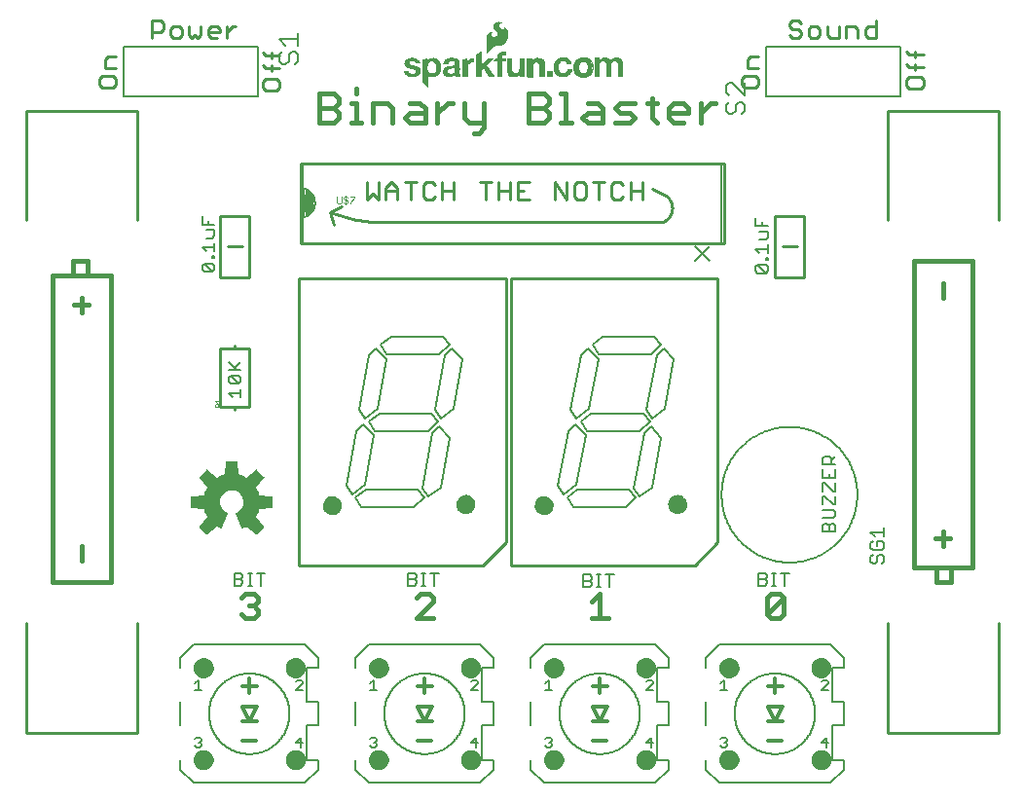
<source format=gbr>
G04 EAGLE Gerber RS-274X export*
G75*
%MOMM*%
%FSLAX34Y34*%
%LPD*%
%INSilkscreen Top*%
%IPPOS*%
%AMOC8*
5,1,8,0,0,1.08239X$1,22.5*%
G01*
%ADD10C,0.457200*%
%ADD11C,0.279400*%
%ADD12C,0.203200*%
%ADD13C,0.254000*%
%ADD14C,0.381000*%
%ADD15C,0.177800*%
%ADD16C,0.406400*%
%ADD17C,0.127000*%
%ADD18C,0.025400*%
%ADD19C,0.050800*%
%ADD20C,0.304800*%
%ADD21C,0.900000*%
%ADD22C,0.152400*%
%ADD23C,0.330200*%
%ADD24R,0.495300X0.485100*%

G36*
X209593Y244736D02*
X209593Y244736D01*
X209701Y244746D01*
X209714Y244752D01*
X209728Y244754D01*
X209825Y244802D01*
X209924Y244847D01*
X209937Y244858D01*
X209946Y244862D01*
X209961Y244878D01*
X210038Y244940D01*
X216070Y250972D01*
X216120Y251043D01*
X216125Y251048D01*
X216127Y251051D01*
X216133Y251060D01*
X216199Y251146D01*
X216204Y251159D01*
X216212Y251171D01*
X216243Y251274D01*
X216279Y251377D01*
X216279Y251391D01*
X216283Y251404D01*
X216279Y251512D01*
X216280Y251621D01*
X216275Y251634D01*
X216275Y251648D01*
X216237Y251750D01*
X216202Y251852D01*
X216193Y251867D01*
X216189Y251876D01*
X216175Y251893D01*
X216121Y251975D01*
X209267Y260381D01*
X210305Y262267D01*
X210313Y262289D01*
X210341Y262341D01*
X211358Y264797D01*
X211364Y264820D01*
X211386Y264875D01*
X211985Y266943D01*
X222775Y268040D01*
X222879Y268068D01*
X222985Y268093D01*
X222997Y268100D01*
X223010Y268103D01*
X223100Y268164D01*
X223193Y268221D01*
X223201Y268232D01*
X223213Y268240D01*
X223279Y268326D01*
X223348Y268410D01*
X223352Y268423D01*
X223361Y268434D01*
X223395Y268537D01*
X223434Y268638D01*
X223435Y268656D01*
X223439Y268665D01*
X223439Y268687D01*
X223448Y268785D01*
X223448Y277315D01*
X223431Y277422D01*
X223417Y277530D01*
X223411Y277542D01*
X223409Y277556D01*
X223357Y277652D01*
X223310Y277749D01*
X223300Y277759D01*
X223294Y277771D01*
X223214Y277845D01*
X223138Y277922D01*
X223126Y277928D01*
X223116Y277938D01*
X223017Y277983D01*
X222920Y278031D01*
X222902Y278035D01*
X222893Y278039D01*
X222872Y278041D01*
X222775Y278060D01*
X211985Y279157D01*
X211386Y281225D01*
X211375Y281246D01*
X211358Y281303D01*
X210565Y283219D01*
X210341Y283759D01*
X210328Y283779D01*
X210305Y283833D01*
X209267Y285719D01*
X216121Y294125D01*
X216175Y294219D01*
X216232Y294311D01*
X216235Y294324D01*
X216242Y294336D01*
X216263Y294443D01*
X216288Y294548D01*
X216286Y294562D01*
X216289Y294576D01*
X216274Y294683D01*
X216264Y294791D01*
X216258Y294804D01*
X216256Y294818D01*
X216208Y294915D01*
X216163Y295014D01*
X216152Y295027D01*
X216148Y295036D01*
X216132Y295051D01*
X216070Y295128D01*
X210038Y301160D01*
X209950Y301223D01*
X209864Y301289D01*
X209851Y301294D01*
X209839Y301302D01*
X209736Y301333D01*
X209633Y301369D01*
X209619Y301369D01*
X209606Y301373D01*
X209498Y301369D01*
X209389Y301370D01*
X209376Y301365D01*
X209362Y301365D01*
X209260Y301327D01*
X209158Y301292D01*
X209143Y301283D01*
X209134Y301279D01*
X209117Y301265D01*
X209035Y301211D01*
X200629Y294357D01*
X198743Y295395D01*
X198721Y295403D01*
X198669Y295431D01*
X196213Y296448D01*
X196190Y296454D01*
X196135Y296476D01*
X194067Y297075D01*
X192970Y307865D01*
X192942Y307969D01*
X192917Y308075D01*
X192910Y308087D01*
X192907Y308100D01*
X192846Y308190D01*
X192789Y308283D01*
X192778Y308291D01*
X192770Y308303D01*
X192684Y308369D01*
X192600Y308438D01*
X192587Y308442D01*
X192576Y308451D01*
X192473Y308485D01*
X192372Y308524D01*
X192354Y308525D01*
X192345Y308529D01*
X192323Y308529D01*
X192225Y308538D01*
X183695Y308538D01*
X183588Y308521D01*
X183480Y308507D01*
X183468Y308501D01*
X183454Y308499D01*
X183358Y308447D01*
X183261Y308400D01*
X183251Y308390D01*
X183239Y308384D01*
X183165Y308304D01*
X183088Y308228D01*
X183082Y308216D01*
X183072Y308206D01*
X183027Y308107D01*
X182979Y308010D01*
X182975Y307992D01*
X182971Y307983D01*
X182969Y307962D01*
X182950Y307865D01*
X181853Y297075D01*
X179785Y296476D01*
X179764Y296465D01*
X179707Y296448D01*
X177251Y295431D01*
X177231Y295418D01*
X177177Y295395D01*
X175291Y294357D01*
X166885Y301211D01*
X166791Y301265D01*
X166699Y301322D01*
X166686Y301325D01*
X166674Y301332D01*
X166567Y301353D01*
X166462Y301378D01*
X166448Y301376D01*
X166434Y301379D01*
X166327Y301364D01*
X166219Y301354D01*
X166206Y301348D01*
X166193Y301346D01*
X166095Y301298D01*
X165996Y301253D01*
X165983Y301242D01*
X165974Y301238D01*
X165959Y301222D01*
X165882Y301160D01*
X159850Y295128D01*
X159787Y295040D01*
X159721Y294954D01*
X159716Y294941D01*
X159708Y294929D01*
X159677Y294826D01*
X159641Y294723D01*
X159641Y294709D01*
X159637Y294696D01*
X159641Y294588D01*
X159640Y294479D01*
X159645Y294466D01*
X159645Y294452D01*
X159683Y294350D01*
X159718Y294248D01*
X159727Y294233D01*
X159731Y294224D01*
X159745Y294207D01*
X159799Y294125D01*
X166653Y285719D01*
X165615Y283833D01*
X165607Y283811D01*
X165579Y283759D01*
X164562Y281303D01*
X164556Y281280D01*
X164534Y281225D01*
X163935Y279157D01*
X153145Y278060D01*
X153041Y278032D01*
X152935Y278007D01*
X152923Y278000D01*
X152910Y277997D01*
X152820Y277936D01*
X152727Y277879D01*
X152719Y277868D01*
X152707Y277860D01*
X152641Y277774D01*
X152573Y277690D01*
X152568Y277677D01*
X152559Y277666D01*
X152525Y277563D01*
X152486Y277462D01*
X152485Y277444D01*
X152481Y277435D01*
X152482Y277413D01*
X152472Y277315D01*
X152472Y268785D01*
X152489Y268678D01*
X152503Y268570D01*
X152509Y268558D01*
X152511Y268544D01*
X152563Y268448D01*
X152610Y268351D01*
X152620Y268341D01*
X152626Y268329D01*
X152706Y268255D01*
X152782Y268178D01*
X152794Y268172D01*
X152805Y268162D01*
X152903Y268117D01*
X153000Y268069D01*
X153018Y268065D01*
X153027Y268061D01*
X153048Y268059D01*
X153145Y268040D01*
X163935Y266943D01*
X164534Y264875D01*
X164545Y264854D01*
X164562Y264797D01*
X164617Y264664D01*
X165548Y262417D01*
X165548Y262416D01*
X165579Y262341D01*
X165592Y262321D01*
X165615Y262267D01*
X166653Y260381D01*
X159799Y251975D01*
X159745Y251881D01*
X159688Y251789D01*
X159685Y251776D01*
X159678Y251764D01*
X159657Y251657D01*
X159632Y251552D01*
X159634Y251538D01*
X159631Y251524D01*
X159646Y251417D01*
X159656Y251309D01*
X159662Y251296D01*
X159664Y251283D01*
X159712Y251185D01*
X159757Y251086D01*
X159768Y251073D01*
X159772Y251064D01*
X159788Y251049D01*
X159850Y250972D01*
X165882Y244940D01*
X165970Y244877D01*
X166056Y244811D01*
X166069Y244806D01*
X166081Y244798D01*
X166184Y244767D01*
X166287Y244731D01*
X166301Y244731D01*
X166314Y244727D01*
X166422Y244731D01*
X166531Y244730D01*
X166544Y244735D01*
X166558Y244735D01*
X166660Y244773D01*
X166762Y244808D01*
X166777Y244817D01*
X166786Y244821D01*
X166803Y244835D01*
X166885Y244889D01*
X175285Y251738D01*
X176572Y251006D01*
X176591Y250999D01*
X176627Y250978D01*
X178436Y250139D01*
X178474Y250129D01*
X178510Y250110D01*
X178591Y250096D01*
X178671Y250074D01*
X178711Y250076D01*
X178750Y250070D01*
X178832Y250083D01*
X178915Y250088D01*
X178952Y250103D01*
X178991Y250109D01*
X179064Y250148D01*
X179141Y250179D01*
X179171Y250205D01*
X179207Y250224D01*
X179263Y250284D01*
X179326Y250338D01*
X179346Y250373D01*
X179374Y250402D01*
X179443Y250532D01*
X184466Y262658D01*
X184492Y262770D01*
X184521Y262882D01*
X184520Y262889D01*
X184522Y262896D01*
X184510Y263010D01*
X184501Y263125D01*
X184499Y263131D01*
X184498Y263139D01*
X184450Y263243D01*
X184405Y263349D01*
X184400Y263354D01*
X184397Y263361D01*
X184319Y263445D01*
X184242Y263530D01*
X184234Y263535D01*
X184230Y263539D01*
X184217Y263546D01*
X184118Y263611D01*
X182540Y264426D01*
X181172Y265455D01*
X179996Y266699D01*
X179045Y268123D01*
X178345Y269686D01*
X177918Y271344D01*
X177774Y273046D01*
X177954Y274952D01*
X178485Y276787D01*
X179349Y278490D01*
X180516Y280002D01*
X181945Y281269D01*
X183585Y282248D01*
X185380Y282903D01*
X187265Y283211D01*
X189174Y283163D01*
X191041Y282758D01*
X192799Y282012D01*
X194387Y280951D01*
X195750Y279612D01*
X196838Y278042D01*
X197614Y276297D01*
X198050Y274437D01*
X198132Y272529D01*
X197856Y270639D01*
X197231Y268834D01*
X196281Y267177D01*
X195038Y265726D01*
X193546Y264534D01*
X191796Y263607D01*
X191707Y263540D01*
X191617Y263475D01*
X191610Y263466D01*
X191601Y263460D01*
X191539Y263367D01*
X191474Y263277D01*
X191471Y263266D01*
X191465Y263257D01*
X191436Y263150D01*
X191403Y263044D01*
X191404Y263033D01*
X191401Y263022D01*
X191407Y262910D01*
X191411Y262800D01*
X191415Y262786D01*
X191416Y262778D01*
X191423Y262760D01*
X191454Y262658D01*
X191864Y261667D01*
X192795Y259420D01*
X192795Y259419D01*
X193726Y257172D01*
X193727Y257172D01*
X194658Y254924D01*
X195589Y252676D01*
X196477Y250532D01*
X196498Y250498D01*
X196511Y250461D01*
X196562Y250395D01*
X196606Y250325D01*
X196637Y250300D01*
X196661Y250268D01*
X196730Y250223D01*
X196794Y250170D01*
X196832Y250156D01*
X196865Y250134D01*
X196945Y250113D01*
X197023Y250084D01*
X197063Y250083D01*
X197101Y250073D01*
X197184Y250079D01*
X197266Y250076D01*
X197305Y250088D01*
X197345Y250091D01*
X197484Y250139D01*
X199293Y250978D01*
X199309Y250989D01*
X199348Y251006D01*
X200635Y251738D01*
X209035Y244889D01*
X209129Y244835D01*
X209221Y244778D01*
X209234Y244775D01*
X209246Y244768D01*
X209353Y244747D01*
X209458Y244722D01*
X209472Y244724D01*
X209486Y244721D01*
X209593Y244736D01*
G37*
G36*
X409940Y662460D02*
X409940Y662460D01*
X409944Y662458D01*
X410014Y662494D01*
X410024Y662499D01*
X410025Y662500D01*
X414897Y667982D01*
X415751Y668764D01*
X416741Y669353D01*
X417092Y669480D01*
X417460Y669545D01*
X419735Y669545D01*
X419740Y669547D01*
X419746Y669545D01*
X421110Y669669D01*
X421120Y669675D01*
X421132Y669673D01*
X422451Y670041D01*
X422459Y670049D01*
X422472Y670050D01*
X423702Y670650D01*
X423709Y670657D01*
X423720Y670660D01*
X424877Y671477D01*
X424882Y671485D01*
X424891Y671488D01*
X425922Y672460D01*
X425925Y672468D01*
X425931Y672470D01*
X425931Y672472D01*
X425934Y672473D01*
X426819Y673580D01*
X426821Y673590D01*
X426830Y673597D01*
X427777Y675278D01*
X427778Y675289D01*
X427786Y675299D01*
X428414Y677123D01*
X428413Y677134D01*
X428420Y677145D01*
X428708Y679052D01*
X428705Y679063D01*
X428710Y679075D01*
X428708Y679127D01*
X428700Y679379D01*
X428696Y679505D01*
X428696Y679506D01*
X428688Y679758D01*
X428680Y680011D01*
X428676Y680137D01*
X428668Y680389D01*
X428657Y680768D01*
X428649Y681003D01*
X428645Y681012D01*
X428647Y681024D01*
X428440Y682063D01*
X428435Y682071D01*
X428435Y682082D01*
X428077Y683079D01*
X428071Y683086D01*
X428070Y683097D01*
X427568Y684031D01*
X427559Y684038D01*
X427556Y684050D01*
X426649Y685187D01*
X426638Y685193D01*
X426631Y685206D01*
X425505Y686127D01*
X425462Y686139D01*
X425421Y686155D01*
X425416Y686153D01*
X425410Y686154D01*
X425372Y686133D01*
X425332Y686114D01*
X425329Y686108D01*
X425325Y686106D01*
X425317Y686077D01*
X425299Y686029D01*
X425299Y685149D01*
X425283Y685029D01*
X425239Y684926D01*
X424965Y684587D01*
X424604Y684338D01*
X424430Y684273D01*
X423892Y684215D01*
X423362Y684313D01*
X422874Y684562D01*
X421972Y685213D01*
X421560Y685567D01*
X421209Y685977D01*
X420926Y686435D01*
X420720Y686929D01*
X420661Y687229D01*
X420673Y687532D01*
X420830Y688051D01*
X421116Y688511D01*
X421511Y688881D01*
X421992Y689136D01*
X422482Y689275D01*
X422993Y689332D01*
X423596Y689332D01*
X423597Y689332D01*
X423619Y689341D01*
X423687Y689370D01*
X423722Y689462D01*
X423718Y689471D01*
X423684Y689547D01*
X423682Y689550D01*
X423681Y689551D01*
X423680Y689552D01*
X423659Y689572D01*
X423652Y689575D01*
X423648Y689583D01*
X423213Y689921D01*
X423198Y689925D01*
X423186Y689937D01*
X422682Y690158D01*
X422681Y690158D01*
X422325Y690310D01*
X422097Y690411D01*
X422087Y690412D01*
X422077Y690418D01*
X421199Y690638D01*
X421190Y690637D01*
X421180Y690641D01*
X420280Y690727D01*
X420270Y690723D01*
X420258Y690727D01*
X419390Y690661D01*
X419379Y690655D01*
X419366Y690656D01*
X418526Y690425D01*
X418516Y690417D01*
X418503Y690416D01*
X417723Y690028D01*
X417716Y690020D01*
X417705Y690017D01*
X416928Y689457D01*
X416924Y689450D01*
X416915Y689446D01*
X416219Y688788D01*
X416214Y688777D01*
X416203Y688769D01*
X415772Y688166D01*
X415769Y688151D01*
X415757Y688138D01*
X415490Y687446D01*
X415490Y687430D01*
X415482Y687415D01*
X415395Y686678D01*
X415400Y686663D01*
X415396Y686646D01*
X415495Y685911D01*
X415503Y685898D01*
X415503Y685881D01*
X415783Y685193D01*
X415792Y685184D01*
X415795Y685170D01*
X416982Y683412D01*
X416990Y683407D01*
X416994Y683396D01*
X418447Y681855D01*
X418817Y681420D01*
X419057Y680917D01*
X419159Y680369D01*
X419116Y679813D01*
X418930Y679288D01*
X418615Y678828D01*
X418190Y678463D01*
X417647Y678170D01*
X417061Y677972D01*
X416451Y677875D01*
X415740Y677910D01*
X415062Y678117D01*
X414456Y678482D01*
X414143Y678810D01*
X413937Y679214D01*
X413844Y679630D01*
X413844Y680058D01*
X413937Y680473D01*
X414009Y680611D01*
X414127Y680725D01*
X414951Y681324D01*
X415084Y681395D01*
X415222Y681423D01*
X415380Y681407D01*
X415423Y681421D01*
X415468Y681432D01*
X415470Y681436D01*
X415474Y681437D01*
X415494Y681478D01*
X415517Y681517D01*
X415516Y681521D01*
X415518Y681525D01*
X415503Y681568D01*
X415490Y681612D01*
X415487Y681614D01*
X415486Y681618D01*
X415448Y681637D01*
X415412Y681658D01*
X414929Y681734D01*
X414924Y681733D01*
X414919Y681735D01*
X413979Y681808D01*
X413970Y681805D01*
X413959Y681808D01*
X413019Y681735D01*
X413009Y681730D01*
X412997Y681731D01*
X412298Y681547D01*
X412288Y681539D01*
X412274Y681538D01*
X411626Y681217D01*
X411618Y681208D01*
X411604Y681204D01*
X411034Y680759D01*
X411028Y680748D01*
X411016Y680742D01*
X410546Y680192D01*
X410542Y680180D01*
X410531Y680171D01*
X410130Y679439D01*
X410129Y679426D01*
X410120Y679415D01*
X409880Y678616D01*
X409881Y678603D01*
X409875Y678590D01*
X409805Y677759D01*
X409807Y677753D01*
X409805Y677748D01*
X409805Y662584D01*
X409807Y662579D01*
X409805Y662575D01*
X409826Y662535D01*
X409843Y662493D01*
X409848Y662492D01*
X409850Y662487D01*
X409893Y662474D01*
X409935Y662458D01*
X409940Y662460D01*
G37*
G36*
X358527Y633783D02*
X358527Y633783D01*
X358530Y633782D01*
X358572Y633803D01*
X358614Y633823D01*
X358615Y633825D01*
X358617Y633826D01*
X358624Y633848D01*
X358647Y633908D01*
X358647Y645012D01*
X358648Y645010D01*
X359168Y644294D01*
X359179Y644287D01*
X359186Y644274D01*
X359846Y643684D01*
X359858Y643680D01*
X359868Y643669D01*
X360637Y643232D01*
X360650Y643230D01*
X360662Y643221D01*
X361506Y642957D01*
X361517Y642958D01*
X361528Y642952D01*
X362745Y642797D01*
X362754Y642799D01*
X362763Y642796D01*
X363990Y642813D01*
X363998Y642816D01*
X364008Y642814D01*
X365220Y643003D01*
X365229Y643008D01*
X365240Y643008D01*
X366159Y643302D01*
X366167Y643309D01*
X366179Y643311D01*
X367035Y643757D01*
X367041Y643765D01*
X367053Y643768D01*
X367821Y644353D01*
X367826Y644362D01*
X367837Y644367D01*
X368494Y645074D01*
X368498Y645084D01*
X368508Y645091D01*
X369280Y646276D01*
X369282Y646286D01*
X369290Y646295D01*
X369846Y647595D01*
X369846Y647606D01*
X369853Y647616D01*
X370176Y648992D01*
X370174Y649003D01*
X370179Y649014D01*
X370297Y651229D01*
X370293Y651240D01*
X370296Y651252D01*
X370013Y653452D01*
X370008Y653462D01*
X370008Y653474D01*
X369334Y655587D01*
X369326Y655597D01*
X369324Y655610D01*
X368745Y656651D01*
X368734Y656659D01*
X368729Y656673D01*
X367937Y657563D01*
X367928Y657568D01*
X367921Y657578D01*
X367097Y658231D01*
X367089Y658233D01*
X367083Y658240D01*
X366181Y658781D01*
X366171Y658783D01*
X366162Y658791D01*
X365138Y659191D01*
X365125Y659191D01*
X365113Y659198D01*
X364028Y659381D01*
X364017Y659379D01*
X364005Y659383D01*
X362024Y659358D01*
X362013Y659353D01*
X362000Y659356D01*
X361518Y659254D01*
X361509Y659247D01*
X361497Y659247D01*
X360176Y658714D01*
X360169Y658707D01*
X360159Y658706D01*
X359765Y658473D01*
X359758Y658464D01*
X359746Y658459D01*
X359403Y658158D01*
X359400Y658152D01*
X359393Y658149D01*
X358504Y657184D01*
X358504Y657183D01*
X358503Y657182D01*
X358369Y657033D01*
X358393Y658950D01*
X358387Y658965D01*
X358390Y658979D01*
X358370Y659008D01*
X358356Y659042D01*
X358342Y659047D01*
X358333Y659060D01*
X358292Y659067D01*
X358265Y659078D01*
X358255Y659074D01*
X358244Y659076D01*
X354358Y658340D01*
X354324Y658318D01*
X354288Y658301D01*
X354284Y658291D01*
X354276Y658285D01*
X354270Y658256D01*
X354255Y658216D01*
X354255Y637642D01*
X354257Y637636D01*
X354255Y637629D01*
X354284Y637572D01*
X354293Y637551D01*
X354295Y637550D01*
X354296Y637548D01*
X358436Y633814D01*
X358481Y633799D01*
X358525Y633782D01*
X358527Y633783D01*
G37*
G36*
X518035Y643130D02*
X518035Y643130D01*
X518037Y643129D01*
X518080Y643149D01*
X518124Y643167D01*
X518124Y643169D01*
X518126Y643170D01*
X518159Y643255D01*
X518159Y652776D01*
X518234Y653879D01*
X518383Y654518D01*
X518656Y655113D01*
X519041Y655641D01*
X519359Y655927D01*
X519732Y656137D01*
X520141Y656263D01*
X521044Y656355D01*
X521948Y656287D01*
X522396Y656159D01*
X522802Y655933D01*
X522962Y655787D01*
X523145Y655620D01*
X523406Y655236D01*
X523718Y654414D01*
X523825Y653534D01*
X523825Y643255D01*
X523826Y643253D01*
X523825Y643251D01*
X523845Y643208D01*
X523863Y643164D01*
X523865Y643164D01*
X523866Y643162D01*
X523951Y643129D01*
X528193Y643129D01*
X528195Y643130D01*
X528197Y643129D01*
X528240Y643149D01*
X528284Y643167D01*
X528284Y643169D01*
X528286Y643170D01*
X528319Y643255D01*
X528319Y654837D01*
X528316Y654846D01*
X528318Y654856D01*
X528149Y655952D01*
X528143Y655963D01*
X528143Y655977D01*
X527757Y657016D01*
X527748Y657025D01*
X527745Y657039D01*
X527157Y657978D01*
X527146Y657986D01*
X527141Y657999D01*
X526495Y658663D01*
X526483Y658668D01*
X526474Y658681D01*
X525700Y659188D01*
X525686Y659190D01*
X525675Y659201D01*
X524809Y659527D01*
X524798Y659527D01*
X524788Y659533D01*
X523528Y659782D01*
X523522Y659780D01*
X523514Y659784D01*
X522235Y659891D01*
X522225Y659888D01*
X522215Y659891D01*
X521321Y659830D01*
X521311Y659824D01*
X521297Y659826D01*
X520432Y659594D01*
X520422Y659587D01*
X520409Y659586D01*
X519604Y659192D01*
X519597Y659185D01*
X519585Y659182D01*
X518696Y658544D01*
X518692Y658536D01*
X518682Y658532D01*
X517894Y657773D01*
X517893Y657770D01*
X517890Y657769D01*
X517435Y657288D01*
X517393Y657246D01*
X517013Y657904D01*
X517003Y657911D01*
X516999Y657924D01*
X516417Y658593D01*
X516406Y658598D01*
X516399Y658610D01*
X515701Y659156D01*
X515689Y659159D01*
X515680Y659169D01*
X514890Y659572D01*
X514878Y659573D01*
X514867Y659582D01*
X513944Y659842D01*
X513932Y659841D01*
X513919Y659847D01*
X512962Y659916D01*
X512952Y659913D01*
X512941Y659916D01*
X511569Y659789D01*
X511562Y659785D01*
X511552Y659786D01*
X510460Y659532D01*
X510450Y659525D01*
X510437Y659524D01*
X509547Y659120D01*
X509537Y659108D01*
X509521Y659103D01*
X508759Y658491D01*
X508755Y658484D01*
X508747Y658481D01*
X508637Y658367D01*
X508515Y658240D01*
X508514Y658240D01*
X508392Y658114D01*
X508270Y657988D01*
X508148Y657862D01*
X508026Y657735D01*
X508025Y657735D01*
X507985Y657694D01*
X507983Y657687D01*
X507976Y657683D01*
X507674Y657287D01*
X507643Y657280D01*
X507643Y659333D01*
X507642Y659335D01*
X507643Y659337D01*
X507623Y659380D01*
X507605Y659424D01*
X507603Y659424D01*
X507602Y659426D01*
X507517Y659459D01*
X503530Y659459D01*
X503528Y659458D01*
X503526Y659459D01*
X503483Y659439D01*
X503439Y659421D01*
X503439Y659419D01*
X503437Y659418D01*
X503404Y659333D01*
X503404Y643280D01*
X503405Y643278D01*
X503404Y643276D01*
X503424Y643233D01*
X503442Y643189D01*
X503444Y643189D01*
X503445Y643187D01*
X503530Y643154D01*
X507848Y643154D01*
X507850Y643155D01*
X507852Y643154D01*
X507895Y643174D01*
X507939Y643192D01*
X507939Y643194D01*
X507941Y643195D01*
X507974Y643280D01*
X507974Y653085D01*
X507973Y653088D01*
X507974Y653091D01*
X507944Y653713D01*
X508076Y654304D01*
X508359Y654842D01*
X509179Y655786D01*
X509533Y656052D01*
X509937Y656230D01*
X510377Y656312D01*
X511225Y656362D01*
X511702Y656330D01*
X512153Y656194D01*
X512561Y655961D01*
X512908Y655643D01*
X513278Y655096D01*
X513509Y654477D01*
X513589Y653814D01*
X513589Y643255D01*
X513590Y643253D01*
X513589Y643251D01*
X513609Y643208D01*
X513627Y643164D01*
X513629Y643164D01*
X513630Y643162D01*
X513715Y643129D01*
X518033Y643129D01*
X518035Y643130D01*
G37*
G36*
X576793Y262784D02*
X576793Y262784D01*
X576840Y262793D01*
X576916Y262798D01*
X578358Y263105D01*
X578402Y263123D01*
X578476Y263143D01*
X579831Y263725D01*
X579871Y263752D01*
X579939Y263786D01*
X581154Y264621D01*
X581188Y264655D01*
X581249Y264701D01*
X582277Y265758D01*
X582304Y265798D01*
X582355Y265855D01*
X583157Y267092D01*
X583175Y267136D01*
X583214Y267202D01*
X583759Y268572D01*
X583769Y268619D01*
X583794Y268691D01*
X584062Y270141D01*
X584062Y270191D01*
X584072Y270277D01*
X584020Y271823D01*
X584010Y271870D01*
X584003Y271947D01*
X583651Y273453D01*
X583631Y273497D01*
X583610Y273570D01*
X582971Y274979D01*
X582943Y275018D01*
X582908Y275086D01*
X582006Y276343D01*
X581972Y276376D01*
X581924Y276436D01*
X580794Y277492D01*
X580753Y277518D01*
X580695Y277568D01*
X579381Y278383D01*
X579336Y278401D01*
X579269Y278438D01*
X577821Y278981D01*
X577774Y278990D01*
X577701Y279013D01*
X576175Y279264D01*
X576125Y279263D01*
X576020Y279270D01*
X574506Y279146D01*
X574460Y279134D01*
X574384Y279124D01*
X572924Y278707D01*
X572880Y278686D01*
X572808Y278661D01*
X571457Y277967D01*
X571419Y277938D01*
X571352Y277900D01*
X570163Y276956D01*
X570131Y276919D01*
X570073Y276869D01*
X569091Y275711D01*
X569066Y275669D01*
X569020Y275609D01*
X568396Y274487D01*
X568396Y274486D01*
X568282Y274281D01*
X568266Y274236D01*
X568232Y274167D01*
X567768Y272721D01*
X567761Y272673D01*
X567742Y272599D01*
X567568Y271091D01*
X567571Y271045D01*
X567565Y270978D01*
X567657Y269536D01*
X567669Y269489D01*
X567677Y269413D01*
X568049Y268017D01*
X568069Y267973D01*
X568092Y267900D01*
X568729Y266603D01*
X568757Y266565D01*
X568794Y266498D01*
X569672Y265350D01*
X569707Y265317D01*
X569757Y265259D01*
X570841Y264304D01*
X570883Y264279D01*
X570942Y264232D01*
X572192Y263507D01*
X572238Y263491D01*
X572306Y263456D01*
X573673Y262989D01*
X573720Y262982D01*
X573794Y262960D01*
X575226Y262769D01*
X575265Y262771D01*
X575319Y262764D01*
X576793Y262784D01*
G37*
G36*
X392643Y262784D02*
X392643Y262784D01*
X392690Y262793D01*
X392766Y262798D01*
X394208Y263105D01*
X394252Y263123D01*
X394326Y263143D01*
X395681Y263725D01*
X395721Y263752D01*
X395789Y263786D01*
X397004Y264621D01*
X397038Y264655D01*
X397099Y264701D01*
X398127Y265758D01*
X398154Y265798D01*
X398205Y265855D01*
X399007Y267092D01*
X399025Y267136D01*
X399064Y267202D01*
X399609Y268572D01*
X399619Y268619D01*
X399644Y268691D01*
X399912Y270141D01*
X399912Y270191D01*
X399922Y270277D01*
X399870Y271823D01*
X399860Y271870D01*
X399853Y271947D01*
X399501Y273453D01*
X399481Y273497D01*
X399460Y273570D01*
X398821Y274979D01*
X398793Y275018D01*
X398758Y275086D01*
X397856Y276343D01*
X397822Y276376D01*
X397774Y276436D01*
X396644Y277492D01*
X396603Y277518D01*
X396545Y277568D01*
X395231Y278383D01*
X395186Y278401D01*
X395119Y278438D01*
X393671Y278981D01*
X393624Y278990D01*
X393551Y279013D01*
X392025Y279264D01*
X391975Y279263D01*
X391870Y279270D01*
X390356Y279146D01*
X390310Y279134D01*
X390234Y279124D01*
X388774Y278707D01*
X388730Y278686D01*
X388658Y278661D01*
X387307Y277967D01*
X387269Y277938D01*
X387202Y277900D01*
X386013Y276956D01*
X385981Y276919D01*
X385923Y276869D01*
X384941Y275711D01*
X384916Y275669D01*
X384870Y275609D01*
X384246Y274487D01*
X384246Y274486D01*
X384132Y274281D01*
X384116Y274236D01*
X384082Y274167D01*
X383618Y272721D01*
X383611Y272673D01*
X383592Y272599D01*
X383418Y271091D01*
X383421Y271045D01*
X383415Y270978D01*
X383507Y269536D01*
X383519Y269489D01*
X383527Y269413D01*
X383899Y268017D01*
X383919Y267973D01*
X383942Y267900D01*
X384579Y266603D01*
X384607Y266565D01*
X384644Y266498D01*
X385522Y265350D01*
X385557Y265317D01*
X385607Y265259D01*
X386691Y264304D01*
X386733Y264279D01*
X386792Y264232D01*
X388042Y263507D01*
X388088Y263491D01*
X388156Y263456D01*
X389523Y262989D01*
X389570Y262982D01*
X389644Y262960D01*
X391076Y262769D01*
X391115Y262771D01*
X391169Y262764D01*
X392643Y262784D01*
G37*
G36*
X276565Y261768D02*
X276565Y261768D01*
X276612Y261777D01*
X276688Y261782D01*
X278130Y262089D01*
X278174Y262107D01*
X278248Y262127D01*
X279603Y262709D01*
X279643Y262736D01*
X279711Y262770D01*
X280926Y263605D01*
X280960Y263639D01*
X281021Y263685D01*
X282049Y264742D01*
X282076Y264782D01*
X282127Y264839D01*
X282929Y266076D01*
X282947Y266120D01*
X282986Y266186D01*
X283531Y267556D01*
X283541Y267603D01*
X283566Y267675D01*
X283834Y269125D01*
X283834Y269175D01*
X283844Y269261D01*
X283792Y270807D01*
X283782Y270854D01*
X283775Y270931D01*
X283423Y272437D01*
X283403Y272481D01*
X283382Y272554D01*
X282743Y273963D01*
X282715Y274002D01*
X282680Y274070D01*
X281778Y275327D01*
X281744Y275360D01*
X281696Y275420D01*
X280566Y276476D01*
X280525Y276502D01*
X280467Y276552D01*
X279153Y277367D01*
X279108Y277385D01*
X279041Y277422D01*
X277593Y277965D01*
X277546Y277974D01*
X277473Y277997D01*
X275947Y278248D01*
X275897Y278247D01*
X275792Y278254D01*
X274278Y278130D01*
X274232Y278118D01*
X274156Y278108D01*
X272696Y277691D01*
X272652Y277670D01*
X272580Y277645D01*
X271229Y276951D01*
X271191Y276922D01*
X271124Y276884D01*
X269935Y275940D01*
X269903Y275903D01*
X269845Y275853D01*
X268863Y274695D01*
X268838Y274653D01*
X268792Y274593D01*
X268168Y273471D01*
X268168Y273470D01*
X268054Y273265D01*
X268038Y273220D01*
X268004Y273151D01*
X267540Y271705D01*
X267533Y271657D01*
X267514Y271583D01*
X267340Y270075D01*
X267343Y270029D01*
X267337Y269962D01*
X267429Y268520D01*
X267441Y268473D01*
X267449Y268397D01*
X267821Y267001D01*
X267841Y266957D01*
X267864Y266884D01*
X268501Y265587D01*
X268529Y265549D01*
X268566Y265482D01*
X269444Y264334D01*
X269479Y264301D01*
X269529Y264243D01*
X270613Y263288D01*
X270655Y263263D01*
X270714Y263216D01*
X271964Y262491D01*
X272010Y262475D01*
X272078Y262440D01*
X273445Y261973D01*
X273492Y261966D01*
X273566Y261944D01*
X274998Y261753D01*
X275037Y261755D01*
X275091Y261748D01*
X276565Y261768D01*
G37*
G36*
X460715Y261768D02*
X460715Y261768D01*
X460762Y261777D01*
X460838Y261782D01*
X462280Y262089D01*
X462324Y262107D01*
X462398Y262127D01*
X463753Y262709D01*
X463793Y262736D01*
X463861Y262770D01*
X465076Y263605D01*
X465110Y263639D01*
X465171Y263685D01*
X466199Y264742D01*
X466226Y264782D01*
X466277Y264839D01*
X467079Y266076D01*
X467097Y266120D01*
X467136Y266186D01*
X467681Y267556D01*
X467691Y267603D01*
X467716Y267675D01*
X467984Y269125D01*
X467984Y269175D01*
X467994Y269261D01*
X467942Y270807D01*
X467932Y270854D01*
X467925Y270931D01*
X467573Y272437D01*
X467553Y272481D01*
X467532Y272554D01*
X466893Y273963D01*
X466865Y274002D01*
X466830Y274070D01*
X465928Y275327D01*
X465894Y275360D01*
X465846Y275420D01*
X464716Y276476D01*
X464675Y276502D01*
X464617Y276552D01*
X463303Y277367D01*
X463258Y277385D01*
X463191Y277422D01*
X461743Y277965D01*
X461696Y277974D01*
X461623Y277997D01*
X460097Y278248D01*
X460047Y278247D01*
X459942Y278254D01*
X458428Y278130D01*
X458382Y278118D01*
X458306Y278108D01*
X456846Y277691D01*
X456802Y277670D01*
X456730Y277645D01*
X455379Y276951D01*
X455341Y276922D01*
X455274Y276884D01*
X454085Y275940D01*
X454053Y275903D01*
X453995Y275853D01*
X453013Y274695D01*
X452988Y274653D01*
X452942Y274593D01*
X452318Y273471D01*
X452318Y273470D01*
X452204Y273265D01*
X452188Y273220D01*
X452154Y273151D01*
X451690Y271705D01*
X451683Y271657D01*
X451664Y271583D01*
X451490Y270075D01*
X451493Y270029D01*
X451487Y269962D01*
X451579Y268520D01*
X451591Y268473D01*
X451599Y268397D01*
X451971Y267001D01*
X451991Y266957D01*
X452014Y266884D01*
X452651Y265587D01*
X452679Y265549D01*
X452716Y265482D01*
X453594Y264334D01*
X453629Y264301D01*
X453679Y264243D01*
X454763Y263288D01*
X454805Y263263D01*
X454864Y263216D01*
X456114Y262491D01*
X456160Y262475D01*
X456228Y262440D01*
X457595Y261973D01*
X457642Y261966D01*
X457716Y261944D01*
X459148Y261753D01*
X459187Y261755D01*
X459241Y261748D01*
X460715Y261768D01*
G37*
G36*
X377714Y642765D02*
X377714Y642765D01*
X377725Y642762D01*
X379343Y643003D01*
X379352Y643009D01*
X379365Y643008D01*
X380400Y643361D01*
X380409Y643368D01*
X380421Y643370D01*
X381372Y643910D01*
X381380Y643919D01*
X381392Y643924D01*
X382219Y644627D01*
X382243Y644643D01*
X382252Y644644D01*
X382260Y644642D01*
X382267Y644636D01*
X382276Y644613D01*
X382503Y643584D01*
X382505Y643581D01*
X382504Y643578D01*
X382580Y643298D01*
X382591Y643284D01*
X382595Y643265D01*
X382616Y643229D01*
X382640Y643212D01*
X382667Y643183D01*
X382704Y643164D01*
X382734Y643162D01*
X382772Y643151D01*
X382808Y643154D01*
X386842Y643154D01*
X386865Y643163D01*
X386890Y643163D01*
X386908Y643182D01*
X386933Y643192D01*
X386942Y643215D01*
X386959Y643233D01*
X386960Y643262D01*
X386968Y643284D01*
X386960Y643302D01*
X386960Y643324D01*
X386886Y643523D01*
X386537Y644818D01*
X386435Y646155D01*
X386460Y650493D01*
X386459Y650496D01*
X386460Y650498D01*
X386440Y650541D01*
X386427Y650574D01*
X386435Y650596D01*
X386435Y655422D01*
X386432Y655429D01*
X386434Y655438D01*
X386343Y656173D01*
X386336Y656186D01*
X386336Y656203D01*
X386069Y656894D01*
X386058Y656904D01*
X386054Y656921D01*
X385627Y657526D01*
X385614Y657534D01*
X385606Y657549D01*
X385044Y658032D01*
X385031Y658036D01*
X385021Y658047D01*
X383718Y658741D01*
X383706Y658742D01*
X383695Y658750D01*
X382281Y659175D01*
X382271Y659174D01*
X382262Y659179D01*
X380523Y659409D01*
X380515Y659407D01*
X380507Y659410D01*
X378753Y659418D01*
X378746Y659415D01*
X378737Y659418D01*
X376997Y659204D01*
X376989Y659200D01*
X376979Y659201D01*
X375750Y658867D01*
X375742Y658860D01*
X375731Y658860D01*
X374573Y658331D01*
X374565Y658322D01*
X374552Y658319D01*
X373735Y657745D01*
X373728Y657734D01*
X373715Y657728D01*
X373032Y656998D01*
X373029Y656989D01*
X373027Y656989D01*
X373025Y656984D01*
X373016Y656977D01*
X372497Y656124D01*
X372495Y656111D01*
X372485Y656100D01*
X372151Y655159D01*
X372152Y655146D01*
X372145Y655133D01*
X372023Y654242D01*
X372020Y654240D01*
X372019Y654240D01*
X372000Y654191D01*
X371984Y654148D01*
X371986Y654143D01*
X372019Y654065D01*
X372044Y654039D01*
X372084Y654021D01*
X372122Y654000D01*
X372128Y654002D01*
X372135Y654000D01*
X372175Y654017D01*
X372205Y654026D01*
X376352Y654026D01*
X376354Y654027D01*
X376356Y654026D01*
X376399Y654046D01*
X376443Y654064D01*
X376443Y654066D01*
X376445Y654067D01*
X376478Y654152D01*
X376478Y654195D01*
X376541Y654726D01*
X376725Y655221D01*
X377020Y655659D01*
X377410Y656015D01*
X377874Y656270D01*
X378435Y656435D01*
X379022Y656489D01*
X380377Y656439D01*
X380746Y656378D01*
X381092Y656250D01*
X381406Y656057D01*
X381659Y655823D01*
X381858Y655544D01*
X381997Y655230D01*
X382108Y654709D01*
X382108Y654178D01*
X381997Y653657D01*
X381955Y653560D01*
X381895Y653473D01*
X381611Y653212D01*
X381183Y652966D01*
X380714Y652801D01*
X379408Y652575D01*
X377202Y652347D01*
X377198Y652344D01*
X377193Y652345D01*
X375656Y652067D01*
X375648Y652063D01*
X375639Y652063D01*
X374154Y651579D01*
X374146Y651572D01*
X374134Y651571D01*
X373438Y651205D01*
X373430Y651195D01*
X373417Y651191D01*
X372807Y650693D01*
X372801Y650682D01*
X372791Y650676D01*
X372790Y650676D01*
X372789Y650675D01*
X372291Y650066D01*
X372287Y650053D01*
X372276Y650042D01*
X371847Y649180D01*
X371846Y649165D01*
X371837Y649151D01*
X371631Y648210D01*
X371633Y648197D01*
X371628Y648183D01*
X371625Y647122D01*
X371630Y647112D01*
X371627Y647099D01*
X371816Y646055D01*
X371822Y646046D01*
X371822Y646033D01*
X372195Y645040D01*
X372203Y645031D01*
X372205Y645019D01*
X372497Y644536D01*
X372506Y644529D01*
X372511Y644517D01*
X372888Y644097D01*
X372899Y644092D01*
X372906Y644081D01*
X373354Y643739D01*
X373367Y643735D01*
X373377Y643725D01*
X374646Y643119D01*
X374659Y643119D01*
X374672Y643110D01*
X376044Y642802D01*
X376056Y642804D01*
X376069Y642799D01*
X377704Y642761D01*
X377714Y642765D01*
G37*
G36*
X405081Y643028D02*
X405081Y643028D01*
X405083Y643027D01*
X405126Y643047D01*
X405170Y643065D01*
X405170Y643067D01*
X405172Y643068D01*
X405205Y643153D01*
X405205Y648561D01*
X406860Y650168D01*
X411093Y643190D01*
X411108Y643179D01*
X411116Y643162D01*
X411150Y643149D01*
X411173Y643132D01*
X411186Y643134D01*
X411200Y643129D01*
X416280Y643104D01*
X416316Y643119D01*
X416354Y643127D01*
X416360Y643137D01*
X416371Y643142D01*
X416386Y643178D01*
X416406Y643211D01*
X416403Y643223D01*
X416407Y643233D01*
X416395Y643261D01*
X416386Y643300D01*
X409789Y653195D01*
X415480Y658761D01*
X415481Y658762D01*
X415483Y658763D01*
X415500Y658808D01*
X415518Y658852D01*
X415518Y658853D01*
X415518Y658855D01*
X415498Y658898D01*
X415479Y658942D01*
X415478Y658943D01*
X415477Y658944D01*
X415392Y658977D01*
X410718Y658977D01*
X410715Y658976D01*
X410712Y658977D01*
X410629Y658940D01*
X405154Y653466D01*
X405154Y664896D01*
X405141Y664928D01*
X405136Y664962D01*
X405122Y664972D01*
X405116Y664987D01*
X405084Y664999D01*
X405055Y665019D01*
X405038Y665017D01*
X405024Y665022D01*
X404999Y665011D01*
X404965Y665006D01*
X400825Y662644D01*
X400813Y662627D01*
X400795Y662619D01*
X400782Y662587D01*
X400766Y662565D01*
X400768Y662550D01*
X400762Y662534D01*
X400762Y643204D01*
X400763Y643201D01*
X400762Y643198D01*
X400799Y643115D01*
X400850Y643064D01*
X400853Y643063D01*
X400854Y643060D01*
X400939Y643027D01*
X405079Y643027D01*
X405081Y643028D01*
G37*
G36*
X434008Y642753D02*
X434008Y642753D01*
X434015Y642756D01*
X434024Y642755D01*
X435502Y642978D01*
X435510Y642983D01*
X435520Y642982D01*
X435782Y643063D01*
X435790Y643069D01*
X435802Y643071D01*
X436047Y643193D01*
X436054Y643200D01*
X436064Y643203D01*
X436994Y643862D01*
X436999Y643870D01*
X437008Y643873D01*
X437835Y644658D01*
X437838Y644666D01*
X437847Y644671D01*
X438354Y645312D01*
X438354Y643255D01*
X438355Y643253D01*
X438354Y643251D01*
X438374Y643208D01*
X438392Y643164D01*
X438394Y643164D01*
X438395Y643162D01*
X438480Y643129D01*
X442493Y643129D01*
X442495Y643130D01*
X442497Y643129D01*
X442540Y643149D01*
X442584Y643167D01*
X442584Y643169D01*
X442586Y643170D01*
X442619Y643255D01*
X442619Y658876D01*
X442618Y658878D01*
X442619Y658880D01*
X442599Y658923D01*
X442581Y658967D01*
X442579Y658967D01*
X442578Y658969D01*
X442493Y659002D01*
X438277Y659002D01*
X438275Y659001D01*
X438273Y659002D01*
X438230Y658982D01*
X438186Y658964D01*
X438186Y658962D01*
X438184Y658961D01*
X438151Y658876D01*
X438151Y650574D01*
X438075Y649344D01*
X437850Y648140D01*
X437641Y647590D01*
X437314Y647105D01*
X436883Y646708D01*
X436373Y646420D01*
X435682Y646208D01*
X434961Y646141D01*
X434242Y646221D01*
X433553Y646444D01*
X433158Y646669D01*
X432817Y646970D01*
X432545Y647332D01*
X432202Y648100D01*
X432053Y648930D01*
X432053Y658927D01*
X432052Y658929D01*
X432053Y658931D01*
X432033Y658974D01*
X432015Y659018D01*
X432013Y659018D01*
X432012Y659020D01*
X431927Y659053D01*
X427787Y659053D01*
X427785Y659052D01*
X427783Y659053D01*
X427740Y659033D01*
X427696Y659015D01*
X427696Y659013D01*
X427694Y659012D01*
X427661Y658927D01*
X427661Y648132D01*
X427663Y648127D01*
X427661Y648120D01*
X427762Y647021D01*
X427767Y647012D01*
X427767Y647011D01*
X427768Y647009D01*
X427766Y646998D01*
X428066Y645935D01*
X428073Y645926D01*
X428074Y645913D01*
X428562Y644923D01*
X428571Y644915D01*
X428575Y644903D01*
X429235Y644018D01*
X429245Y644011D01*
X429252Y643999D01*
X429506Y643771D01*
X429514Y643768D01*
X429515Y643766D01*
X429520Y643764D01*
X429526Y643756D01*
X430428Y643230D01*
X430440Y643229D01*
X430450Y643220D01*
X431436Y642877D01*
X431448Y642878D01*
X431460Y642871D01*
X432493Y642724D01*
X432503Y642727D01*
X432514Y642723D01*
X434008Y642753D01*
G37*
G36*
X449201Y643054D02*
X449201Y643054D01*
X449203Y643053D01*
X449246Y643073D01*
X449290Y643091D01*
X449290Y643093D01*
X449292Y643094D01*
X449325Y643179D01*
X449325Y652545D01*
X449406Y653328D01*
X449622Y654078D01*
X449985Y654757D01*
X450502Y655326D01*
X450959Y655640D01*
X451475Y655844D01*
X452031Y655931D01*
X453136Y655981D01*
X453452Y655964D01*
X453752Y655887D01*
X454187Y655670D01*
X454561Y655361D01*
X454857Y654974D01*
X455167Y654332D01*
X455358Y653644D01*
X455423Y652926D01*
X455423Y643280D01*
X455424Y643278D01*
X455423Y643276D01*
X455443Y643233D01*
X455461Y643189D01*
X455463Y643189D01*
X455464Y643187D01*
X455549Y643154D01*
X459638Y643154D01*
X459640Y643155D01*
X459642Y643154D01*
X459685Y643174D01*
X459729Y643192D01*
X459729Y643194D01*
X459731Y643195D01*
X459764Y643280D01*
X459764Y653821D01*
X459762Y653826D01*
X459764Y653831D01*
X459674Y654960D01*
X459670Y654968D01*
X459671Y654977D01*
X459431Y656084D01*
X459426Y656092D01*
X459426Y656102D01*
X459157Y656807D01*
X459149Y656815D01*
X459147Y656827D01*
X458763Y657476D01*
X458754Y657482D01*
X458750Y657494D01*
X458261Y658069D01*
X458250Y658074D01*
X458243Y658086D01*
X457458Y658704D01*
X457445Y658707D01*
X457434Y658719D01*
X456529Y659141D01*
X456515Y659142D01*
X456501Y659150D01*
X455524Y659356D01*
X455513Y659353D01*
X455501Y659358D01*
X453495Y659408D01*
X453485Y659404D01*
X453474Y659407D01*
X452422Y659252D01*
X452411Y659245D01*
X452397Y659245D01*
X451400Y658876D01*
X451390Y658867D01*
X451376Y658864D01*
X450478Y658297D01*
X450471Y658288D01*
X450460Y658284D01*
X449999Y657868D01*
X449996Y657860D01*
X449988Y657856D01*
X449586Y657383D01*
X449584Y657378D01*
X449580Y657376D01*
X449303Y656998D01*
X449189Y656862D01*
X449147Y656833D01*
X449147Y658901D01*
X449146Y658903D01*
X449147Y658905D01*
X449127Y658948D01*
X449109Y658992D01*
X449107Y658992D01*
X449106Y658994D01*
X449021Y659027D01*
X444983Y659027D01*
X444981Y659026D01*
X444979Y659027D01*
X444936Y659007D01*
X444892Y658989D01*
X444892Y658987D01*
X444890Y658986D01*
X444857Y658901D01*
X444857Y643179D01*
X444858Y643177D01*
X444857Y643175D01*
X444877Y643132D01*
X444895Y643088D01*
X444897Y643088D01*
X444898Y643086D01*
X444983Y643053D01*
X449199Y643053D01*
X449201Y643054D01*
G37*
G36*
X495796Y643231D02*
X495796Y643231D01*
X495808Y643238D01*
X495824Y643238D01*
X497678Y643873D01*
X497691Y643884D01*
X497710Y643889D01*
X498827Y644676D01*
X498832Y644684D01*
X498841Y644688D01*
X500035Y645831D01*
X500041Y645845D01*
X500055Y645855D01*
X500868Y647150D01*
X500871Y647167D01*
X500883Y647183D01*
X501569Y649647D01*
X501567Y649657D01*
X501572Y649666D01*
X501826Y651774D01*
X501822Y651789D01*
X501826Y651805D01*
X501546Y653990D01*
X501537Y654005D01*
X501536Y654025D01*
X500495Y656362D01*
X500482Y656374D01*
X500476Y656393D01*
X499384Y657663D01*
X499370Y657670D01*
X499360Y657685D01*
X497379Y659056D01*
X497363Y659059D01*
X497348Y659071D01*
X495722Y659630D01*
X495709Y659630D01*
X495697Y659636D01*
X493690Y659890D01*
X493681Y659888D01*
X493672Y659891D01*
X493635Y659875D01*
X493595Y659864D01*
X493591Y659855D01*
X493582Y659851D01*
X493562Y659802D01*
X493548Y659777D01*
X493550Y659772D01*
X493548Y659767D01*
X493498Y656795D01*
X493499Y656792D01*
X493498Y656789D01*
X493517Y656747D01*
X493535Y656704D01*
X493538Y656703D01*
X493539Y656700D01*
X493624Y656667D01*
X493720Y656667D01*
X494907Y656568D01*
X495860Y656055D01*
X496694Y655246D01*
X497438Y653634D01*
X497689Y651705D01*
X497689Y650280D01*
X497314Y648732D01*
X496771Y647522D01*
X495692Y646541D01*
X493941Y645949D01*
X492193Y646171D01*
X490545Y647179D01*
X490007Y648206D01*
X489633Y649355D01*
X489458Y650603D01*
X489508Y652462D01*
X489782Y653936D01*
X490178Y654825D01*
X490966Y655909D01*
X492114Y656544D01*
X493209Y656694D01*
X493246Y656716D01*
X493285Y656734D01*
X493288Y656741D01*
X493294Y656744D01*
X493301Y656774D01*
X493318Y656819D01*
X493318Y659740D01*
X493307Y659767D01*
X493305Y659796D01*
X493288Y659812D01*
X493280Y659831D01*
X493258Y659839D01*
X493238Y659857D01*
X493111Y659907D01*
X493089Y659907D01*
X493065Y659916D01*
X493014Y659916D01*
X493007Y659913D01*
X492999Y659915D01*
X491526Y659738D01*
X491508Y659728D01*
X491485Y659726D01*
X488107Y658049D01*
X488090Y658030D01*
X488064Y658014D01*
X485930Y655296D01*
X485923Y655272D01*
X485906Y655246D01*
X485093Y651690D01*
X485097Y651668D01*
X485091Y651642D01*
X485701Y647756D01*
X485714Y647736D01*
X485720Y647708D01*
X487320Y645219D01*
X487341Y645204D01*
X487359Y645180D01*
X490204Y643402D01*
X490228Y643398D01*
X490254Y643384D01*
X493251Y642978D01*
X493265Y642982D01*
X493281Y642977D01*
X495796Y643231D01*
G37*
G36*
X346619Y642820D02*
X346619Y642820D01*
X346625Y642822D01*
X346632Y642821D01*
X347946Y643003D01*
X347954Y643007D01*
X347963Y643007D01*
X348963Y643289D01*
X348972Y643296D01*
X348984Y643297D01*
X349919Y643748D01*
X349926Y643756D01*
X349938Y643759D01*
X350782Y644365D01*
X350787Y644375D01*
X350798Y644380D01*
X351524Y645123D01*
X351528Y645133D01*
X351539Y645141D01*
X351918Y645705D01*
X351920Y645716D01*
X351929Y645726D01*
X352195Y646351D01*
X352195Y646363D01*
X352203Y646374D01*
X352345Y647038D01*
X352344Y647047D01*
X352348Y647056D01*
X352424Y648097D01*
X352421Y648106D01*
X352424Y648117D01*
X352330Y649172D01*
X352323Y649185D01*
X352323Y649201D01*
X351986Y650204D01*
X351977Y650215D01*
X351974Y650230D01*
X351722Y650642D01*
X351712Y650649D01*
X351706Y650663D01*
X351374Y651013D01*
X351363Y651017D01*
X351357Y651028D01*
X350665Y651536D01*
X350657Y651538D01*
X350650Y651546D01*
X349894Y651951D01*
X349885Y651952D01*
X349878Y651958D01*
X348222Y652568D01*
X348214Y652568D01*
X348206Y652573D01*
X346483Y652954D01*
X346482Y652954D01*
X346481Y652955D01*
X344458Y653359D01*
X343706Y653631D01*
X343031Y654047D01*
X342748Y654340D01*
X342564Y654701D01*
X342499Y655070D01*
X342547Y655442D01*
X342702Y655784D01*
X342935Y656052D01*
X343236Y656247D01*
X343660Y656404D01*
X344109Y656489D01*
X344958Y656533D01*
X345805Y656489D01*
X346301Y656391D01*
X346768Y656202D01*
X347191Y655931D01*
X347466Y655667D01*
X347684Y655354D01*
X347834Y655002D01*
X347889Y654759D01*
X347905Y654499D01*
X347926Y654457D01*
X347946Y654414D01*
X347948Y654413D01*
X347949Y654411D01*
X347968Y654405D01*
X348031Y654381D01*
X351917Y654381D01*
X351926Y654384D01*
X351934Y654382D01*
X351970Y654403D01*
X352008Y654419D01*
X352011Y654428D01*
X352019Y654433D01*
X352033Y654484D01*
X352043Y654511D01*
X352041Y654515D01*
X352042Y654518D01*
X352042Y654519D01*
X352043Y654520D01*
X351967Y655231D01*
X351961Y655241D01*
X351963Y655252D01*
X351958Y655258D01*
X351958Y655265D01*
X351966Y655278D01*
X351960Y655302D01*
X351963Y655311D01*
X351959Y655319D01*
X351960Y655338D01*
X351757Y655896D01*
X351753Y655900D01*
X351753Y655905D01*
X351397Y656693D01*
X351390Y656699D01*
X351388Y656710D01*
X351102Y657152D01*
X351094Y657157D01*
X351090Y657167D01*
X350742Y657563D01*
X350732Y657567D01*
X350725Y657578D01*
X349766Y658335D01*
X349753Y658339D01*
X349743Y658349D01*
X348646Y658887D01*
X348634Y658888D01*
X348623Y658896D01*
X347272Y659264D01*
X347262Y659263D01*
X347252Y659268D01*
X345859Y659408D01*
X345853Y659406D01*
X345846Y659408D01*
X344043Y659408D01*
X344037Y659406D01*
X344029Y659408D01*
X342600Y659253D01*
X342590Y659247D01*
X342577Y659248D01*
X341199Y658837D01*
X341190Y658830D01*
X341178Y658829D01*
X339897Y658175D01*
X339889Y658166D01*
X339877Y658163D01*
X339401Y657794D01*
X339395Y657783D01*
X339383Y657777D01*
X338989Y657322D01*
X338985Y657311D01*
X338974Y657302D01*
X338675Y656780D01*
X338674Y656767D01*
X338665Y656757D01*
X338307Y655673D01*
X338308Y655661D01*
X338302Y655648D01*
X338173Y654514D01*
X338176Y654502D01*
X338173Y654488D01*
X338278Y653352D01*
X338284Y653341D01*
X338283Y653327D01*
X338435Y652838D01*
X338443Y652828D01*
X338445Y652814D01*
X338694Y652367D01*
X338705Y652359D01*
X338709Y652345D01*
X339046Y651960D01*
X339056Y651955D01*
X339062Y651944D01*
X339739Y651407D01*
X339748Y651404D01*
X339755Y651396D01*
X340506Y650969D01*
X340515Y650968D01*
X340523Y650961D01*
X341331Y650655D01*
X341339Y650655D01*
X341347Y650650D01*
X344978Y649787D01*
X346152Y649481D01*
X347259Y649011D01*
X347595Y648780D01*
X347861Y648476D01*
X348041Y648114D01*
X348126Y647719D01*
X348109Y647315D01*
X347992Y646930D01*
X347784Y646585D01*
X347496Y646301D01*
X346983Y645989D01*
X346416Y645792D01*
X345813Y645718D01*
X344483Y645718D01*
X343921Y645791D01*
X343334Y646008D01*
X342807Y646345D01*
X342365Y646788D01*
X342110Y647202D01*
X341963Y647664D01*
X341934Y648161D01*
X341934Y648208D01*
X341933Y648210D01*
X341934Y648212D01*
X341914Y648255D01*
X341896Y648299D01*
X341894Y648299D01*
X341893Y648301D01*
X341808Y648334D01*
X337947Y648334D01*
X337941Y648332D01*
X337934Y648334D01*
X337922Y648327D01*
X337908Y648328D01*
X337906Y648327D01*
X337905Y648327D01*
X337883Y648307D01*
X337856Y648296D01*
X337854Y648289D01*
X337848Y648286D01*
X337843Y648272D01*
X337833Y648263D01*
X337833Y648262D01*
X337832Y648260D01*
X337831Y648233D01*
X337829Y648226D01*
X337821Y648204D01*
X337822Y648202D01*
X337821Y648199D01*
X337846Y647843D01*
X337849Y647837D01*
X337848Y647830D01*
X337950Y647246D01*
X337955Y647238D01*
X337954Y647227D01*
X338386Y645957D01*
X338393Y645950D01*
X338394Y645940D01*
X338703Y645344D01*
X338713Y645337D01*
X338717Y645324D01*
X339137Y644800D01*
X339148Y644795D01*
X339154Y644783D01*
X339669Y644352D01*
X339677Y644350D01*
X339682Y644343D01*
X340876Y643581D01*
X340884Y643579D01*
X340891Y643572D01*
X341748Y643175D01*
X341761Y643174D01*
X341773Y643166D01*
X342694Y642954D01*
X342703Y642956D01*
X342713Y642951D01*
X345279Y642773D01*
X345286Y642775D01*
X345292Y642773D01*
X346619Y642820D01*
G37*
G36*
X476683Y642776D02*
X476683Y642776D01*
X476692Y642773D01*
X477875Y642869D01*
X477884Y642873D01*
X477895Y642872D01*
X479048Y643154D01*
X479056Y643160D01*
X479067Y643160D01*
X480160Y643622D01*
X480168Y643630D01*
X480180Y643633D01*
X481428Y644453D01*
X481435Y644464D01*
X481448Y644470D01*
X482501Y645528D01*
X482505Y645540D01*
X482517Y645548D01*
X483332Y646799D01*
X483334Y646812D01*
X483344Y646822D01*
X483886Y648213D01*
X483885Y648224D01*
X483892Y648234D01*
X483987Y648699D01*
X483985Y648708D01*
X483989Y648716D01*
X484021Y649191D01*
X484020Y649195D01*
X484021Y649199D01*
X484021Y649249D01*
X484020Y649251D01*
X484021Y649253D01*
X484001Y649296D01*
X483983Y649340D01*
X483981Y649340D01*
X483980Y649342D01*
X483895Y649375D01*
X479831Y649375D01*
X479792Y649359D01*
X479752Y649347D01*
X479747Y649340D01*
X479740Y649337D01*
X479729Y649308D01*
X479706Y649268D01*
X479602Y648592D01*
X479387Y647955D01*
X479066Y647365D01*
X478708Y646933D01*
X478265Y646588D01*
X477735Y646320D01*
X477166Y646147D01*
X476576Y646074D01*
X475775Y646115D01*
X474996Y646296D01*
X474288Y646626D01*
X473680Y647115D01*
X473205Y647734D01*
X472890Y648451D01*
X472544Y649975D01*
X472415Y651535D01*
X472508Y652676D01*
X472813Y653779D01*
X473318Y654804D01*
X474005Y655715D01*
X474352Y656005D01*
X474766Y656191D01*
X475587Y656372D01*
X476427Y656438D01*
X477259Y656355D01*
X478051Y656094D01*
X478544Y655796D01*
X478957Y655395D01*
X479268Y654910D01*
X479461Y654368D01*
X479528Y653789D01*
X479528Y653771D01*
X479529Y653769D01*
X479528Y653767D01*
X479548Y653724D01*
X479566Y653680D01*
X479568Y653680D01*
X479569Y653678D01*
X479654Y653645D01*
X483845Y653645D01*
X483859Y653651D01*
X483873Y653648D01*
X483902Y653669D01*
X483936Y653683D01*
X483941Y653697D01*
X483953Y653706D01*
X483960Y653747D01*
X483971Y653775D01*
X483967Y653784D01*
X483969Y653795D01*
X483732Y655003D01*
X483727Y655011D01*
X483727Y655022D01*
X483303Y656177D01*
X483294Y656185D01*
X483292Y656198D01*
X482652Y657265D01*
X482641Y657272D01*
X482635Y657286D01*
X481780Y658189D01*
X481767Y658195D01*
X481759Y658207D01*
X480728Y658904D01*
X480715Y658907D01*
X480704Y658917D01*
X479547Y659374D01*
X479538Y659374D01*
X479529Y659380D01*
X478118Y659699D01*
X478112Y659698D01*
X478107Y659701D01*
X476673Y659890D01*
X476664Y659888D01*
X476654Y659891D01*
X475112Y659868D01*
X475101Y659863D01*
X475087Y659865D01*
X473581Y659532D01*
X473571Y659525D01*
X473557Y659525D01*
X472166Y658913D01*
X472158Y658905D01*
X472145Y658901D01*
X470896Y658036D01*
X470889Y658026D01*
X470877Y658020D01*
X470868Y658011D01*
X470745Y657884D01*
X470622Y657758D01*
X470375Y657506D01*
X470252Y657379D01*
X470129Y657253D01*
X470006Y657127D01*
X469816Y656932D01*
X469812Y656921D01*
X469801Y656914D01*
X468967Y655643D01*
X468965Y655632D01*
X468956Y655622D01*
X468379Y654216D01*
X468379Y654204D01*
X468372Y654193D01*
X468074Y652703D01*
X468076Y652693D01*
X468072Y652682D01*
X467996Y650193D01*
X467999Y650184D01*
X467997Y650174D01*
X468142Y648958D01*
X468147Y648950D01*
X468146Y648939D01*
X468480Y647761D01*
X468486Y647753D01*
X468487Y647743D01*
X469001Y646632D01*
X469009Y646625D01*
X469011Y646614D01*
X469693Y645598D01*
X469702Y645592D01*
X469706Y645582D01*
X470477Y644759D01*
X470486Y644755D01*
X470492Y644745D01*
X471388Y644061D01*
X471398Y644058D01*
X471406Y644049D01*
X472403Y643523D01*
X472413Y643522D01*
X472422Y643515D01*
X473492Y643160D01*
X473501Y643161D01*
X473510Y643156D01*
X475074Y642874D01*
X475081Y642875D01*
X475088Y642872D01*
X476674Y642773D01*
X476683Y642776D01*
G37*
G36*
X423318Y643054D02*
X423318Y643054D01*
X423320Y643053D01*
X423363Y643073D01*
X423407Y643091D01*
X423407Y643093D01*
X423409Y643094D01*
X423442Y643179D01*
X423442Y656083D01*
X426314Y656083D01*
X426316Y656084D01*
X426318Y656083D01*
X426361Y656103D01*
X426405Y656121D01*
X426405Y656123D01*
X426407Y656124D01*
X426440Y656209D01*
X426440Y658876D01*
X426439Y658878D01*
X426440Y658880D01*
X426420Y658923D01*
X426402Y658967D01*
X426400Y658967D01*
X426399Y658969D01*
X426314Y659002D01*
X423468Y659002D01*
X423468Y660264D01*
X423531Y660726D01*
X423706Y661149D01*
X423888Y661381D01*
X424128Y661551D01*
X424410Y661648D01*
X425310Y661731D01*
X426225Y661646D01*
X426505Y661620D01*
X426511Y661622D01*
X426517Y661620D01*
X426593Y661620D01*
X426595Y661621D01*
X426597Y661620D01*
X426640Y661640D01*
X426684Y661658D01*
X426684Y661660D01*
X426686Y661661D01*
X426719Y661746D01*
X426719Y664769D01*
X426719Y664770D01*
X426719Y664772D01*
X426719Y664773D01*
X426699Y664816D01*
X426681Y664860D01*
X426679Y664860D01*
X426678Y664862D01*
X426593Y664895D01*
X426571Y664895D01*
X425254Y664971D01*
X425251Y664970D01*
X425247Y664971D01*
X423697Y664971D01*
X423687Y664967D01*
X423676Y664969D01*
X422663Y664795D01*
X422653Y664788D01*
X422639Y664788D01*
X421681Y664419D01*
X421672Y664411D01*
X421659Y664408D01*
X420791Y663858D01*
X420785Y663848D01*
X420778Y663846D01*
X420778Y663845D01*
X420772Y663843D01*
X420029Y663133D01*
X420024Y663123D01*
X420013Y663115D01*
X419673Y662638D01*
X419671Y662627D01*
X419662Y662618D01*
X419413Y662087D01*
X419413Y662076D01*
X419405Y662066D01*
X419257Y661499D01*
X419258Y661488D01*
X419253Y661477D01*
X419076Y659343D01*
X419078Y659339D01*
X419076Y659335D01*
X419076Y659333D01*
X419076Y659002D01*
X417830Y659002D01*
X417827Y659001D01*
X417824Y659002D01*
X417741Y658965D01*
X415074Y656298D01*
X415073Y656298D01*
X415073Y656297D01*
X415055Y656252D01*
X415037Y656207D01*
X415037Y656206D01*
X415057Y656161D01*
X415077Y656117D01*
X415078Y656116D01*
X415162Y656083D01*
X419025Y656059D01*
X419025Y643179D01*
X419026Y643177D01*
X419025Y643175D01*
X419045Y643132D01*
X419063Y643088D01*
X419065Y643088D01*
X419066Y643086D01*
X419151Y643053D01*
X423316Y643053D01*
X423318Y643054D01*
G37*
G36*
X393194Y643155D02*
X393194Y643155D01*
X393196Y643154D01*
X393239Y643174D01*
X393283Y643192D01*
X393283Y643194D01*
X393285Y643195D01*
X393318Y643280D01*
X393318Y651099D01*
X393391Y651945D01*
X393591Y652764D01*
X393952Y653557D01*
X394477Y654249D01*
X395144Y654809D01*
X395623Y655073D01*
X396141Y655254D01*
X396683Y655346D01*
X398208Y655346D01*
X398805Y655221D01*
X398808Y655222D01*
X398811Y655220D01*
X398963Y655195D01*
X398972Y655198D01*
X398983Y655194D01*
X399009Y655194D01*
X399011Y655195D01*
X399013Y655194D01*
X399056Y655214D01*
X399100Y655232D01*
X399100Y655234D01*
X399102Y655235D01*
X399135Y655320D01*
X399135Y659181D01*
X399117Y659225D01*
X399099Y659270D01*
X399097Y659270D01*
X399097Y659272D01*
X399080Y659278D01*
X399016Y659307D01*
X397644Y659383D01*
X397634Y659379D01*
X397622Y659382D01*
X396921Y659298D01*
X396911Y659292D01*
X396897Y659293D01*
X396227Y659070D01*
X396218Y659061D01*
X396204Y659059D01*
X395593Y658706D01*
X395591Y658703D01*
X395587Y658702D01*
X394698Y658117D01*
X394695Y658114D01*
X394690Y658112D01*
X394296Y657810D01*
X394289Y657798D01*
X394275Y657790D01*
X393959Y657407D01*
X393957Y657401D01*
X393951Y657396D01*
X393265Y656354D01*
X393086Y656086D01*
X393039Y656071D01*
X393039Y658851D01*
X393034Y658864D01*
X393037Y658877D01*
X393015Y658907D01*
X393001Y658942D01*
X392988Y658947D01*
X392980Y658958D01*
X392937Y658966D01*
X392909Y658977D01*
X392901Y658973D01*
X392891Y658975D01*
X389030Y658289D01*
X388996Y658267D01*
X388959Y658250D01*
X388955Y658241D01*
X388947Y658236D01*
X388942Y658206D01*
X388926Y658165D01*
X388900Y643280D01*
X388901Y643278D01*
X388900Y643276D01*
X388920Y643233D01*
X388938Y643189D01*
X388940Y643189D01*
X388941Y643187D01*
X389026Y643154D01*
X393192Y643154D01*
X393194Y643155D01*
G37*
%LPC*%
G36*
X361685Y646048D02*
X361685Y646048D01*
X360963Y646200D01*
X360285Y646490D01*
X359776Y646853D01*
X359364Y647322D01*
X359065Y647886D01*
X359059Y647890D01*
X359058Y647897D01*
X359007Y647973D01*
X359006Y647974D01*
X359006Y647975D01*
X358964Y648035D01*
X358952Y648094D01*
X358952Y648132D01*
X358952Y648133D01*
X358952Y648134D01*
X358933Y648178D01*
X358914Y648223D01*
X358913Y648223D01*
X358912Y648224D01*
X358867Y648241D01*
X358845Y648249D01*
X358845Y648254D01*
X358854Y648289D01*
X358849Y648326D01*
X358843Y648337D01*
X358844Y648350D01*
X358619Y649025D01*
X358495Y649794D01*
X358469Y652340D01*
X358579Y653155D01*
X358846Y653929D01*
X359259Y654636D01*
X359857Y655316D01*
X360569Y655872D01*
X360907Y656034D01*
X361279Y656108D01*
X362354Y656159D01*
X362921Y656113D01*
X363463Y655957D01*
X363963Y655697D01*
X364722Y655067D01*
X365319Y654281D01*
X365722Y653382D01*
X365913Y652412D01*
X365916Y650441D01*
X365612Y648494D01*
X365323Y647733D01*
X364851Y647075D01*
X364225Y646559D01*
X363486Y646221D01*
X362595Y646042D01*
X361685Y646048D01*
G37*
%LPD*%
%LPC*%
G36*
X377611Y645743D02*
X377611Y645743D01*
X377150Y645840D01*
X376729Y646043D01*
X376367Y646340D01*
X376176Y646590D01*
X376041Y646875D01*
X375970Y647183D01*
X375965Y647436D01*
X375963Y647562D01*
X375961Y647688D01*
X375961Y647689D01*
X375959Y647768D01*
X376066Y648343D01*
X376286Y648885D01*
X376490Y649183D01*
X376758Y649427D01*
X377232Y649711D01*
X377750Y649908D01*
X378300Y650013D01*
X379743Y650165D01*
X379747Y650167D01*
X379751Y650167D01*
X380743Y650336D01*
X380749Y650340D01*
X380758Y650339D01*
X381722Y650627D01*
X381731Y650634D01*
X381744Y650636D01*
X381951Y650743D01*
X381961Y650755D01*
X381977Y650761D01*
X382119Y650888D01*
X382119Y650596D01*
X382120Y650594D01*
X382119Y650592D01*
X382139Y650549D01*
X382139Y650547D01*
X382119Y650494D01*
X382119Y649660D01*
X382049Y648571D01*
X381842Y647501D01*
X381795Y647336D01*
X381688Y647087D01*
X381538Y646868D01*
X380794Y646149D01*
X380503Y645964D01*
X380181Y645842D01*
X379139Y645693D01*
X377611Y645743D01*
G37*
%LPD*%
D10*
X263906Y602742D02*
X263906Y628672D01*
X276871Y628672D01*
X281193Y624350D01*
X281193Y620029D01*
X276871Y615707D01*
X281193Y611385D01*
X281193Y607064D01*
X276871Y602742D01*
X263906Y602742D01*
X263906Y615707D02*
X276871Y615707D01*
X291972Y620029D02*
X296293Y620029D01*
X296293Y602742D01*
X291972Y602742D02*
X300615Y602742D01*
X296293Y628672D02*
X296293Y632994D01*
X310682Y620029D02*
X310682Y602742D01*
X310682Y620029D02*
X323647Y620029D01*
X327969Y615707D01*
X327969Y602742D01*
X343069Y620029D02*
X351713Y620029D01*
X356034Y615707D01*
X356034Y602742D01*
X343069Y602742D01*
X338748Y607064D01*
X343069Y611385D01*
X356034Y611385D01*
X366813Y602742D02*
X366813Y620029D01*
X375456Y620029D02*
X366813Y611385D01*
X375456Y620029D02*
X379778Y620029D01*
X390201Y620029D02*
X390201Y607064D01*
X394523Y602742D01*
X407488Y602742D01*
X407488Y598420D02*
X407488Y620029D01*
X407488Y598420D02*
X403166Y594099D01*
X398844Y594099D01*
X446332Y602742D02*
X446332Y628672D01*
X459297Y628672D01*
X463619Y624350D01*
X463619Y620029D01*
X459297Y615707D01*
X463619Y611385D01*
X463619Y607064D01*
X459297Y602742D01*
X446332Y602742D01*
X446332Y615707D02*
X459297Y615707D01*
X474398Y628672D02*
X478719Y628672D01*
X478719Y602742D01*
X474398Y602742D02*
X483041Y602742D01*
X497430Y620029D02*
X506073Y620029D01*
X510395Y615707D01*
X510395Y602742D01*
X497430Y602742D01*
X493108Y607064D01*
X497430Y611385D01*
X510395Y611385D01*
X521174Y602742D02*
X534139Y602742D01*
X538460Y607064D01*
X534139Y611385D01*
X525495Y611385D01*
X521174Y615707D01*
X525495Y620029D01*
X538460Y620029D01*
X553561Y624350D02*
X553561Y607064D01*
X557883Y602742D01*
X557883Y620029D02*
X549239Y620029D01*
X572271Y602742D02*
X580915Y602742D01*
X572271Y602742D02*
X567950Y607064D01*
X567950Y615707D01*
X572271Y620029D01*
X580915Y620029D01*
X585236Y615707D01*
X585236Y611385D01*
X567950Y611385D01*
X596015Y602742D02*
X596015Y620029D01*
X596015Y611385D02*
X604659Y620029D01*
X608980Y620029D01*
D11*
X680726Y692036D02*
X683226Y689536D01*
X680726Y692036D02*
X675727Y692036D01*
X673227Y689536D01*
X673227Y687036D01*
X675727Y684536D01*
X680726Y684536D01*
X683226Y682037D01*
X683226Y679537D01*
X680726Y677037D01*
X675727Y677037D01*
X673227Y679537D01*
X692098Y677037D02*
X697098Y677037D01*
X699598Y679537D01*
X699598Y684536D01*
X697098Y687036D01*
X692098Y687036D01*
X689599Y684536D01*
X689599Y679537D01*
X692098Y677037D01*
X705970Y679537D02*
X705970Y687036D01*
X705970Y679537D02*
X708470Y677037D01*
X715969Y677037D01*
X715969Y687036D01*
X722342Y687036D02*
X722342Y677037D01*
X722342Y687036D02*
X729841Y687036D01*
X732341Y684536D01*
X732341Y677037D01*
X748712Y677037D02*
X748712Y692036D01*
X748712Y677037D02*
X741213Y677037D01*
X738713Y679537D01*
X738713Y684536D01*
X741213Y687036D01*
X748712Y687036D01*
X631304Y641356D02*
X631304Y636357D01*
X633804Y633857D01*
X643803Y633857D01*
X646303Y636357D01*
X646303Y641356D01*
X643803Y643856D01*
X633804Y643856D01*
X631304Y641356D01*
X636304Y650229D02*
X646303Y650229D01*
X636304Y650229D02*
X636304Y657728D01*
X638804Y660228D01*
X646303Y660228D01*
X774814Y640086D02*
X774814Y635087D01*
X777314Y632587D01*
X787313Y632587D01*
X789813Y635087D01*
X789813Y640086D01*
X787313Y642586D01*
X777314Y642586D01*
X774814Y640086D01*
X777314Y651458D02*
X789813Y651458D01*
X777314Y651458D02*
X774814Y653958D01*
X782314Y653958D02*
X782314Y648959D01*
X777314Y662373D02*
X789813Y662373D01*
X777314Y662373D02*
X774814Y664873D01*
X782314Y664873D02*
X782314Y659873D01*
X118237Y677037D02*
X118237Y692036D01*
X125736Y692036D01*
X128236Y689536D01*
X128236Y684536D01*
X125736Y682037D01*
X118237Y682037D01*
X137108Y677037D02*
X142108Y677037D01*
X144608Y679537D01*
X144608Y684536D01*
X142108Y687036D01*
X137108Y687036D01*
X134609Y684536D01*
X134609Y679537D01*
X137108Y677037D01*
X150980Y679537D02*
X150980Y687036D01*
X150980Y679537D02*
X153480Y677037D01*
X155980Y679537D01*
X158480Y677037D01*
X160979Y679537D01*
X160979Y687036D01*
X169851Y677037D02*
X174851Y677037D01*
X169851Y677037D02*
X167352Y679537D01*
X167352Y684536D01*
X169851Y687036D01*
X174851Y687036D01*
X177351Y684536D01*
X177351Y682037D01*
X167352Y682037D01*
X183723Y677037D02*
X183723Y687036D01*
X183723Y682037D02*
X188723Y687036D01*
X191223Y687036D01*
X72504Y641356D02*
X72504Y636357D01*
X75004Y633857D01*
X85003Y633857D01*
X87503Y636357D01*
X87503Y641356D01*
X85003Y643856D01*
X75004Y643856D01*
X72504Y641356D01*
X77504Y650229D02*
X87503Y650229D01*
X77504Y650229D02*
X77504Y657728D01*
X80004Y660228D01*
X87503Y660228D01*
X214744Y638816D02*
X214744Y633817D01*
X217244Y631317D01*
X227243Y631317D01*
X229743Y633817D01*
X229743Y638816D01*
X227243Y641316D01*
X217244Y641316D01*
X214744Y638816D01*
X217244Y650188D02*
X229743Y650188D01*
X217244Y650188D02*
X214744Y652688D01*
X222244Y652688D02*
X222244Y647689D01*
X217244Y661103D02*
X229743Y661103D01*
X217244Y661103D02*
X214744Y663603D01*
X222244Y663603D02*
X222244Y658603D01*
D12*
X645406Y472186D02*
X652525Y472186D01*
X645406Y472186D02*
X643627Y473966D01*
X643627Y477525D01*
X645406Y479304D01*
X652525Y479304D01*
X654304Y477525D01*
X654304Y473966D01*
X652525Y472186D01*
X645406Y479304D01*
X652525Y483880D02*
X654304Y483880D01*
X652525Y483880D02*
X652525Y485659D01*
X654304Y485659D01*
X654304Y483880D01*
X647186Y489727D02*
X643627Y493286D01*
X654304Y493286D01*
X654304Y489727D02*
X654304Y496845D01*
X652525Y501421D02*
X647186Y501421D01*
X652525Y501421D02*
X654304Y503200D01*
X654304Y508539D01*
X647186Y508539D01*
X643627Y513115D02*
X654304Y513115D01*
X643627Y513115D02*
X643627Y520233D01*
X648965Y516674D02*
X648965Y513115D01*
X171195Y473456D02*
X164076Y473456D01*
X162297Y475236D01*
X162297Y478795D01*
X164076Y480574D01*
X171195Y480574D01*
X172974Y478795D01*
X172974Y475236D01*
X171195Y473456D01*
X164076Y480574D01*
X171195Y485150D02*
X172974Y485150D01*
X171195Y485150D02*
X171195Y486929D01*
X172974Y486929D01*
X172974Y485150D01*
X165856Y490997D02*
X162297Y494556D01*
X172974Y494556D01*
X172974Y490997D02*
X172974Y498115D01*
X171195Y502691D02*
X165856Y502691D01*
X171195Y502691D02*
X172974Y504470D01*
X172974Y509809D01*
X165856Y509809D01*
X162297Y514385D02*
X172974Y514385D01*
X162297Y514385D02*
X162297Y521503D01*
X167635Y517944D02*
X167635Y514385D01*
D11*
X305689Y536321D02*
X305689Y551320D01*
X310689Y541321D02*
X305689Y536321D01*
X310689Y541321D02*
X315688Y536321D01*
X315688Y551320D01*
X322061Y546320D02*
X322061Y536321D01*
X322061Y546320D02*
X327060Y551320D01*
X332060Y546320D01*
X332060Y536321D01*
X332060Y543820D02*
X322061Y543820D01*
X343432Y536321D02*
X343432Y551320D01*
X348431Y551320D02*
X338432Y551320D01*
X362303Y551320D02*
X364803Y548820D01*
X362303Y551320D02*
X357303Y551320D01*
X354804Y548820D01*
X354804Y538821D01*
X357303Y536321D01*
X362303Y536321D01*
X364803Y538821D01*
X371175Y536321D02*
X371175Y551320D01*
X371175Y543820D02*
X381174Y543820D01*
X381174Y536321D02*
X381174Y551320D01*
X408918Y551320D02*
X408918Y536321D01*
X403918Y551320D02*
X413918Y551320D01*
X420290Y551320D02*
X420290Y536321D01*
X420290Y543820D02*
X430289Y543820D01*
X430289Y536321D02*
X430289Y551320D01*
X436662Y551320D02*
X446661Y551320D01*
X436662Y551320D02*
X436662Y536321D01*
X446661Y536321D01*
X441661Y543820D02*
X436662Y543820D01*
X469405Y536321D02*
X469405Y551320D01*
X479404Y536321D01*
X479404Y551320D01*
X488276Y551320D02*
X493276Y551320D01*
X488276Y551320D02*
X485776Y548820D01*
X485776Y538821D01*
X488276Y536321D01*
X493276Y536321D01*
X495775Y538821D01*
X495775Y548820D01*
X493276Y551320D01*
X507147Y551320D02*
X507147Y536321D01*
X502148Y551320D02*
X512147Y551320D01*
X526019Y551320D02*
X528519Y548820D01*
X526019Y551320D02*
X521019Y551320D01*
X518519Y548820D01*
X518519Y538821D01*
X521019Y536321D01*
X526019Y536321D01*
X528519Y538821D01*
X534891Y536321D02*
X534891Y551320D01*
X534891Y543820D02*
X544890Y543820D01*
X544890Y536321D02*
X544890Y551320D01*
D13*
X553720Y545592D02*
X563880Y540512D01*
X563881Y540512D02*
X564163Y540367D01*
X564441Y540215D01*
X564715Y540056D01*
X564986Y539890D01*
X565252Y539718D01*
X565515Y539539D01*
X565772Y539354D01*
X566025Y539163D01*
X566274Y538965D01*
X566517Y538762D01*
X566755Y538552D01*
X566989Y538337D01*
X567216Y538116D01*
X567439Y537890D01*
X567655Y537658D01*
X567866Y537422D01*
X568072Y537180D01*
X568271Y536933D01*
X568464Y536681D01*
X568651Y536424D01*
X568831Y536164D01*
X569005Y535898D01*
X569173Y535629D01*
X569334Y535355D01*
X569488Y535078D01*
X569635Y534797D01*
X569775Y534513D01*
X569909Y534225D01*
X570035Y533934D01*
X570154Y533640D01*
X570266Y533343D01*
X570370Y533043D01*
X570468Y532741D01*
X570557Y532437D01*
X570640Y532131D01*
X570714Y531822D01*
X570782Y531512D01*
X570841Y531201D01*
X570893Y530888D01*
X570937Y530574D01*
X570974Y530258D01*
X571003Y529942D01*
X571024Y529626D01*
X571037Y529309D01*
X571043Y528992D01*
X571041Y528675D01*
X571031Y528357D01*
X571013Y528041D01*
X570987Y527724D01*
X570954Y527409D01*
X570913Y527094D01*
X570865Y526781D01*
X570808Y526469D01*
X570745Y526158D01*
X570673Y525849D01*
X570594Y525542D01*
X570507Y525236D01*
X570413Y524933D01*
X570312Y524633D01*
X570203Y524335D01*
X570087Y524039D01*
X569964Y523747D01*
X569834Y523458D01*
X569697Y523172D01*
X569552Y522889D01*
X569401Y522610D01*
X569243Y522335D01*
X569079Y522064D01*
X568907Y521797D01*
X568730Y521534D01*
X568546Y521276D01*
X568355Y521022D01*
X568159Y520773D01*
X567956Y520529D01*
X567748Y520290D01*
X567533Y520056D01*
X567313Y519827D01*
X567088Y519604D01*
X566857Y519386D01*
X566621Y519174D01*
X566380Y518968D01*
X566134Y518768D01*
X565883Y518574D01*
X565627Y518386D01*
X565367Y518205D01*
X565102Y518030D01*
X564833Y517861D01*
X564560Y517700D01*
X564284Y517544D01*
X564003Y517396D01*
X563719Y517255D01*
X563432Y517120D01*
X563141Y516993D01*
X562848Y516873D01*
X562551Y516760D01*
X562252Y516654D01*
X561950Y516556D01*
X561647Y516465D01*
X561340Y516381D01*
X561340Y516382D02*
X320040Y516382D01*
X317034Y516417D01*
X314029Y516523D01*
X311028Y516698D01*
X308032Y516944D01*
X305042Y517259D01*
X302060Y517645D01*
X299089Y518100D01*
X296128Y518624D01*
X293181Y519217D01*
X290248Y519879D01*
X287332Y520610D01*
X284434Y521408D01*
X281555Y522274D01*
X278697Y523207D01*
X275861Y524207D01*
X273050Y525272D01*
X283210Y530352D01*
X273050Y525272D02*
X276860Y513842D01*
D12*
X702047Y247396D02*
X712724Y247396D01*
X702047Y247396D02*
X702047Y252735D01*
X703826Y254514D01*
X705606Y254514D01*
X707385Y252735D01*
X709165Y254514D01*
X710945Y254514D01*
X712724Y252735D01*
X712724Y247396D01*
X707385Y247396D02*
X707385Y252735D01*
X710945Y259090D02*
X702047Y259090D01*
X710945Y259090D02*
X712724Y260869D01*
X712724Y264429D01*
X710945Y266208D01*
X702047Y266208D01*
X702047Y270784D02*
X702047Y277902D01*
X703826Y277902D01*
X710945Y270784D01*
X712724Y270784D01*
X712724Y277902D01*
X702047Y282478D02*
X702047Y289596D01*
X703826Y289596D01*
X710945Y282478D01*
X712724Y282478D01*
X712724Y289596D01*
X702047Y294172D02*
X702047Y301290D01*
X702047Y294172D02*
X712724Y294172D01*
X712724Y301290D01*
X707385Y297731D02*
X707385Y294172D01*
X702047Y305866D02*
X712724Y305866D01*
X702047Y305866D02*
X702047Y311204D01*
X703826Y312984D01*
X707385Y312984D01*
X709165Y311204D01*
X709165Y305866D01*
X709165Y309425D02*
X712724Y312984D01*
D14*
X653415Y190092D02*
X653415Y175686D01*
X653415Y190092D02*
X657016Y193693D01*
X664219Y193693D01*
X667821Y190092D01*
X667821Y175686D01*
X664219Y172085D01*
X657016Y172085D01*
X653415Y175686D01*
X667821Y190092D01*
X508218Y193693D02*
X501015Y186491D01*
X508218Y193693D02*
X508218Y172085D01*
X501015Y172085D02*
X515421Y172085D01*
X363021Y172085D02*
X348615Y172085D01*
X363021Y186491D01*
X363021Y190092D01*
X359419Y193693D01*
X352216Y193693D01*
X348615Y190092D01*
X199816Y193693D02*
X196215Y190092D01*
X199816Y193693D02*
X207019Y193693D01*
X210621Y190092D01*
X210621Y186491D01*
X207019Y182889D01*
X203418Y182889D01*
X207019Y182889D02*
X210621Y179288D01*
X210621Y175686D01*
X207019Y172085D01*
X199816Y172085D01*
X196215Y175686D01*
D12*
X190246Y200406D02*
X190246Y211083D01*
X195585Y211083D01*
X197364Y209304D01*
X197364Y207524D01*
X195585Y205745D01*
X197364Y203965D01*
X197364Y202186D01*
X195585Y200406D01*
X190246Y200406D01*
X190246Y205745D02*
X195585Y205745D01*
X201940Y200406D02*
X205499Y200406D01*
X203719Y200406D02*
X203719Y211083D01*
X201940Y211083D02*
X205499Y211083D01*
X213295Y211083D02*
X213295Y200406D01*
X209736Y211083D02*
X216854Y211083D01*
X341376Y211083D02*
X341376Y200406D01*
X341376Y211083D02*
X346715Y211083D01*
X348494Y209304D01*
X348494Y207524D01*
X346715Y205745D01*
X348494Y203965D01*
X348494Y202186D01*
X346715Y200406D01*
X341376Y200406D01*
X341376Y205745D02*
X346715Y205745D01*
X353070Y200406D02*
X356629Y200406D01*
X354849Y200406D02*
X354849Y211083D01*
X353070Y211083D02*
X356629Y211083D01*
X364425Y211083D02*
X364425Y200406D01*
X360866Y211083D02*
X367984Y211083D01*
X493776Y209813D02*
X493776Y199136D01*
X493776Y209813D02*
X499115Y209813D01*
X500894Y208034D01*
X500894Y206254D01*
X499115Y204475D01*
X500894Y202695D01*
X500894Y200916D01*
X499115Y199136D01*
X493776Y199136D01*
X493776Y204475D02*
X499115Y204475D01*
X505470Y199136D02*
X509029Y199136D01*
X507249Y199136D02*
X507249Y209813D01*
X505470Y209813D02*
X509029Y209813D01*
X516825Y209813D02*
X516825Y199136D01*
X513266Y209813D02*
X520384Y209813D01*
X646176Y211083D02*
X646176Y200406D01*
X646176Y211083D02*
X651515Y211083D01*
X653294Y209304D01*
X653294Y207524D01*
X651515Y205745D01*
X653294Y203965D01*
X653294Y202186D01*
X651515Y200406D01*
X646176Y200406D01*
X646176Y205745D02*
X651515Y205745D01*
X657870Y200406D02*
X661429Y200406D01*
X659649Y200406D02*
X659649Y211083D01*
X657870Y211083D02*
X661429Y211083D01*
X669225Y211083D02*
X669225Y200406D01*
X665666Y211083D02*
X672784Y211083D01*
X210550Y625950D02*
X210550Y669450D01*
X94250Y669450D01*
X94250Y625950D01*
X210550Y625950D01*
D15*
X229475Y661954D02*
X232145Y664623D01*
X229475Y661954D02*
X229475Y656615D01*
X232145Y653946D01*
X234814Y653946D01*
X237483Y656615D01*
X237483Y661954D01*
X240152Y664623D01*
X242822Y664623D01*
X245491Y661954D01*
X245491Y656615D01*
X242822Y653946D01*
X234814Y670317D02*
X229475Y675656D01*
X245491Y675656D01*
X245491Y670317D02*
X245491Y680995D01*
D12*
X653050Y669450D02*
X653050Y625950D01*
X769350Y625950D01*
X769350Y669450D01*
X653050Y669450D01*
D15*
X620765Y621166D02*
X618095Y618497D01*
X618095Y613158D01*
X620765Y610489D01*
X623434Y610489D01*
X626103Y613158D01*
X626103Y618497D01*
X628772Y621166D01*
X631442Y621166D01*
X634111Y618497D01*
X634111Y613158D01*
X631442Y610489D01*
X634111Y626861D02*
X634111Y637538D01*
X634111Y626861D02*
X623434Y637538D01*
X620765Y637538D01*
X618095Y634868D01*
X618095Y629530D01*
X620765Y626861D01*
D13*
X105410Y167640D02*
X105410Y72390D01*
X8890Y72390D02*
X8890Y167640D01*
X8890Y72390D02*
X105410Y72390D01*
X8890Y518160D02*
X8890Y613410D01*
X105410Y613410D01*
X105410Y518160D01*
D16*
X82550Y469900D02*
X82550Y203200D01*
X82550Y469900D02*
X62992Y469900D01*
X50292Y469900D01*
X31750Y469900D01*
X31750Y203200D01*
X82550Y203200D01*
X62992Y469900D02*
X62992Y482600D01*
X50292Y482600D01*
X50292Y469900D01*
X57150Y234950D02*
X57150Y222250D01*
X57150Y438150D02*
X57150Y450850D01*
X63500Y444500D02*
X50800Y444500D01*
D12*
X614100Y279400D02*
X614118Y280848D01*
X614171Y282295D01*
X614260Y283740D01*
X614384Y285183D01*
X614544Y286622D01*
X614739Y288057D01*
X614969Y289487D01*
X615234Y290910D01*
X615534Y292327D01*
X615868Y293736D01*
X616237Y295136D01*
X616641Y296527D01*
X617078Y297907D01*
X617549Y299277D01*
X618053Y300634D01*
X618591Y301978D01*
X619162Y303309D01*
X619765Y304626D01*
X620400Y305927D01*
X621067Y307212D01*
X621765Y308481D01*
X622494Y309732D01*
X623254Y310965D01*
X624043Y312179D01*
X624862Y313373D01*
X625711Y314546D01*
X626588Y315699D01*
X627492Y316829D01*
X628425Y317937D01*
X629384Y319022D01*
X630369Y320083D01*
X631381Y321119D01*
X632417Y322131D01*
X633478Y323116D01*
X634563Y324075D01*
X635671Y325008D01*
X636801Y325912D01*
X637954Y326789D01*
X639127Y327638D01*
X640321Y328457D01*
X641535Y329246D01*
X642768Y330006D01*
X644019Y330735D01*
X645288Y331433D01*
X646573Y332100D01*
X647874Y332735D01*
X649191Y333338D01*
X650522Y333909D01*
X651866Y334447D01*
X653223Y334951D01*
X654593Y335422D01*
X655973Y335859D01*
X657364Y336263D01*
X658764Y336632D01*
X660173Y336966D01*
X661590Y337266D01*
X663013Y337531D01*
X664443Y337761D01*
X665878Y337956D01*
X667317Y338116D01*
X668760Y338240D01*
X670205Y338329D01*
X671652Y338382D01*
X673100Y338400D01*
X674548Y338382D01*
X675995Y338329D01*
X677440Y338240D01*
X678883Y338116D01*
X680322Y337956D01*
X681757Y337761D01*
X683187Y337531D01*
X684610Y337266D01*
X686027Y336966D01*
X687436Y336632D01*
X688836Y336263D01*
X690227Y335859D01*
X691607Y335422D01*
X692977Y334951D01*
X694334Y334447D01*
X695678Y333909D01*
X697009Y333338D01*
X698326Y332735D01*
X699627Y332100D01*
X700912Y331433D01*
X702181Y330735D01*
X703432Y330006D01*
X704665Y329246D01*
X705879Y328457D01*
X707073Y327638D01*
X708246Y326789D01*
X709399Y325912D01*
X710529Y325008D01*
X711637Y324075D01*
X712722Y323116D01*
X713783Y322131D01*
X714819Y321119D01*
X715831Y320083D01*
X716816Y319022D01*
X717775Y317937D01*
X718708Y316829D01*
X719612Y315699D01*
X720489Y314546D01*
X721338Y313373D01*
X722157Y312179D01*
X722946Y310965D01*
X723706Y309732D01*
X724435Y308481D01*
X725133Y307212D01*
X725800Y305927D01*
X726435Y304626D01*
X727038Y303309D01*
X727609Y301978D01*
X728147Y300634D01*
X728651Y299277D01*
X729122Y297907D01*
X729559Y296527D01*
X729963Y295136D01*
X730332Y293736D01*
X730666Y292327D01*
X730966Y290910D01*
X731231Y289487D01*
X731461Y288057D01*
X731656Y286622D01*
X731816Y285183D01*
X731940Y283740D01*
X732029Y282295D01*
X732082Y280848D01*
X732100Y279400D01*
X732082Y277952D01*
X732029Y276505D01*
X731940Y275060D01*
X731816Y273617D01*
X731656Y272178D01*
X731461Y270743D01*
X731231Y269313D01*
X730966Y267890D01*
X730666Y266473D01*
X730332Y265064D01*
X729963Y263664D01*
X729559Y262273D01*
X729122Y260893D01*
X728651Y259523D01*
X728147Y258166D01*
X727609Y256822D01*
X727038Y255491D01*
X726435Y254174D01*
X725800Y252873D01*
X725133Y251588D01*
X724435Y250319D01*
X723706Y249068D01*
X722946Y247835D01*
X722157Y246621D01*
X721338Y245427D01*
X720489Y244254D01*
X719612Y243101D01*
X718708Y241971D01*
X717775Y240863D01*
X716816Y239778D01*
X715831Y238717D01*
X714819Y237681D01*
X713783Y236669D01*
X712722Y235684D01*
X711637Y234725D01*
X710529Y233792D01*
X709399Y232888D01*
X708246Y232011D01*
X707073Y231162D01*
X705879Y230343D01*
X704665Y229554D01*
X703432Y228794D01*
X702181Y228065D01*
X700912Y227367D01*
X699627Y226700D01*
X698326Y226065D01*
X697009Y225462D01*
X695678Y224891D01*
X694334Y224353D01*
X692977Y223849D01*
X691607Y223378D01*
X690227Y222941D01*
X688836Y222537D01*
X687436Y222168D01*
X686027Y221834D01*
X684610Y221534D01*
X683187Y221269D01*
X681757Y221039D01*
X680322Y220844D01*
X678883Y220684D01*
X677440Y220560D01*
X675995Y220471D01*
X674548Y220418D01*
X673100Y220400D01*
X671652Y220418D01*
X670205Y220471D01*
X668760Y220560D01*
X667317Y220684D01*
X665878Y220844D01*
X664443Y221039D01*
X663013Y221269D01*
X661590Y221534D01*
X660173Y221834D01*
X658764Y222168D01*
X657364Y222537D01*
X655973Y222941D01*
X654593Y223378D01*
X653223Y223849D01*
X651866Y224353D01*
X650522Y224891D01*
X649191Y225462D01*
X647874Y226065D01*
X646573Y226700D01*
X645288Y227367D01*
X644019Y228065D01*
X642768Y228794D01*
X641535Y229554D01*
X640321Y230343D01*
X639127Y231162D01*
X637954Y232011D01*
X636801Y232888D01*
X635671Y233792D01*
X634563Y234725D01*
X633478Y235684D01*
X632417Y236669D01*
X631381Y237681D01*
X630369Y238717D01*
X629384Y239778D01*
X628425Y240863D01*
X627492Y241971D01*
X626588Y243101D01*
X625711Y244254D01*
X624862Y245427D01*
X624043Y246621D01*
X623254Y247835D01*
X622494Y249068D01*
X621765Y250319D01*
X621067Y251588D01*
X620400Y252873D01*
X619765Y254174D01*
X619162Y255491D01*
X618591Y256822D01*
X618053Y258166D01*
X617549Y259523D01*
X617078Y260893D01*
X616641Y262273D01*
X616237Y263664D01*
X615868Y265064D01*
X615534Y266473D01*
X615234Y267890D01*
X614969Y269313D01*
X614739Y270743D01*
X614544Y272178D01*
X614384Y273617D01*
X614260Y275060D01*
X614171Y276505D01*
X614118Y277952D01*
X614100Y279400D01*
D17*
X743575Y225273D02*
X745482Y227180D01*
X743575Y225273D02*
X743575Y221460D01*
X745482Y219553D01*
X747389Y219553D01*
X749295Y221460D01*
X749295Y225273D01*
X751202Y227180D01*
X753108Y227180D01*
X755015Y225273D01*
X755015Y221460D01*
X753108Y219553D01*
X743575Y236967D02*
X745482Y238874D01*
X743575Y236967D02*
X743575Y233154D01*
X745482Y231247D01*
X753108Y231247D01*
X755015Y233154D01*
X755015Y236967D01*
X753108Y238874D01*
X749295Y238874D01*
X749295Y235060D01*
X747389Y242941D02*
X743575Y246754D01*
X755015Y246754D01*
X755015Y242941D02*
X755015Y250567D01*
D13*
X196850Y495300D02*
X184150Y495300D01*
X203200Y521970D02*
X203200Y468630D01*
X177800Y468630D01*
X177800Y521970D01*
X203200Y521970D01*
X177800Y406400D02*
X177800Y355600D01*
X177800Y406400D02*
X190500Y406400D01*
X203200Y406400D01*
X203200Y355600D01*
X190500Y355600D01*
X177800Y355600D01*
X190500Y406400D02*
X190500Y408940D01*
X190500Y355600D02*
X190500Y353060D01*
D18*
X177673Y355727D02*
X173860Y355727D01*
X173860Y357634D01*
X174495Y358269D01*
X175766Y358269D01*
X176402Y357634D01*
X176402Y355727D01*
X176402Y356998D02*
X177673Y358269D01*
X175131Y359469D02*
X173860Y360740D01*
X177673Y360740D01*
X177673Y359469D02*
X177673Y362011D01*
D12*
X185157Y367795D02*
X188716Y364236D01*
X185157Y367795D02*
X195834Y367795D01*
X195834Y364236D02*
X195834Y371354D01*
X194055Y375930D02*
X186936Y375930D01*
X185157Y377709D01*
X185157Y381269D01*
X186936Y383048D01*
X194055Y383048D01*
X195834Y381269D01*
X195834Y377709D01*
X194055Y375930D01*
X186936Y383048D01*
X185157Y387624D02*
X195834Y387624D01*
X192275Y387624D02*
X185157Y394742D01*
X190495Y389403D02*
X195834Y394742D01*
D13*
X758190Y518160D02*
X758190Y613410D01*
X854710Y613410D02*
X854710Y518160D01*
X854710Y613410D02*
X758190Y613410D01*
X854710Y167640D02*
X854710Y72390D01*
X758190Y72390D01*
X758190Y167640D01*
D16*
X781050Y215900D02*
X781050Y482600D01*
X781050Y215900D02*
X800608Y215900D01*
X813308Y215900D01*
X831850Y215900D01*
X831850Y482600D01*
X781050Y482600D01*
X800608Y215900D02*
X800608Y203200D01*
X813308Y203200D01*
X813308Y215900D01*
X806450Y450850D02*
X806450Y463550D01*
X806450Y247650D02*
X806450Y234950D01*
X800100Y241300D02*
X812800Y241300D01*
D13*
X679450Y495300D02*
X666750Y495300D01*
X685800Y521970D02*
X685800Y468630D01*
X660400Y468630D01*
X660400Y521970D01*
X685800Y521970D01*
X247650Y520700D02*
X247650Y498475D01*
D12*
X247650Y520700D02*
X247959Y520704D01*
X248268Y520715D01*
X248577Y520734D01*
X248885Y520760D01*
X249193Y520794D01*
X249499Y520835D01*
X249805Y520884D01*
X250109Y520940D01*
X250411Y521004D01*
X250712Y521075D01*
X251012Y521153D01*
X251309Y521238D01*
X251604Y521331D01*
X251897Y521431D01*
X252187Y521538D01*
X252474Y521652D01*
X252759Y521773D01*
X253041Y521901D01*
X253319Y522035D01*
X253594Y522177D01*
X253866Y522325D01*
X254133Y522480D01*
X254397Y522641D01*
X254657Y522808D01*
X254913Y522982D01*
X255165Y523162D01*
X255412Y523348D01*
X255654Y523540D01*
X255892Y523738D01*
X256125Y523941D01*
X256353Y524151D01*
X256575Y524365D01*
X256793Y524585D01*
X257005Y524811D01*
X257211Y525041D01*
X257412Y525276D01*
X257607Y525516D01*
X257796Y525761D01*
X257979Y526010D01*
X258156Y526264D01*
X258326Y526522D01*
X258491Y526784D01*
X258649Y527050D01*
X258800Y527320D01*
X258945Y527593D01*
X259083Y527870D01*
X259214Y528150D01*
X259338Y528433D01*
X259456Y528719D01*
X259566Y529008D01*
X259670Y529299D01*
X259766Y529593D01*
X259855Y529889D01*
X259937Y530188D01*
X260012Y530488D01*
X260079Y530790D01*
X260139Y531093D01*
X260191Y531398D01*
X260236Y531704D01*
X260274Y532011D01*
X260304Y532319D01*
X260326Y532627D01*
X260342Y532936D01*
X260349Y533245D01*
X260349Y533555D01*
X260342Y533864D01*
X260326Y534173D01*
X260304Y534481D01*
X260274Y534789D01*
X260236Y535096D01*
X260191Y535402D01*
X260139Y535707D01*
X260079Y536010D01*
X260012Y536312D01*
X259937Y536612D01*
X259855Y536911D01*
X259766Y537207D01*
X259670Y537501D01*
X259566Y537792D01*
X259456Y538081D01*
X259338Y538367D01*
X259214Y538650D01*
X259083Y538930D01*
X258945Y539207D01*
X258800Y539480D01*
X258649Y539750D01*
X258491Y540016D01*
X258326Y540278D01*
X258156Y540536D01*
X257979Y540790D01*
X257796Y541039D01*
X257607Y541284D01*
X257412Y541524D01*
X257211Y541759D01*
X257005Y541989D01*
X256793Y542215D01*
X256575Y542435D01*
X256353Y542649D01*
X256125Y542859D01*
X255892Y543062D01*
X255654Y543260D01*
X255412Y543452D01*
X255165Y543638D01*
X254913Y543818D01*
X254657Y543992D01*
X254397Y544159D01*
X254133Y544320D01*
X253866Y544475D01*
X253594Y544623D01*
X253319Y544765D01*
X253041Y544899D01*
X252759Y545027D01*
X252474Y545148D01*
X252187Y545262D01*
X251897Y545369D01*
X251604Y545469D01*
X251309Y545562D01*
X251012Y545647D01*
X250712Y545725D01*
X250411Y545796D01*
X250109Y545860D01*
X249805Y545916D01*
X249499Y545965D01*
X249193Y546006D01*
X248885Y546040D01*
X248577Y546066D01*
X248268Y546085D01*
X247959Y546096D01*
X247650Y546100D01*
D13*
X615950Y567690D02*
X615950Y498475D01*
X247650Y546100D02*
X247650Y567690D01*
X247650Y498475D02*
X615950Y498475D01*
X615950Y567690D02*
X247650Y567690D01*
X247650Y546100D02*
X247650Y520700D01*
D12*
X248920Y521970D02*
X248920Y544830D01*
X250825Y544830D02*
X248920Y521970D01*
X250825Y521970D02*
X250825Y544830D01*
X252730Y544195D02*
X250825Y521970D01*
X252730Y522605D02*
X252730Y544195D01*
X254635Y542925D02*
X252730Y522605D01*
X254635Y523240D02*
X254635Y542925D01*
X255905Y541655D02*
X254635Y523240D01*
X255905Y525145D02*
X255905Y541655D01*
X257175Y540385D02*
X255905Y525145D01*
X257175Y526415D02*
X257175Y540385D01*
X258445Y538480D02*
X257175Y526415D01*
X258445Y529590D02*
X258445Y538480D01*
X249555Y567055D02*
X249555Y499110D01*
X614045Y499110D02*
X614045Y567055D01*
X590550Y495300D02*
X603250Y482600D01*
X603250Y495300D02*
X590550Y482600D01*
D19*
X279654Y533951D02*
X279654Y538612D01*
X279654Y533951D02*
X280586Y533019D01*
X282450Y533019D01*
X283383Y533951D01*
X283383Y538612D01*
X285267Y533951D02*
X286199Y533019D01*
X288063Y533019D01*
X288996Y533951D01*
X288996Y534883D01*
X288063Y535815D01*
X286199Y535815D01*
X285267Y536748D01*
X285267Y537680D01*
X286199Y538612D01*
X288063Y538612D01*
X288996Y537680D01*
X287131Y539544D02*
X287131Y532087D01*
X290880Y538612D02*
X294609Y538612D01*
X294609Y537680D01*
X290880Y533951D01*
X290880Y533019D01*
D12*
X143200Y137400D02*
X143200Y128900D01*
X154700Y148900D02*
X251700Y148900D01*
X263200Y137400D02*
X263200Y128900D01*
X263200Y98900D02*
X263200Y78900D01*
X263200Y48900D02*
X263200Y40400D01*
X251700Y28900D02*
X154700Y28900D01*
X143200Y40400D02*
X143200Y48900D01*
X143200Y78900D02*
X143200Y98900D01*
X251700Y148900D02*
X263200Y137400D01*
X154700Y148900D02*
X143200Y137400D01*
X143200Y40400D02*
X154700Y28900D01*
X251700Y28900D02*
X263200Y40400D01*
X263200Y98900D02*
X253200Y98900D01*
X253200Y128900D01*
X263200Y128900D01*
X263200Y78900D02*
X253200Y78900D01*
X253200Y48900D01*
X263200Y48900D01*
D20*
X209550Y95250D02*
X203200Y95250D01*
X196850Y95250D01*
X203200Y82550D01*
X209550Y95250D01*
X209550Y82550D02*
X203200Y82550D01*
X196850Y82550D01*
D12*
X168200Y88900D02*
X168211Y89759D01*
X168242Y90617D01*
X168295Y91475D01*
X168369Y92331D01*
X168463Y93184D01*
X168579Y94036D01*
X168715Y94884D01*
X168873Y95728D01*
X169050Y96569D01*
X169249Y97404D01*
X169468Y98235D01*
X169707Y99060D01*
X169967Y99879D01*
X170246Y100691D01*
X170545Y101496D01*
X170864Y102294D01*
X171203Y103083D01*
X171560Y103864D01*
X171937Y104636D01*
X172333Y105399D01*
X172747Y106151D01*
X173179Y106894D01*
X173630Y107625D01*
X174099Y108345D01*
X174585Y109053D01*
X175088Y109749D01*
X175608Y110433D01*
X176145Y111104D01*
X176698Y111761D01*
X177267Y112405D01*
X177851Y113034D01*
X178451Y113649D01*
X179066Y114249D01*
X179695Y114833D01*
X180339Y115402D01*
X180996Y115955D01*
X181667Y116492D01*
X182351Y117012D01*
X183047Y117515D01*
X183755Y118001D01*
X184475Y118470D01*
X185206Y118921D01*
X185949Y119353D01*
X186701Y119767D01*
X187464Y120163D01*
X188236Y120540D01*
X189017Y120897D01*
X189806Y121236D01*
X190604Y121555D01*
X191409Y121854D01*
X192221Y122133D01*
X193040Y122393D01*
X193865Y122632D01*
X194696Y122851D01*
X195531Y123050D01*
X196372Y123227D01*
X197216Y123385D01*
X198064Y123521D01*
X198916Y123637D01*
X199769Y123731D01*
X200625Y123805D01*
X201483Y123858D01*
X202341Y123889D01*
X203200Y123900D01*
X204059Y123889D01*
X204917Y123858D01*
X205775Y123805D01*
X206631Y123731D01*
X207484Y123637D01*
X208336Y123521D01*
X209184Y123385D01*
X210028Y123227D01*
X210869Y123050D01*
X211704Y122851D01*
X212535Y122632D01*
X213360Y122393D01*
X214179Y122133D01*
X214991Y121854D01*
X215796Y121555D01*
X216594Y121236D01*
X217383Y120897D01*
X218164Y120540D01*
X218936Y120163D01*
X219699Y119767D01*
X220451Y119353D01*
X221194Y118921D01*
X221925Y118470D01*
X222645Y118001D01*
X223353Y117515D01*
X224049Y117012D01*
X224733Y116492D01*
X225404Y115955D01*
X226061Y115402D01*
X226705Y114833D01*
X227334Y114249D01*
X227949Y113649D01*
X228549Y113034D01*
X229133Y112405D01*
X229702Y111761D01*
X230255Y111104D01*
X230792Y110433D01*
X231312Y109749D01*
X231815Y109053D01*
X232301Y108345D01*
X232770Y107625D01*
X233221Y106894D01*
X233653Y106151D01*
X234067Y105399D01*
X234463Y104636D01*
X234840Y103864D01*
X235197Y103083D01*
X235536Y102294D01*
X235855Y101496D01*
X236154Y100691D01*
X236433Y99879D01*
X236693Y99060D01*
X236932Y98235D01*
X237151Y97404D01*
X237350Y96569D01*
X237527Y95728D01*
X237685Y94884D01*
X237821Y94036D01*
X237937Y93184D01*
X238031Y92331D01*
X238105Y91475D01*
X238158Y90617D01*
X238189Y89759D01*
X238200Y88900D01*
X238189Y88041D01*
X238158Y87183D01*
X238105Y86325D01*
X238031Y85469D01*
X237937Y84616D01*
X237821Y83764D01*
X237685Y82916D01*
X237527Y82072D01*
X237350Y81231D01*
X237151Y80396D01*
X236932Y79565D01*
X236693Y78740D01*
X236433Y77921D01*
X236154Y77109D01*
X235855Y76304D01*
X235536Y75506D01*
X235197Y74717D01*
X234840Y73936D01*
X234463Y73164D01*
X234067Y72401D01*
X233653Y71649D01*
X233221Y70906D01*
X232770Y70175D01*
X232301Y69455D01*
X231815Y68747D01*
X231312Y68051D01*
X230792Y67367D01*
X230255Y66696D01*
X229702Y66039D01*
X229133Y65395D01*
X228549Y64766D01*
X227949Y64151D01*
X227334Y63551D01*
X226705Y62967D01*
X226061Y62398D01*
X225404Y61845D01*
X224733Y61308D01*
X224049Y60788D01*
X223353Y60285D01*
X222645Y59799D01*
X221925Y59330D01*
X221194Y58879D01*
X220451Y58447D01*
X219699Y58033D01*
X218936Y57637D01*
X218164Y57260D01*
X217383Y56903D01*
X216594Y56564D01*
X215796Y56245D01*
X214991Y55946D01*
X214179Y55667D01*
X213360Y55407D01*
X212535Y55168D01*
X211704Y54949D01*
X210869Y54750D01*
X210028Y54573D01*
X209184Y54415D01*
X208336Y54279D01*
X207484Y54163D01*
X206631Y54069D01*
X205775Y53995D01*
X204917Y53942D01*
X204059Y53911D01*
X203200Y53900D01*
X202341Y53911D01*
X201483Y53942D01*
X200625Y53995D01*
X199769Y54069D01*
X198916Y54163D01*
X198064Y54279D01*
X197216Y54415D01*
X196372Y54573D01*
X195531Y54750D01*
X194696Y54949D01*
X193865Y55168D01*
X193040Y55407D01*
X192221Y55667D01*
X191409Y55946D01*
X190604Y56245D01*
X189806Y56564D01*
X189017Y56903D01*
X188236Y57260D01*
X187464Y57637D01*
X186701Y58033D01*
X185949Y58447D01*
X185206Y58879D01*
X184475Y59330D01*
X183755Y59799D01*
X183047Y60285D01*
X182351Y60788D01*
X181667Y61308D01*
X180996Y61845D01*
X180339Y62398D01*
X179695Y62967D01*
X179066Y63551D01*
X178451Y64151D01*
X177851Y64766D01*
X177267Y65395D01*
X176698Y66039D01*
X176145Y66696D01*
X175608Y67367D01*
X175088Y68051D01*
X174585Y68747D01*
X174099Y69455D01*
X173630Y70175D01*
X173179Y70906D01*
X172747Y71649D01*
X172333Y72401D01*
X171937Y73164D01*
X171560Y73936D01*
X171203Y74717D01*
X170864Y75506D01*
X170545Y76304D01*
X170246Y77109D01*
X169967Y77921D01*
X169707Y78740D01*
X169468Y79565D01*
X169249Y80396D01*
X169050Y81231D01*
X168873Y82072D01*
X168715Y82916D01*
X168579Y83764D01*
X168463Y84616D01*
X168369Y85469D01*
X168295Y86325D01*
X168242Y87183D01*
X168211Y88041D01*
X168200Y88900D01*
D21*
X159200Y128900D02*
X159202Y129026D01*
X159208Y129152D01*
X159218Y129278D01*
X159232Y129404D01*
X159250Y129529D01*
X159272Y129653D01*
X159297Y129777D01*
X159327Y129900D01*
X159360Y130021D01*
X159398Y130142D01*
X159439Y130261D01*
X159484Y130380D01*
X159532Y130496D01*
X159584Y130611D01*
X159640Y130724D01*
X159700Y130836D01*
X159763Y130945D01*
X159829Y131053D01*
X159898Y131158D01*
X159971Y131261D01*
X160048Y131362D01*
X160127Y131460D01*
X160209Y131556D01*
X160295Y131649D01*
X160383Y131740D01*
X160474Y131827D01*
X160568Y131912D01*
X160664Y131993D01*
X160763Y132072D01*
X160864Y132147D01*
X160968Y132219D01*
X161074Y132288D01*
X161182Y132354D01*
X161292Y132416D01*
X161404Y132474D01*
X161517Y132529D01*
X161633Y132580D01*
X161750Y132628D01*
X161868Y132672D01*
X161988Y132712D01*
X162109Y132748D01*
X162231Y132781D01*
X162354Y132810D01*
X162478Y132834D01*
X162602Y132855D01*
X162727Y132872D01*
X162853Y132885D01*
X162979Y132894D01*
X163105Y132899D01*
X163232Y132900D01*
X163358Y132897D01*
X163484Y132890D01*
X163610Y132879D01*
X163735Y132864D01*
X163860Y132845D01*
X163984Y132822D01*
X164108Y132796D01*
X164230Y132765D01*
X164352Y132731D01*
X164472Y132692D01*
X164591Y132650D01*
X164709Y132605D01*
X164825Y132555D01*
X164940Y132502D01*
X165052Y132445D01*
X165163Y132385D01*
X165272Y132321D01*
X165379Y132254D01*
X165484Y132184D01*
X165587Y132110D01*
X165687Y132033D01*
X165785Y131953D01*
X165880Y131870D01*
X165972Y131784D01*
X166062Y131695D01*
X166149Y131603D01*
X166232Y131509D01*
X166313Y131412D01*
X166391Y131312D01*
X166466Y131210D01*
X166537Y131106D01*
X166605Y130999D01*
X166669Y130891D01*
X166730Y130780D01*
X166788Y130668D01*
X166842Y130554D01*
X166892Y130438D01*
X166939Y130321D01*
X166982Y130202D01*
X167021Y130082D01*
X167057Y129961D01*
X167088Y129838D01*
X167116Y129715D01*
X167140Y129591D01*
X167160Y129466D01*
X167176Y129341D01*
X167188Y129215D01*
X167196Y129089D01*
X167200Y128963D01*
X167200Y128837D01*
X167196Y128711D01*
X167188Y128585D01*
X167176Y128459D01*
X167160Y128334D01*
X167140Y128209D01*
X167116Y128085D01*
X167088Y127962D01*
X167057Y127839D01*
X167021Y127718D01*
X166982Y127598D01*
X166939Y127479D01*
X166892Y127362D01*
X166842Y127246D01*
X166788Y127132D01*
X166730Y127020D01*
X166669Y126909D01*
X166605Y126801D01*
X166537Y126694D01*
X166466Y126590D01*
X166391Y126488D01*
X166313Y126388D01*
X166232Y126291D01*
X166149Y126197D01*
X166062Y126105D01*
X165972Y126016D01*
X165880Y125930D01*
X165785Y125847D01*
X165687Y125767D01*
X165587Y125690D01*
X165484Y125616D01*
X165379Y125546D01*
X165272Y125479D01*
X165163Y125415D01*
X165052Y125355D01*
X164940Y125298D01*
X164825Y125245D01*
X164709Y125195D01*
X164591Y125150D01*
X164472Y125108D01*
X164352Y125069D01*
X164230Y125035D01*
X164108Y125004D01*
X163984Y124978D01*
X163860Y124955D01*
X163735Y124936D01*
X163610Y124921D01*
X163484Y124910D01*
X163358Y124903D01*
X163232Y124900D01*
X163105Y124901D01*
X162979Y124906D01*
X162853Y124915D01*
X162727Y124928D01*
X162602Y124945D01*
X162478Y124966D01*
X162354Y124990D01*
X162231Y125019D01*
X162109Y125052D01*
X161988Y125088D01*
X161868Y125128D01*
X161750Y125172D01*
X161633Y125220D01*
X161517Y125271D01*
X161404Y125326D01*
X161292Y125384D01*
X161182Y125446D01*
X161074Y125512D01*
X160968Y125581D01*
X160864Y125653D01*
X160763Y125728D01*
X160664Y125807D01*
X160568Y125888D01*
X160474Y125973D01*
X160383Y126060D01*
X160295Y126151D01*
X160209Y126244D01*
X160127Y126340D01*
X160048Y126438D01*
X159971Y126539D01*
X159898Y126642D01*
X159829Y126747D01*
X159763Y126855D01*
X159700Y126964D01*
X159640Y127076D01*
X159584Y127189D01*
X159532Y127304D01*
X159484Y127420D01*
X159439Y127539D01*
X159398Y127658D01*
X159360Y127779D01*
X159327Y127900D01*
X159297Y128023D01*
X159272Y128147D01*
X159250Y128271D01*
X159232Y128396D01*
X159218Y128522D01*
X159208Y128648D01*
X159202Y128774D01*
X159200Y128900D01*
X239200Y128900D02*
X239202Y129026D01*
X239208Y129152D01*
X239218Y129278D01*
X239232Y129404D01*
X239250Y129529D01*
X239272Y129653D01*
X239297Y129777D01*
X239327Y129900D01*
X239360Y130021D01*
X239398Y130142D01*
X239439Y130261D01*
X239484Y130380D01*
X239532Y130496D01*
X239584Y130611D01*
X239640Y130724D01*
X239700Y130836D01*
X239763Y130945D01*
X239829Y131053D01*
X239898Y131158D01*
X239971Y131261D01*
X240048Y131362D01*
X240127Y131460D01*
X240209Y131556D01*
X240295Y131649D01*
X240383Y131740D01*
X240474Y131827D01*
X240568Y131912D01*
X240664Y131993D01*
X240763Y132072D01*
X240864Y132147D01*
X240968Y132219D01*
X241074Y132288D01*
X241182Y132354D01*
X241292Y132416D01*
X241404Y132474D01*
X241517Y132529D01*
X241633Y132580D01*
X241750Y132628D01*
X241868Y132672D01*
X241988Y132712D01*
X242109Y132748D01*
X242231Y132781D01*
X242354Y132810D01*
X242478Y132834D01*
X242602Y132855D01*
X242727Y132872D01*
X242853Y132885D01*
X242979Y132894D01*
X243105Y132899D01*
X243232Y132900D01*
X243358Y132897D01*
X243484Y132890D01*
X243610Y132879D01*
X243735Y132864D01*
X243860Y132845D01*
X243984Y132822D01*
X244108Y132796D01*
X244230Y132765D01*
X244352Y132731D01*
X244472Y132692D01*
X244591Y132650D01*
X244709Y132605D01*
X244825Y132555D01*
X244940Y132502D01*
X245052Y132445D01*
X245163Y132385D01*
X245272Y132321D01*
X245379Y132254D01*
X245484Y132184D01*
X245587Y132110D01*
X245687Y132033D01*
X245785Y131953D01*
X245880Y131870D01*
X245972Y131784D01*
X246062Y131695D01*
X246149Y131603D01*
X246232Y131509D01*
X246313Y131412D01*
X246391Y131312D01*
X246466Y131210D01*
X246537Y131106D01*
X246605Y130999D01*
X246669Y130891D01*
X246730Y130780D01*
X246788Y130668D01*
X246842Y130554D01*
X246892Y130438D01*
X246939Y130321D01*
X246982Y130202D01*
X247021Y130082D01*
X247057Y129961D01*
X247088Y129838D01*
X247116Y129715D01*
X247140Y129591D01*
X247160Y129466D01*
X247176Y129341D01*
X247188Y129215D01*
X247196Y129089D01*
X247200Y128963D01*
X247200Y128837D01*
X247196Y128711D01*
X247188Y128585D01*
X247176Y128459D01*
X247160Y128334D01*
X247140Y128209D01*
X247116Y128085D01*
X247088Y127962D01*
X247057Y127839D01*
X247021Y127718D01*
X246982Y127598D01*
X246939Y127479D01*
X246892Y127362D01*
X246842Y127246D01*
X246788Y127132D01*
X246730Y127020D01*
X246669Y126909D01*
X246605Y126801D01*
X246537Y126694D01*
X246466Y126590D01*
X246391Y126488D01*
X246313Y126388D01*
X246232Y126291D01*
X246149Y126197D01*
X246062Y126105D01*
X245972Y126016D01*
X245880Y125930D01*
X245785Y125847D01*
X245687Y125767D01*
X245587Y125690D01*
X245484Y125616D01*
X245379Y125546D01*
X245272Y125479D01*
X245163Y125415D01*
X245052Y125355D01*
X244940Y125298D01*
X244825Y125245D01*
X244709Y125195D01*
X244591Y125150D01*
X244472Y125108D01*
X244352Y125069D01*
X244230Y125035D01*
X244108Y125004D01*
X243984Y124978D01*
X243860Y124955D01*
X243735Y124936D01*
X243610Y124921D01*
X243484Y124910D01*
X243358Y124903D01*
X243232Y124900D01*
X243105Y124901D01*
X242979Y124906D01*
X242853Y124915D01*
X242727Y124928D01*
X242602Y124945D01*
X242478Y124966D01*
X242354Y124990D01*
X242231Y125019D01*
X242109Y125052D01*
X241988Y125088D01*
X241868Y125128D01*
X241750Y125172D01*
X241633Y125220D01*
X241517Y125271D01*
X241404Y125326D01*
X241292Y125384D01*
X241182Y125446D01*
X241074Y125512D01*
X240968Y125581D01*
X240864Y125653D01*
X240763Y125728D01*
X240664Y125807D01*
X240568Y125888D01*
X240474Y125973D01*
X240383Y126060D01*
X240295Y126151D01*
X240209Y126244D01*
X240127Y126340D01*
X240048Y126438D01*
X239971Y126539D01*
X239898Y126642D01*
X239829Y126747D01*
X239763Y126855D01*
X239700Y126964D01*
X239640Y127076D01*
X239584Y127189D01*
X239532Y127304D01*
X239484Y127420D01*
X239439Y127539D01*
X239398Y127658D01*
X239360Y127779D01*
X239327Y127900D01*
X239297Y128023D01*
X239272Y128147D01*
X239250Y128271D01*
X239232Y128396D01*
X239218Y128522D01*
X239208Y128648D01*
X239202Y128774D01*
X239200Y128900D01*
X239200Y48900D02*
X239202Y49026D01*
X239208Y49152D01*
X239218Y49278D01*
X239232Y49404D01*
X239250Y49529D01*
X239272Y49653D01*
X239297Y49777D01*
X239327Y49900D01*
X239360Y50021D01*
X239398Y50142D01*
X239439Y50261D01*
X239484Y50380D01*
X239532Y50496D01*
X239584Y50611D01*
X239640Y50724D01*
X239700Y50836D01*
X239763Y50945D01*
X239829Y51053D01*
X239898Y51158D01*
X239971Y51261D01*
X240048Y51362D01*
X240127Y51460D01*
X240209Y51556D01*
X240295Y51649D01*
X240383Y51740D01*
X240474Y51827D01*
X240568Y51912D01*
X240664Y51993D01*
X240763Y52072D01*
X240864Y52147D01*
X240968Y52219D01*
X241074Y52288D01*
X241182Y52354D01*
X241292Y52416D01*
X241404Y52474D01*
X241517Y52529D01*
X241633Y52580D01*
X241750Y52628D01*
X241868Y52672D01*
X241988Y52712D01*
X242109Y52748D01*
X242231Y52781D01*
X242354Y52810D01*
X242478Y52834D01*
X242602Y52855D01*
X242727Y52872D01*
X242853Y52885D01*
X242979Y52894D01*
X243105Y52899D01*
X243232Y52900D01*
X243358Y52897D01*
X243484Y52890D01*
X243610Y52879D01*
X243735Y52864D01*
X243860Y52845D01*
X243984Y52822D01*
X244108Y52796D01*
X244230Y52765D01*
X244352Y52731D01*
X244472Y52692D01*
X244591Y52650D01*
X244709Y52605D01*
X244825Y52555D01*
X244940Y52502D01*
X245052Y52445D01*
X245163Y52385D01*
X245272Y52321D01*
X245379Y52254D01*
X245484Y52184D01*
X245587Y52110D01*
X245687Y52033D01*
X245785Y51953D01*
X245880Y51870D01*
X245972Y51784D01*
X246062Y51695D01*
X246149Y51603D01*
X246232Y51509D01*
X246313Y51412D01*
X246391Y51312D01*
X246466Y51210D01*
X246537Y51106D01*
X246605Y50999D01*
X246669Y50891D01*
X246730Y50780D01*
X246788Y50668D01*
X246842Y50554D01*
X246892Y50438D01*
X246939Y50321D01*
X246982Y50202D01*
X247021Y50082D01*
X247057Y49961D01*
X247088Y49838D01*
X247116Y49715D01*
X247140Y49591D01*
X247160Y49466D01*
X247176Y49341D01*
X247188Y49215D01*
X247196Y49089D01*
X247200Y48963D01*
X247200Y48837D01*
X247196Y48711D01*
X247188Y48585D01*
X247176Y48459D01*
X247160Y48334D01*
X247140Y48209D01*
X247116Y48085D01*
X247088Y47962D01*
X247057Y47839D01*
X247021Y47718D01*
X246982Y47598D01*
X246939Y47479D01*
X246892Y47362D01*
X246842Y47246D01*
X246788Y47132D01*
X246730Y47020D01*
X246669Y46909D01*
X246605Y46801D01*
X246537Y46694D01*
X246466Y46590D01*
X246391Y46488D01*
X246313Y46388D01*
X246232Y46291D01*
X246149Y46197D01*
X246062Y46105D01*
X245972Y46016D01*
X245880Y45930D01*
X245785Y45847D01*
X245687Y45767D01*
X245587Y45690D01*
X245484Y45616D01*
X245379Y45546D01*
X245272Y45479D01*
X245163Y45415D01*
X245052Y45355D01*
X244940Y45298D01*
X244825Y45245D01*
X244709Y45195D01*
X244591Y45150D01*
X244472Y45108D01*
X244352Y45069D01*
X244230Y45035D01*
X244108Y45004D01*
X243984Y44978D01*
X243860Y44955D01*
X243735Y44936D01*
X243610Y44921D01*
X243484Y44910D01*
X243358Y44903D01*
X243232Y44900D01*
X243105Y44901D01*
X242979Y44906D01*
X242853Y44915D01*
X242727Y44928D01*
X242602Y44945D01*
X242478Y44966D01*
X242354Y44990D01*
X242231Y45019D01*
X242109Y45052D01*
X241988Y45088D01*
X241868Y45128D01*
X241750Y45172D01*
X241633Y45220D01*
X241517Y45271D01*
X241404Y45326D01*
X241292Y45384D01*
X241182Y45446D01*
X241074Y45512D01*
X240968Y45581D01*
X240864Y45653D01*
X240763Y45728D01*
X240664Y45807D01*
X240568Y45888D01*
X240474Y45973D01*
X240383Y46060D01*
X240295Y46151D01*
X240209Y46244D01*
X240127Y46340D01*
X240048Y46438D01*
X239971Y46539D01*
X239898Y46642D01*
X239829Y46747D01*
X239763Y46855D01*
X239700Y46964D01*
X239640Y47076D01*
X239584Y47189D01*
X239532Y47304D01*
X239484Y47420D01*
X239439Y47539D01*
X239398Y47658D01*
X239360Y47779D01*
X239327Y47900D01*
X239297Y48023D01*
X239272Y48147D01*
X239250Y48271D01*
X239232Y48396D01*
X239218Y48522D01*
X239208Y48648D01*
X239202Y48774D01*
X239200Y48900D01*
X159200Y48900D02*
X159202Y49026D01*
X159208Y49152D01*
X159218Y49278D01*
X159232Y49404D01*
X159250Y49529D01*
X159272Y49653D01*
X159297Y49777D01*
X159327Y49900D01*
X159360Y50021D01*
X159398Y50142D01*
X159439Y50261D01*
X159484Y50380D01*
X159532Y50496D01*
X159584Y50611D01*
X159640Y50724D01*
X159700Y50836D01*
X159763Y50945D01*
X159829Y51053D01*
X159898Y51158D01*
X159971Y51261D01*
X160048Y51362D01*
X160127Y51460D01*
X160209Y51556D01*
X160295Y51649D01*
X160383Y51740D01*
X160474Y51827D01*
X160568Y51912D01*
X160664Y51993D01*
X160763Y52072D01*
X160864Y52147D01*
X160968Y52219D01*
X161074Y52288D01*
X161182Y52354D01*
X161292Y52416D01*
X161404Y52474D01*
X161517Y52529D01*
X161633Y52580D01*
X161750Y52628D01*
X161868Y52672D01*
X161988Y52712D01*
X162109Y52748D01*
X162231Y52781D01*
X162354Y52810D01*
X162478Y52834D01*
X162602Y52855D01*
X162727Y52872D01*
X162853Y52885D01*
X162979Y52894D01*
X163105Y52899D01*
X163232Y52900D01*
X163358Y52897D01*
X163484Y52890D01*
X163610Y52879D01*
X163735Y52864D01*
X163860Y52845D01*
X163984Y52822D01*
X164108Y52796D01*
X164230Y52765D01*
X164352Y52731D01*
X164472Y52692D01*
X164591Y52650D01*
X164709Y52605D01*
X164825Y52555D01*
X164940Y52502D01*
X165052Y52445D01*
X165163Y52385D01*
X165272Y52321D01*
X165379Y52254D01*
X165484Y52184D01*
X165587Y52110D01*
X165687Y52033D01*
X165785Y51953D01*
X165880Y51870D01*
X165972Y51784D01*
X166062Y51695D01*
X166149Y51603D01*
X166232Y51509D01*
X166313Y51412D01*
X166391Y51312D01*
X166466Y51210D01*
X166537Y51106D01*
X166605Y50999D01*
X166669Y50891D01*
X166730Y50780D01*
X166788Y50668D01*
X166842Y50554D01*
X166892Y50438D01*
X166939Y50321D01*
X166982Y50202D01*
X167021Y50082D01*
X167057Y49961D01*
X167088Y49838D01*
X167116Y49715D01*
X167140Y49591D01*
X167160Y49466D01*
X167176Y49341D01*
X167188Y49215D01*
X167196Y49089D01*
X167200Y48963D01*
X167200Y48837D01*
X167196Y48711D01*
X167188Y48585D01*
X167176Y48459D01*
X167160Y48334D01*
X167140Y48209D01*
X167116Y48085D01*
X167088Y47962D01*
X167057Y47839D01*
X167021Y47718D01*
X166982Y47598D01*
X166939Y47479D01*
X166892Y47362D01*
X166842Y47246D01*
X166788Y47132D01*
X166730Y47020D01*
X166669Y46909D01*
X166605Y46801D01*
X166537Y46694D01*
X166466Y46590D01*
X166391Y46488D01*
X166313Y46388D01*
X166232Y46291D01*
X166149Y46197D01*
X166062Y46105D01*
X165972Y46016D01*
X165880Y45930D01*
X165785Y45847D01*
X165687Y45767D01*
X165587Y45690D01*
X165484Y45616D01*
X165379Y45546D01*
X165272Y45479D01*
X165163Y45415D01*
X165052Y45355D01*
X164940Y45298D01*
X164825Y45245D01*
X164709Y45195D01*
X164591Y45150D01*
X164472Y45108D01*
X164352Y45069D01*
X164230Y45035D01*
X164108Y45004D01*
X163984Y44978D01*
X163860Y44955D01*
X163735Y44936D01*
X163610Y44921D01*
X163484Y44910D01*
X163358Y44903D01*
X163232Y44900D01*
X163105Y44901D01*
X162979Y44906D01*
X162853Y44915D01*
X162727Y44928D01*
X162602Y44945D01*
X162478Y44966D01*
X162354Y44990D01*
X162231Y45019D01*
X162109Y45052D01*
X161988Y45088D01*
X161868Y45128D01*
X161750Y45172D01*
X161633Y45220D01*
X161517Y45271D01*
X161404Y45326D01*
X161292Y45384D01*
X161182Y45446D01*
X161074Y45512D01*
X160968Y45581D01*
X160864Y45653D01*
X160763Y45728D01*
X160664Y45807D01*
X160568Y45888D01*
X160474Y45973D01*
X160383Y46060D01*
X160295Y46151D01*
X160209Y46244D01*
X160127Y46340D01*
X160048Y46438D01*
X159971Y46539D01*
X159898Y46642D01*
X159829Y46747D01*
X159763Y46855D01*
X159700Y46964D01*
X159640Y47076D01*
X159584Y47189D01*
X159532Y47304D01*
X159484Y47420D01*
X159439Y47539D01*
X159398Y47658D01*
X159360Y47779D01*
X159327Y47900D01*
X159297Y48023D01*
X159272Y48147D01*
X159250Y48271D01*
X159232Y48396D01*
X159218Y48522D01*
X159208Y48648D01*
X159202Y48774D01*
X159200Y48900D01*
D22*
X155962Y115424D02*
X158843Y118305D01*
X158843Y109662D01*
X155962Y109662D02*
X161724Y109662D01*
X243962Y109662D02*
X249724Y109662D01*
X243962Y109662D02*
X249724Y115424D01*
X249724Y116865D01*
X248284Y118305D01*
X245403Y118305D01*
X243962Y116865D01*
X157403Y68305D02*
X155962Y66865D01*
X157403Y68305D02*
X160284Y68305D01*
X161724Y66865D01*
X161724Y65424D01*
X160284Y63984D01*
X158843Y63984D01*
X160284Y63984D02*
X161724Y62543D01*
X161724Y61103D01*
X160284Y59662D01*
X157403Y59662D01*
X155962Y61103D01*
X248284Y59662D02*
X248284Y68305D01*
X243962Y63984D01*
X249724Y63984D01*
D23*
X209682Y113038D02*
X197310Y113038D01*
X203496Y119224D02*
X203496Y106852D01*
X209174Y65032D02*
X196802Y65032D01*
D12*
X295600Y128900D02*
X295600Y137400D01*
X307100Y148900D02*
X404100Y148900D01*
X415600Y137400D02*
X415600Y128900D01*
X415600Y98900D02*
X415600Y78900D01*
X415600Y48900D02*
X415600Y40400D01*
X404100Y28900D02*
X307100Y28900D01*
X295600Y40400D02*
X295600Y48900D01*
X295600Y78900D02*
X295600Y98900D01*
X404100Y148900D02*
X415600Y137400D01*
X307100Y148900D02*
X295600Y137400D01*
X295600Y40400D02*
X307100Y28900D01*
X404100Y28900D02*
X415600Y40400D01*
X415600Y98900D02*
X405600Y98900D01*
X405600Y128900D01*
X415600Y128900D01*
X415600Y78900D02*
X405600Y78900D01*
X405600Y48900D01*
X415600Y48900D01*
D20*
X361950Y95250D02*
X355600Y95250D01*
X349250Y95250D01*
X355600Y82550D01*
X361950Y95250D01*
X361950Y82550D02*
X355600Y82550D01*
X349250Y82550D01*
D12*
X320600Y88900D02*
X320611Y89759D01*
X320642Y90617D01*
X320695Y91475D01*
X320769Y92331D01*
X320863Y93184D01*
X320979Y94036D01*
X321115Y94884D01*
X321273Y95728D01*
X321450Y96569D01*
X321649Y97404D01*
X321868Y98235D01*
X322107Y99060D01*
X322367Y99879D01*
X322646Y100691D01*
X322945Y101496D01*
X323264Y102294D01*
X323603Y103083D01*
X323960Y103864D01*
X324337Y104636D01*
X324733Y105399D01*
X325147Y106151D01*
X325579Y106894D01*
X326030Y107625D01*
X326499Y108345D01*
X326985Y109053D01*
X327488Y109749D01*
X328008Y110433D01*
X328545Y111104D01*
X329098Y111761D01*
X329667Y112405D01*
X330251Y113034D01*
X330851Y113649D01*
X331466Y114249D01*
X332095Y114833D01*
X332739Y115402D01*
X333396Y115955D01*
X334067Y116492D01*
X334751Y117012D01*
X335447Y117515D01*
X336155Y118001D01*
X336875Y118470D01*
X337606Y118921D01*
X338349Y119353D01*
X339101Y119767D01*
X339864Y120163D01*
X340636Y120540D01*
X341417Y120897D01*
X342206Y121236D01*
X343004Y121555D01*
X343809Y121854D01*
X344621Y122133D01*
X345440Y122393D01*
X346265Y122632D01*
X347096Y122851D01*
X347931Y123050D01*
X348772Y123227D01*
X349616Y123385D01*
X350464Y123521D01*
X351316Y123637D01*
X352169Y123731D01*
X353025Y123805D01*
X353883Y123858D01*
X354741Y123889D01*
X355600Y123900D01*
X356459Y123889D01*
X357317Y123858D01*
X358175Y123805D01*
X359031Y123731D01*
X359884Y123637D01*
X360736Y123521D01*
X361584Y123385D01*
X362428Y123227D01*
X363269Y123050D01*
X364104Y122851D01*
X364935Y122632D01*
X365760Y122393D01*
X366579Y122133D01*
X367391Y121854D01*
X368196Y121555D01*
X368994Y121236D01*
X369783Y120897D01*
X370564Y120540D01*
X371336Y120163D01*
X372099Y119767D01*
X372851Y119353D01*
X373594Y118921D01*
X374325Y118470D01*
X375045Y118001D01*
X375753Y117515D01*
X376449Y117012D01*
X377133Y116492D01*
X377804Y115955D01*
X378461Y115402D01*
X379105Y114833D01*
X379734Y114249D01*
X380349Y113649D01*
X380949Y113034D01*
X381533Y112405D01*
X382102Y111761D01*
X382655Y111104D01*
X383192Y110433D01*
X383712Y109749D01*
X384215Y109053D01*
X384701Y108345D01*
X385170Y107625D01*
X385621Y106894D01*
X386053Y106151D01*
X386467Y105399D01*
X386863Y104636D01*
X387240Y103864D01*
X387597Y103083D01*
X387936Y102294D01*
X388255Y101496D01*
X388554Y100691D01*
X388833Y99879D01*
X389093Y99060D01*
X389332Y98235D01*
X389551Y97404D01*
X389750Y96569D01*
X389927Y95728D01*
X390085Y94884D01*
X390221Y94036D01*
X390337Y93184D01*
X390431Y92331D01*
X390505Y91475D01*
X390558Y90617D01*
X390589Y89759D01*
X390600Y88900D01*
X390589Y88041D01*
X390558Y87183D01*
X390505Y86325D01*
X390431Y85469D01*
X390337Y84616D01*
X390221Y83764D01*
X390085Y82916D01*
X389927Y82072D01*
X389750Y81231D01*
X389551Y80396D01*
X389332Y79565D01*
X389093Y78740D01*
X388833Y77921D01*
X388554Y77109D01*
X388255Y76304D01*
X387936Y75506D01*
X387597Y74717D01*
X387240Y73936D01*
X386863Y73164D01*
X386467Y72401D01*
X386053Y71649D01*
X385621Y70906D01*
X385170Y70175D01*
X384701Y69455D01*
X384215Y68747D01*
X383712Y68051D01*
X383192Y67367D01*
X382655Y66696D01*
X382102Y66039D01*
X381533Y65395D01*
X380949Y64766D01*
X380349Y64151D01*
X379734Y63551D01*
X379105Y62967D01*
X378461Y62398D01*
X377804Y61845D01*
X377133Y61308D01*
X376449Y60788D01*
X375753Y60285D01*
X375045Y59799D01*
X374325Y59330D01*
X373594Y58879D01*
X372851Y58447D01*
X372099Y58033D01*
X371336Y57637D01*
X370564Y57260D01*
X369783Y56903D01*
X368994Y56564D01*
X368196Y56245D01*
X367391Y55946D01*
X366579Y55667D01*
X365760Y55407D01*
X364935Y55168D01*
X364104Y54949D01*
X363269Y54750D01*
X362428Y54573D01*
X361584Y54415D01*
X360736Y54279D01*
X359884Y54163D01*
X359031Y54069D01*
X358175Y53995D01*
X357317Y53942D01*
X356459Y53911D01*
X355600Y53900D01*
X354741Y53911D01*
X353883Y53942D01*
X353025Y53995D01*
X352169Y54069D01*
X351316Y54163D01*
X350464Y54279D01*
X349616Y54415D01*
X348772Y54573D01*
X347931Y54750D01*
X347096Y54949D01*
X346265Y55168D01*
X345440Y55407D01*
X344621Y55667D01*
X343809Y55946D01*
X343004Y56245D01*
X342206Y56564D01*
X341417Y56903D01*
X340636Y57260D01*
X339864Y57637D01*
X339101Y58033D01*
X338349Y58447D01*
X337606Y58879D01*
X336875Y59330D01*
X336155Y59799D01*
X335447Y60285D01*
X334751Y60788D01*
X334067Y61308D01*
X333396Y61845D01*
X332739Y62398D01*
X332095Y62967D01*
X331466Y63551D01*
X330851Y64151D01*
X330251Y64766D01*
X329667Y65395D01*
X329098Y66039D01*
X328545Y66696D01*
X328008Y67367D01*
X327488Y68051D01*
X326985Y68747D01*
X326499Y69455D01*
X326030Y70175D01*
X325579Y70906D01*
X325147Y71649D01*
X324733Y72401D01*
X324337Y73164D01*
X323960Y73936D01*
X323603Y74717D01*
X323264Y75506D01*
X322945Y76304D01*
X322646Y77109D01*
X322367Y77921D01*
X322107Y78740D01*
X321868Y79565D01*
X321649Y80396D01*
X321450Y81231D01*
X321273Y82072D01*
X321115Y82916D01*
X320979Y83764D01*
X320863Y84616D01*
X320769Y85469D01*
X320695Y86325D01*
X320642Y87183D01*
X320611Y88041D01*
X320600Y88900D01*
D21*
X311600Y128900D02*
X311602Y129026D01*
X311608Y129152D01*
X311618Y129278D01*
X311632Y129404D01*
X311650Y129529D01*
X311672Y129653D01*
X311697Y129777D01*
X311727Y129900D01*
X311760Y130021D01*
X311798Y130142D01*
X311839Y130261D01*
X311884Y130380D01*
X311932Y130496D01*
X311984Y130611D01*
X312040Y130724D01*
X312100Y130836D01*
X312163Y130945D01*
X312229Y131053D01*
X312298Y131158D01*
X312371Y131261D01*
X312448Y131362D01*
X312527Y131460D01*
X312609Y131556D01*
X312695Y131649D01*
X312783Y131740D01*
X312874Y131827D01*
X312968Y131912D01*
X313064Y131993D01*
X313163Y132072D01*
X313264Y132147D01*
X313368Y132219D01*
X313474Y132288D01*
X313582Y132354D01*
X313692Y132416D01*
X313804Y132474D01*
X313917Y132529D01*
X314033Y132580D01*
X314150Y132628D01*
X314268Y132672D01*
X314388Y132712D01*
X314509Y132748D01*
X314631Y132781D01*
X314754Y132810D01*
X314878Y132834D01*
X315002Y132855D01*
X315127Y132872D01*
X315253Y132885D01*
X315379Y132894D01*
X315505Y132899D01*
X315632Y132900D01*
X315758Y132897D01*
X315884Y132890D01*
X316010Y132879D01*
X316135Y132864D01*
X316260Y132845D01*
X316384Y132822D01*
X316508Y132796D01*
X316630Y132765D01*
X316752Y132731D01*
X316872Y132692D01*
X316991Y132650D01*
X317109Y132605D01*
X317225Y132555D01*
X317340Y132502D01*
X317452Y132445D01*
X317563Y132385D01*
X317672Y132321D01*
X317779Y132254D01*
X317884Y132184D01*
X317987Y132110D01*
X318087Y132033D01*
X318185Y131953D01*
X318280Y131870D01*
X318372Y131784D01*
X318462Y131695D01*
X318549Y131603D01*
X318632Y131509D01*
X318713Y131412D01*
X318791Y131312D01*
X318866Y131210D01*
X318937Y131106D01*
X319005Y130999D01*
X319069Y130891D01*
X319130Y130780D01*
X319188Y130668D01*
X319242Y130554D01*
X319292Y130438D01*
X319339Y130321D01*
X319382Y130202D01*
X319421Y130082D01*
X319457Y129961D01*
X319488Y129838D01*
X319516Y129715D01*
X319540Y129591D01*
X319560Y129466D01*
X319576Y129341D01*
X319588Y129215D01*
X319596Y129089D01*
X319600Y128963D01*
X319600Y128837D01*
X319596Y128711D01*
X319588Y128585D01*
X319576Y128459D01*
X319560Y128334D01*
X319540Y128209D01*
X319516Y128085D01*
X319488Y127962D01*
X319457Y127839D01*
X319421Y127718D01*
X319382Y127598D01*
X319339Y127479D01*
X319292Y127362D01*
X319242Y127246D01*
X319188Y127132D01*
X319130Y127020D01*
X319069Y126909D01*
X319005Y126801D01*
X318937Y126694D01*
X318866Y126590D01*
X318791Y126488D01*
X318713Y126388D01*
X318632Y126291D01*
X318549Y126197D01*
X318462Y126105D01*
X318372Y126016D01*
X318280Y125930D01*
X318185Y125847D01*
X318087Y125767D01*
X317987Y125690D01*
X317884Y125616D01*
X317779Y125546D01*
X317672Y125479D01*
X317563Y125415D01*
X317452Y125355D01*
X317340Y125298D01*
X317225Y125245D01*
X317109Y125195D01*
X316991Y125150D01*
X316872Y125108D01*
X316752Y125069D01*
X316630Y125035D01*
X316508Y125004D01*
X316384Y124978D01*
X316260Y124955D01*
X316135Y124936D01*
X316010Y124921D01*
X315884Y124910D01*
X315758Y124903D01*
X315632Y124900D01*
X315505Y124901D01*
X315379Y124906D01*
X315253Y124915D01*
X315127Y124928D01*
X315002Y124945D01*
X314878Y124966D01*
X314754Y124990D01*
X314631Y125019D01*
X314509Y125052D01*
X314388Y125088D01*
X314268Y125128D01*
X314150Y125172D01*
X314033Y125220D01*
X313917Y125271D01*
X313804Y125326D01*
X313692Y125384D01*
X313582Y125446D01*
X313474Y125512D01*
X313368Y125581D01*
X313264Y125653D01*
X313163Y125728D01*
X313064Y125807D01*
X312968Y125888D01*
X312874Y125973D01*
X312783Y126060D01*
X312695Y126151D01*
X312609Y126244D01*
X312527Y126340D01*
X312448Y126438D01*
X312371Y126539D01*
X312298Y126642D01*
X312229Y126747D01*
X312163Y126855D01*
X312100Y126964D01*
X312040Y127076D01*
X311984Y127189D01*
X311932Y127304D01*
X311884Y127420D01*
X311839Y127539D01*
X311798Y127658D01*
X311760Y127779D01*
X311727Y127900D01*
X311697Y128023D01*
X311672Y128147D01*
X311650Y128271D01*
X311632Y128396D01*
X311618Y128522D01*
X311608Y128648D01*
X311602Y128774D01*
X311600Y128900D01*
X391600Y128900D02*
X391602Y129026D01*
X391608Y129152D01*
X391618Y129278D01*
X391632Y129404D01*
X391650Y129529D01*
X391672Y129653D01*
X391697Y129777D01*
X391727Y129900D01*
X391760Y130021D01*
X391798Y130142D01*
X391839Y130261D01*
X391884Y130380D01*
X391932Y130496D01*
X391984Y130611D01*
X392040Y130724D01*
X392100Y130836D01*
X392163Y130945D01*
X392229Y131053D01*
X392298Y131158D01*
X392371Y131261D01*
X392448Y131362D01*
X392527Y131460D01*
X392609Y131556D01*
X392695Y131649D01*
X392783Y131740D01*
X392874Y131827D01*
X392968Y131912D01*
X393064Y131993D01*
X393163Y132072D01*
X393264Y132147D01*
X393368Y132219D01*
X393474Y132288D01*
X393582Y132354D01*
X393692Y132416D01*
X393804Y132474D01*
X393917Y132529D01*
X394033Y132580D01*
X394150Y132628D01*
X394268Y132672D01*
X394388Y132712D01*
X394509Y132748D01*
X394631Y132781D01*
X394754Y132810D01*
X394878Y132834D01*
X395002Y132855D01*
X395127Y132872D01*
X395253Y132885D01*
X395379Y132894D01*
X395505Y132899D01*
X395632Y132900D01*
X395758Y132897D01*
X395884Y132890D01*
X396010Y132879D01*
X396135Y132864D01*
X396260Y132845D01*
X396384Y132822D01*
X396508Y132796D01*
X396630Y132765D01*
X396752Y132731D01*
X396872Y132692D01*
X396991Y132650D01*
X397109Y132605D01*
X397225Y132555D01*
X397340Y132502D01*
X397452Y132445D01*
X397563Y132385D01*
X397672Y132321D01*
X397779Y132254D01*
X397884Y132184D01*
X397987Y132110D01*
X398087Y132033D01*
X398185Y131953D01*
X398280Y131870D01*
X398372Y131784D01*
X398462Y131695D01*
X398549Y131603D01*
X398632Y131509D01*
X398713Y131412D01*
X398791Y131312D01*
X398866Y131210D01*
X398937Y131106D01*
X399005Y130999D01*
X399069Y130891D01*
X399130Y130780D01*
X399188Y130668D01*
X399242Y130554D01*
X399292Y130438D01*
X399339Y130321D01*
X399382Y130202D01*
X399421Y130082D01*
X399457Y129961D01*
X399488Y129838D01*
X399516Y129715D01*
X399540Y129591D01*
X399560Y129466D01*
X399576Y129341D01*
X399588Y129215D01*
X399596Y129089D01*
X399600Y128963D01*
X399600Y128837D01*
X399596Y128711D01*
X399588Y128585D01*
X399576Y128459D01*
X399560Y128334D01*
X399540Y128209D01*
X399516Y128085D01*
X399488Y127962D01*
X399457Y127839D01*
X399421Y127718D01*
X399382Y127598D01*
X399339Y127479D01*
X399292Y127362D01*
X399242Y127246D01*
X399188Y127132D01*
X399130Y127020D01*
X399069Y126909D01*
X399005Y126801D01*
X398937Y126694D01*
X398866Y126590D01*
X398791Y126488D01*
X398713Y126388D01*
X398632Y126291D01*
X398549Y126197D01*
X398462Y126105D01*
X398372Y126016D01*
X398280Y125930D01*
X398185Y125847D01*
X398087Y125767D01*
X397987Y125690D01*
X397884Y125616D01*
X397779Y125546D01*
X397672Y125479D01*
X397563Y125415D01*
X397452Y125355D01*
X397340Y125298D01*
X397225Y125245D01*
X397109Y125195D01*
X396991Y125150D01*
X396872Y125108D01*
X396752Y125069D01*
X396630Y125035D01*
X396508Y125004D01*
X396384Y124978D01*
X396260Y124955D01*
X396135Y124936D01*
X396010Y124921D01*
X395884Y124910D01*
X395758Y124903D01*
X395632Y124900D01*
X395505Y124901D01*
X395379Y124906D01*
X395253Y124915D01*
X395127Y124928D01*
X395002Y124945D01*
X394878Y124966D01*
X394754Y124990D01*
X394631Y125019D01*
X394509Y125052D01*
X394388Y125088D01*
X394268Y125128D01*
X394150Y125172D01*
X394033Y125220D01*
X393917Y125271D01*
X393804Y125326D01*
X393692Y125384D01*
X393582Y125446D01*
X393474Y125512D01*
X393368Y125581D01*
X393264Y125653D01*
X393163Y125728D01*
X393064Y125807D01*
X392968Y125888D01*
X392874Y125973D01*
X392783Y126060D01*
X392695Y126151D01*
X392609Y126244D01*
X392527Y126340D01*
X392448Y126438D01*
X392371Y126539D01*
X392298Y126642D01*
X392229Y126747D01*
X392163Y126855D01*
X392100Y126964D01*
X392040Y127076D01*
X391984Y127189D01*
X391932Y127304D01*
X391884Y127420D01*
X391839Y127539D01*
X391798Y127658D01*
X391760Y127779D01*
X391727Y127900D01*
X391697Y128023D01*
X391672Y128147D01*
X391650Y128271D01*
X391632Y128396D01*
X391618Y128522D01*
X391608Y128648D01*
X391602Y128774D01*
X391600Y128900D01*
X391600Y48900D02*
X391602Y49026D01*
X391608Y49152D01*
X391618Y49278D01*
X391632Y49404D01*
X391650Y49529D01*
X391672Y49653D01*
X391697Y49777D01*
X391727Y49900D01*
X391760Y50021D01*
X391798Y50142D01*
X391839Y50261D01*
X391884Y50380D01*
X391932Y50496D01*
X391984Y50611D01*
X392040Y50724D01*
X392100Y50836D01*
X392163Y50945D01*
X392229Y51053D01*
X392298Y51158D01*
X392371Y51261D01*
X392448Y51362D01*
X392527Y51460D01*
X392609Y51556D01*
X392695Y51649D01*
X392783Y51740D01*
X392874Y51827D01*
X392968Y51912D01*
X393064Y51993D01*
X393163Y52072D01*
X393264Y52147D01*
X393368Y52219D01*
X393474Y52288D01*
X393582Y52354D01*
X393692Y52416D01*
X393804Y52474D01*
X393917Y52529D01*
X394033Y52580D01*
X394150Y52628D01*
X394268Y52672D01*
X394388Y52712D01*
X394509Y52748D01*
X394631Y52781D01*
X394754Y52810D01*
X394878Y52834D01*
X395002Y52855D01*
X395127Y52872D01*
X395253Y52885D01*
X395379Y52894D01*
X395505Y52899D01*
X395632Y52900D01*
X395758Y52897D01*
X395884Y52890D01*
X396010Y52879D01*
X396135Y52864D01*
X396260Y52845D01*
X396384Y52822D01*
X396508Y52796D01*
X396630Y52765D01*
X396752Y52731D01*
X396872Y52692D01*
X396991Y52650D01*
X397109Y52605D01*
X397225Y52555D01*
X397340Y52502D01*
X397452Y52445D01*
X397563Y52385D01*
X397672Y52321D01*
X397779Y52254D01*
X397884Y52184D01*
X397987Y52110D01*
X398087Y52033D01*
X398185Y51953D01*
X398280Y51870D01*
X398372Y51784D01*
X398462Y51695D01*
X398549Y51603D01*
X398632Y51509D01*
X398713Y51412D01*
X398791Y51312D01*
X398866Y51210D01*
X398937Y51106D01*
X399005Y50999D01*
X399069Y50891D01*
X399130Y50780D01*
X399188Y50668D01*
X399242Y50554D01*
X399292Y50438D01*
X399339Y50321D01*
X399382Y50202D01*
X399421Y50082D01*
X399457Y49961D01*
X399488Y49838D01*
X399516Y49715D01*
X399540Y49591D01*
X399560Y49466D01*
X399576Y49341D01*
X399588Y49215D01*
X399596Y49089D01*
X399600Y48963D01*
X399600Y48837D01*
X399596Y48711D01*
X399588Y48585D01*
X399576Y48459D01*
X399560Y48334D01*
X399540Y48209D01*
X399516Y48085D01*
X399488Y47962D01*
X399457Y47839D01*
X399421Y47718D01*
X399382Y47598D01*
X399339Y47479D01*
X399292Y47362D01*
X399242Y47246D01*
X399188Y47132D01*
X399130Y47020D01*
X399069Y46909D01*
X399005Y46801D01*
X398937Y46694D01*
X398866Y46590D01*
X398791Y46488D01*
X398713Y46388D01*
X398632Y46291D01*
X398549Y46197D01*
X398462Y46105D01*
X398372Y46016D01*
X398280Y45930D01*
X398185Y45847D01*
X398087Y45767D01*
X397987Y45690D01*
X397884Y45616D01*
X397779Y45546D01*
X397672Y45479D01*
X397563Y45415D01*
X397452Y45355D01*
X397340Y45298D01*
X397225Y45245D01*
X397109Y45195D01*
X396991Y45150D01*
X396872Y45108D01*
X396752Y45069D01*
X396630Y45035D01*
X396508Y45004D01*
X396384Y44978D01*
X396260Y44955D01*
X396135Y44936D01*
X396010Y44921D01*
X395884Y44910D01*
X395758Y44903D01*
X395632Y44900D01*
X395505Y44901D01*
X395379Y44906D01*
X395253Y44915D01*
X395127Y44928D01*
X395002Y44945D01*
X394878Y44966D01*
X394754Y44990D01*
X394631Y45019D01*
X394509Y45052D01*
X394388Y45088D01*
X394268Y45128D01*
X394150Y45172D01*
X394033Y45220D01*
X393917Y45271D01*
X393804Y45326D01*
X393692Y45384D01*
X393582Y45446D01*
X393474Y45512D01*
X393368Y45581D01*
X393264Y45653D01*
X393163Y45728D01*
X393064Y45807D01*
X392968Y45888D01*
X392874Y45973D01*
X392783Y46060D01*
X392695Y46151D01*
X392609Y46244D01*
X392527Y46340D01*
X392448Y46438D01*
X392371Y46539D01*
X392298Y46642D01*
X392229Y46747D01*
X392163Y46855D01*
X392100Y46964D01*
X392040Y47076D01*
X391984Y47189D01*
X391932Y47304D01*
X391884Y47420D01*
X391839Y47539D01*
X391798Y47658D01*
X391760Y47779D01*
X391727Y47900D01*
X391697Y48023D01*
X391672Y48147D01*
X391650Y48271D01*
X391632Y48396D01*
X391618Y48522D01*
X391608Y48648D01*
X391602Y48774D01*
X391600Y48900D01*
X311600Y48900D02*
X311602Y49026D01*
X311608Y49152D01*
X311618Y49278D01*
X311632Y49404D01*
X311650Y49529D01*
X311672Y49653D01*
X311697Y49777D01*
X311727Y49900D01*
X311760Y50021D01*
X311798Y50142D01*
X311839Y50261D01*
X311884Y50380D01*
X311932Y50496D01*
X311984Y50611D01*
X312040Y50724D01*
X312100Y50836D01*
X312163Y50945D01*
X312229Y51053D01*
X312298Y51158D01*
X312371Y51261D01*
X312448Y51362D01*
X312527Y51460D01*
X312609Y51556D01*
X312695Y51649D01*
X312783Y51740D01*
X312874Y51827D01*
X312968Y51912D01*
X313064Y51993D01*
X313163Y52072D01*
X313264Y52147D01*
X313368Y52219D01*
X313474Y52288D01*
X313582Y52354D01*
X313692Y52416D01*
X313804Y52474D01*
X313917Y52529D01*
X314033Y52580D01*
X314150Y52628D01*
X314268Y52672D01*
X314388Y52712D01*
X314509Y52748D01*
X314631Y52781D01*
X314754Y52810D01*
X314878Y52834D01*
X315002Y52855D01*
X315127Y52872D01*
X315253Y52885D01*
X315379Y52894D01*
X315505Y52899D01*
X315632Y52900D01*
X315758Y52897D01*
X315884Y52890D01*
X316010Y52879D01*
X316135Y52864D01*
X316260Y52845D01*
X316384Y52822D01*
X316508Y52796D01*
X316630Y52765D01*
X316752Y52731D01*
X316872Y52692D01*
X316991Y52650D01*
X317109Y52605D01*
X317225Y52555D01*
X317340Y52502D01*
X317452Y52445D01*
X317563Y52385D01*
X317672Y52321D01*
X317779Y52254D01*
X317884Y52184D01*
X317987Y52110D01*
X318087Y52033D01*
X318185Y51953D01*
X318280Y51870D01*
X318372Y51784D01*
X318462Y51695D01*
X318549Y51603D01*
X318632Y51509D01*
X318713Y51412D01*
X318791Y51312D01*
X318866Y51210D01*
X318937Y51106D01*
X319005Y50999D01*
X319069Y50891D01*
X319130Y50780D01*
X319188Y50668D01*
X319242Y50554D01*
X319292Y50438D01*
X319339Y50321D01*
X319382Y50202D01*
X319421Y50082D01*
X319457Y49961D01*
X319488Y49838D01*
X319516Y49715D01*
X319540Y49591D01*
X319560Y49466D01*
X319576Y49341D01*
X319588Y49215D01*
X319596Y49089D01*
X319600Y48963D01*
X319600Y48837D01*
X319596Y48711D01*
X319588Y48585D01*
X319576Y48459D01*
X319560Y48334D01*
X319540Y48209D01*
X319516Y48085D01*
X319488Y47962D01*
X319457Y47839D01*
X319421Y47718D01*
X319382Y47598D01*
X319339Y47479D01*
X319292Y47362D01*
X319242Y47246D01*
X319188Y47132D01*
X319130Y47020D01*
X319069Y46909D01*
X319005Y46801D01*
X318937Y46694D01*
X318866Y46590D01*
X318791Y46488D01*
X318713Y46388D01*
X318632Y46291D01*
X318549Y46197D01*
X318462Y46105D01*
X318372Y46016D01*
X318280Y45930D01*
X318185Y45847D01*
X318087Y45767D01*
X317987Y45690D01*
X317884Y45616D01*
X317779Y45546D01*
X317672Y45479D01*
X317563Y45415D01*
X317452Y45355D01*
X317340Y45298D01*
X317225Y45245D01*
X317109Y45195D01*
X316991Y45150D01*
X316872Y45108D01*
X316752Y45069D01*
X316630Y45035D01*
X316508Y45004D01*
X316384Y44978D01*
X316260Y44955D01*
X316135Y44936D01*
X316010Y44921D01*
X315884Y44910D01*
X315758Y44903D01*
X315632Y44900D01*
X315505Y44901D01*
X315379Y44906D01*
X315253Y44915D01*
X315127Y44928D01*
X315002Y44945D01*
X314878Y44966D01*
X314754Y44990D01*
X314631Y45019D01*
X314509Y45052D01*
X314388Y45088D01*
X314268Y45128D01*
X314150Y45172D01*
X314033Y45220D01*
X313917Y45271D01*
X313804Y45326D01*
X313692Y45384D01*
X313582Y45446D01*
X313474Y45512D01*
X313368Y45581D01*
X313264Y45653D01*
X313163Y45728D01*
X313064Y45807D01*
X312968Y45888D01*
X312874Y45973D01*
X312783Y46060D01*
X312695Y46151D01*
X312609Y46244D01*
X312527Y46340D01*
X312448Y46438D01*
X312371Y46539D01*
X312298Y46642D01*
X312229Y46747D01*
X312163Y46855D01*
X312100Y46964D01*
X312040Y47076D01*
X311984Y47189D01*
X311932Y47304D01*
X311884Y47420D01*
X311839Y47539D01*
X311798Y47658D01*
X311760Y47779D01*
X311727Y47900D01*
X311697Y48023D01*
X311672Y48147D01*
X311650Y48271D01*
X311632Y48396D01*
X311618Y48522D01*
X311608Y48648D01*
X311602Y48774D01*
X311600Y48900D01*
D22*
X308362Y115424D02*
X311243Y118305D01*
X311243Y109662D01*
X308362Y109662D02*
X314124Y109662D01*
X396362Y109662D02*
X402124Y109662D01*
X396362Y109662D02*
X402124Y115424D01*
X402124Y116865D01*
X400684Y118305D01*
X397803Y118305D01*
X396362Y116865D01*
X309803Y68305D02*
X308362Y66865D01*
X309803Y68305D02*
X312684Y68305D01*
X314124Y66865D01*
X314124Y65424D01*
X312684Y63984D01*
X311243Y63984D01*
X312684Y63984D02*
X314124Y62543D01*
X314124Y61103D01*
X312684Y59662D01*
X309803Y59662D01*
X308362Y61103D01*
X400684Y59662D02*
X400684Y68305D01*
X396362Y63984D01*
X402124Y63984D01*
D23*
X362082Y113038D02*
X349710Y113038D01*
X355896Y119224D02*
X355896Y106852D01*
X361574Y65032D02*
X349202Y65032D01*
D12*
X448000Y128900D02*
X448000Y137400D01*
X459500Y148900D02*
X556500Y148900D01*
X568000Y137400D02*
X568000Y128900D01*
X568000Y98900D02*
X568000Y78900D01*
X568000Y48900D02*
X568000Y40400D01*
X556500Y28900D02*
X459500Y28900D01*
X448000Y40400D02*
X448000Y48900D01*
X448000Y78900D02*
X448000Y98900D01*
X556500Y148900D02*
X568000Y137400D01*
X459500Y148900D02*
X448000Y137400D01*
X448000Y40400D02*
X459500Y28900D01*
X556500Y28900D02*
X568000Y40400D01*
X568000Y98900D02*
X558000Y98900D01*
X558000Y128900D01*
X568000Y128900D01*
X568000Y78900D02*
X558000Y78900D01*
X558000Y48900D01*
X568000Y48900D01*
D20*
X514350Y95250D02*
X508000Y95250D01*
X501650Y95250D01*
X508000Y82550D01*
X514350Y95250D01*
X514350Y82550D02*
X508000Y82550D01*
X501650Y82550D01*
D12*
X473000Y88900D02*
X473011Y89759D01*
X473042Y90617D01*
X473095Y91475D01*
X473169Y92331D01*
X473263Y93184D01*
X473379Y94036D01*
X473515Y94884D01*
X473673Y95728D01*
X473850Y96569D01*
X474049Y97404D01*
X474268Y98235D01*
X474507Y99060D01*
X474767Y99879D01*
X475046Y100691D01*
X475345Y101496D01*
X475664Y102294D01*
X476003Y103083D01*
X476360Y103864D01*
X476737Y104636D01*
X477133Y105399D01*
X477547Y106151D01*
X477979Y106894D01*
X478430Y107625D01*
X478899Y108345D01*
X479385Y109053D01*
X479888Y109749D01*
X480408Y110433D01*
X480945Y111104D01*
X481498Y111761D01*
X482067Y112405D01*
X482651Y113034D01*
X483251Y113649D01*
X483866Y114249D01*
X484495Y114833D01*
X485139Y115402D01*
X485796Y115955D01*
X486467Y116492D01*
X487151Y117012D01*
X487847Y117515D01*
X488555Y118001D01*
X489275Y118470D01*
X490006Y118921D01*
X490749Y119353D01*
X491501Y119767D01*
X492264Y120163D01*
X493036Y120540D01*
X493817Y120897D01*
X494606Y121236D01*
X495404Y121555D01*
X496209Y121854D01*
X497021Y122133D01*
X497840Y122393D01*
X498665Y122632D01*
X499496Y122851D01*
X500331Y123050D01*
X501172Y123227D01*
X502016Y123385D01*
X502864Y123521D01*
X503716Y123637D01*
X504569Y123731D01*
X505425Y123805D01*
X506283Y123858D01*
X507141Y123889D01*
X508000Y123900D01*
X508859Y123889D01*
X509717Y123858D01*
X510575Y123805D01*
X511431Y123731D01*
X512284Y123637D01*
X513136Y123521D01*
X513984Y123385D01*
X514828Y123227D01*
X515669Y123050D01*
X516504Y122851D01*
X517335Y122632D01*
X518160Y122393D01*
X518979Y122133D01*
X519791Y121854D01*
X520596Y121555D01*
X521394Y121236D01*
X522183Y120897D01*
X522964Y120540D01*
X523736Y120163D01*
X524499Y119767D01*
X525251Y119353D01*
X525994Y118921D01*
X526725Y118470D01*
X527445Y118001D01*
X528153Y117515D01*
X528849Y117012D01*
X529533Y116492D01*
X530204Y115955D01*
X530861Y115402D01*
X531505Y114833D01*
X532134Y114249D01*
X532749Y113649D01*
X533349Y113034D01*
X533933Y112405D01*
X534502Y111761D01*
X535055Y111104D01*
X535592Y110433D01*
X536112Y109749D01*
X536615Y109053D01*
X537101Y108345D01*
X537570Y107625D01*
X538021Y106894D01*
X538453Y106151D01*
X538867Y105399D01*
X539263Y104636D01*
X539640Y103864D01*
X539997Y103083D01*
X540336Y102294D01*
X540655Y101496D01*
X540954Y100691D01*
X541233Y99879D01*
X541493Y99060D01*
X541732Y98235D01*
X541951Y97404D01*
X542150Y96569D01*
X542327Y95728D01*
X542485Y94884D01*
X542621Y94036D01*
X542737Y93184D01*
X542831Y92331D01*
X542905Y91475D01*
X542958Y90617D01*
X542989Y89759D01*
X543000Y88900D01*
X542989Y88041D01*
X542958Y87183D01*
X542905Y86325D01*
X542831Y85469D01*
X542737Y84616D01*
X542621Y83764D01*
X542485Y82916D01*
X542327Y82072D01*
X542150Y81231D01*
X541951Y80396D01*
X541732Y79565D01*
X541493Y78740D01*
X541233Y77921D01*
X540954Y77109D01*
X540655Y76304D01*
X540336Y75506D01*
X539997Y74717D01*
X539640Y73936D01*
X539263Y73164D01*
X538867Y72401D01*
X538453Y71649D01*
X538021Y70906D01*
X537570Y70175D01*
X537101Y69455D01*
X536615Y68747D01*
X536112Y68051D01*
X535592Y67367D01*
X535055Y66696D01*
X534502Y66039D01*
X533933Y65395D01*
X533349Y64766D01*
X532749Y64151D01*
X532134Y63551D01*
X531505Y62967D01*
X530861Y62398D01*
X530204Y61845D01*
X529533Y61308D01*
X528849Y60788D01*
X528153Y60285D01*
X527445Y59799D01*
X526725Y59330D01*
X525994Y58879D01*
X525251Y58447D01*
X524499Y58033D01*
X523736Y57637D01*
X522964Y57260D01*
X522183Y56903D01*
X521394Y56564D01*
X520596Y56245D01*
X519791Y55946D01*
X518979Y55667D01*
X518160Y55407D01*
X517335Y55168D01*
X516504Y54949D01*
X515669Y54750D01*
X514828Y54573D01*
X513984Y54415D01*
X513136Y54279D01*
X512284Y54163D01*
X511431Y54069D01*
X510575Y53995D01*
X509717Y53942D01*
X508859Y53911D01*
X508000Y53900D01*
X507141Y53911D01*
X506283Y53942D01*
X505425Y53995D01*
X504569Y54069D01*
X503716Y54163D01*
X502864Y54279D01*
X502016Y54415D01*
X501172Y54573D01*
X500331Y54750D01*
X499496Y54949D01*
X498665Y55168D01*
X497840Y55407D01*
X497021Y55667D01*
X496209Y55946D01*
X495404Y56245D01*
X494606Y56564D01*
X493817Y56903D01*
X493036Y57260D01*
X492264Y57637D01*
X491501Y58033D01*
X490749Y58447D01*
X490006Y58879D01*
X489275Y59330D01*
X488555Y59799D01*
X487847Y60285D01*
X487151Y60788D01*
X486467Y61308D01*
X485796Y61845D01*
X485139Y62398D01*
X484495Y62967D01*
X483866Y63551D01*
X483251Y64151D01*
X482651Y64766D01*
X482067Y65395D01*
X481498Y66039D01*
X480945Y66696D01*
X480408Y67367D01*
X479888Y68051D01*
X479385Y68747D01*
X478899Y69455D01*
X478430Y70175D01*
X477979Y70906D01*
X477547Y71649D01*
X477133Y72401D01*
X476737Y73164D01*
X476360Y73936D01*
X476003Y74717D01*
X475664Y75506D01*
X475345Y76304D01*
X475046Y77109D01*
X474767Y77921D01*
X474507Y78740D01*
X474268Y79565D01*
X474049Y80396D01*
X473850Y81231D01*
X473673Y82072D01*
X473515Y82916D01*
X473379Y83764D01*
X473263Y84616D01*
X473169Y85469D01*
X473095Y86325D01*
X473042Y87183D01*
X473011Y88041D01*
X473000Y88900D01*
D21*
X464000Y128900D02*
X464002Y129026D01*
X464008Y129152D01*
X464018Y129278D01*
X464032Y129404D01*
X464050Y129529D01*
X464072Y129653D01*
X464097Y129777D01*
X464127Y129900D01*
X464160Y130021D01*
X464198Y130142D01*
X464239Y130261D01*
X464284Y130380D01*
X464332Y130496D01*
X464384Y130611D01*
X464440Y130724D01*
X464500Y130836D01*
X464563Y130945D01*
X464629Y131053D01*
X464698Y131158D01*
X464771Y131261D01*
X464848Y131362D01*
X464927Y131460D01*
X465009Y131556D01*
X465095Y131649D01*
X465183Y131740D01*
X465274Y131827D01*
X465368Y131912D01*
X465464Y131993D01*
X465563Y132072D01*
X465664Y132147D01*
X465768Y132219D01*
X465874Y132288D01*
X465982Y132354D01*
X466092Y132416D01*
X466204Y132474D01*
X466317Y132529D01*
X466433Y132580D01*
X466550Y132628D01*
X466668Y132672D01*
X466788Y132712D01*
X466909Y132748D01*
X467031Y132781D01*
X467154Y132810D01*
X467278Y132834D01*
X467402Y132855D01*
X467527Y132872D01*
X467653Y132885D01*
X467779Y132894D01*
X467905Y132899D01*
X468032Y132900D01*
X468158Y132897D01*
X468284Y132890D01*
X468410Y132879D01*
X468535Y132864D01*
X468660Y132845D01*
X468784Y132822D01*
X468908Y132796D01*
X469030Y132765D01*
X469152Y132731D01*
X469272Y132692D01*
X469391Y132650D01*
X469509Y132605D01*
X469625Y132555D01*
X469740Y132502D01*
X469852Y132445D01*
X469963Y132385D01*
X470072Y132321D01*
X470179Y132254D01*
X470284Y132184D01*
X470387Y132110D01*
X470487Y132033D01*
X470585Y131953D01*
X470680Y131870D01*
X470772Y131784D01*
X470862Y131695D01*
X470949Y131603D01*
X471032Y131509D01*
X471113Y131412D01*
X471191Y131312D01*
X471266Y131210D01*
X471337Y131106D01*
X471405Y130999D01*
X471469Y130891D01*
X471530Y130780D01*
X471588Y130668D01*
X471642Y130554D01*
X471692Y130438D01*
X471739Y130321D01*
X471782Y130202D01*
X471821Y130082D01*
X471857Y129961D01*
X471888Y129838D01*
X471916Y129715D01*
X471940Y129591D01*
X471960Y129466D01*
X471976Y129341D01*
X471988Y129215D01*
X471996Y129089D01*
X472000Y128963D01*
X472000Y128837D01*
X471996Y128711D01*
X471988Y128585D01*
X471976Y128459D01*
X471960Y128334D01*
X471940Y128209D01*
X471916Y128085D01*
X471888Y127962D01*
X471857Y127839D01*
X471821Y127718D01*
X471782Y127598D01*
X471739Y127479D01*
X471692Y127362D01*
X471642Y127246D01*
X471588Y127132D01*
X471530Y127020D01*
X471469Y126909D01*
X471405Y126801D01*
X471337Y126694D01*
X471266Y126590D01*
X471191Y126488D01*
X471113Y126388D01*
X471032Y126291D01*
X470949Y126197D01*
X470862Y126105D01*
X470772Y126016D01*
X470680Y125930D01*
X470585Y125847D01*
X470487Y125767D01*
X470387Y125690D01*
X470284Y125616D01*
X470179Y125546D01*
X470072Y125479D01*
X469963Y125415D01*
X469852Y125355D01*
X469740Y125298D01*
X469625Y125245D01*
X469509Y125195D01*
X469391Y125150D01*
X469272Y125108D01*
X469152Y125069D01*
X469030Y125035D01*
X468908Y125004D01*
X468784Y124978D01*
X468660Y124955D01*
X468535Y124936D01*
X468410Y124921D01*
X468284Y124910D01*
X468158Y124903D01*
X468032Y124900D01*
X467905Y124901D01*
X467779Y124906D01*
X467653Y124915D01*
X467527Y124928D01*
X467402Y124945D01*
X467278Y124966D01*
X467154Y124990D01*
X467031Y125019D01*
X466909Y125052D01*
X466788Y125088D01*
X466668Y125128D01*
X466550Y125172D01*
X466433Y125220D01*
X466317Y125271D01*
X466204Y125326D01*
X466092Y125384D01*
X465982Y125446D01*
X465874Y125512D01*
X465768Y125581D01*
X465664Y125653D01*
X465563Y125728D01*
X465464Y125807D01*
X465368Y125888D01*
X465274Y125973D01*
X465183Y126060D01*
X465095Y126151D01*
X465009Y126244D01*
X464927Y126340D01*
X464848Y126438D01*
X464771Y126539D01*
X464698Y126642D01*
X464629Y126747D01*
X464563Y126855D01*
X464500Y126964D01*
X464440Y127076D01*
X464384Y127189D01*
X464332Y127304D01*
X464284Y127420D01*
X464239Y127539D01*
X464198Y127658D01*
X464160Y127779D01*
X464127Y127900D01*
X464097Y128023D01*
X464072Y128147D01*
X464050Y128271D01*
X464032Y128396D01*
X464018Y128522D01*
X464008Y128648D01*
X464002Y128774D01*
X464000Y128900D01*
X544000Y128900D02*
X544002Y129026D01*
X544008Y129152D01*
X544018Y129278D01*
X544032Y129404D01*
X544050Y129529D01*
X544072Y129653D01*
X544097Y129777D01*
X544127Y129900D01*
X544160Y130021D01*
X544198Y130142D01*
X544239Y130261D01*
X544284Y130380D01*
X544332Y130496D01*
X544384Y130611D01*
X544440Y130724D01*
X544500Y130836D01*
X544563Y130945D01*
X544629Y131053D01*
X544698Y131158D01*
X544771Y131261D01*
X544848Y131362D01*
X544927Y131460D01*
X545009Y131556D01*
X545095Y131649D01*
X545183Y131740D01*
X545274Y131827D01*
X545368Y131912D01*
X545464Y131993D01*
X545563Y132072D01*
X545664Y132147D01*
X545768Y132219D01*
X545874Y132288D01*
X545982Y132354D01*
X546092Y132416D01*
X546204Y132474D01*
X546317Y132529D01*
X546433Y132580D01*
X546550Y132628D01*
X546668Y132672D01*
X546788Y132712D01*
X546909Y132748D01*
X547031Y132781D01*
X547154Y132810D01*
X547278Y132834D01*
X547402Y132855D01*
X547527Y132872D01*
X547653Y132885D01*
X547779Y132894D01*
X547905Y132899D01*
X548032Y132900D01*
X548158Y132897D01*
X548284Y132890D01*
X548410Y132879D01*
X548535Y132864D01*
X548660Y132845D01*
X548784Y132822D01*
X548908Y132796D01*
X549030Y132765D01*
X549152Y132731D01*
X549272Y132692D01*
X549391Y132650D01*
X549509Y132605D01*
X549625Y132555D01*
X549740Y132502D01*
X549852Y132445D01*
X549963Y132385D01*
X550072Y132321D01*
X550179Y132254D01*
X550284Y132184D01*
X550387Y132110D01*
X550487Y132033D01*
X550585Y131953D01*
X550680Y131870D01*
X550772Y131784D01*
X550862Y131695D01*
X550949Y131603D01*
X551032Y131509D01*
X551113Y131412D01*
X551191Y131312D01*
X551266Y131210D01*
X551337Y131106D01*
X551405Y130999D01*
X551469Y130891D01*
X551530Y130780D01*
X551588Y130668D01*
X551642Y130554D01*
X551692Y130438D01*
X551739Y130321D01*
X551782Y130202D01*
X551821Y130082D01*
X551857Y129961D01*
X551888Y129838D01*
X551916Y129715D01*
X551940Y129591D01*
X551960Y129466D01*
X551976Y129341D01*
X551988Y129215D01*
X551996Y129089D01*
X552000Y128963D01*
X552000Y128837D01*
X551996Y128711D01*
X551988Y128585D01*
X551976Y128459D01*
X551960Y128334D01*
X551940Y128209D01*
X551916Y128085D01*
X551888Y127962D01*
X551857Y127839D01*
X551821Y127718D01*
X551782Y127598D01*
X551739Y127479D01*
X551692Y127362D01*
X551642Y127246D01*
X551588Y127132D01*
X551530Y127020D01*
X551469Y126909D01*
X551405Y126801D01*
X551337Y126694D01*
X551266Y126590D01*
X551191Y126488D01*
X551113Y126388D01*
X551032Y126291D01*
X550949Y126197D01*
X550862Y126105D01*
X550772Y126016D01*
X550680Y125930D01*
X550585Y125847D01*
X550487Y125767D01*
X550387Y125690D01*
X550284Y125616D01*
X550179Y125546D01*
X550072Y125479D01*
X549963Y125415D01*
X549852Y125355D01*
X549740Y125298D01*
X549625Y125245D01*
X549509Y125195D01*
X549391Y125150D01*
X549272Y125108D01*
X549152Y125069D01*
X549030Y125035D01*
X548908Y125004D01*
X548784Y124978D01*
X548660Y124955D01*
X548535Y124936D01*
X548410Y124921D01*
X548284Y124910D01*
X548158Y124903D01*
X548032Y124900D01*
X547905Y124901D01*
X547779Y124906D01*
X547653Y124915D01*
X547527Y124928D01*
X547402Y124945D01*
X547278Y124966D01*
X547154Y124990D01*
X547031Y125019D01*
X546909Y125052D01*
X546788Y125088D01*
X546668Y125128D01*
X546550Y125172D01*
X546433Y125220D01*
X546317Y125271D01*
X546204Y125326D01*
X546092Y125384D01*
X545982Y125446D01*
X545874Y125512D01*
X545768Y125581D01*
X545664Y125653D01*
X545563Y125728D01*
X545464Y125807D01*
X545368Y125888D01*
X545274Y125973D01*
X545183Y126060D01*
X545095Y126151D01*
X545009Y126244D01*
X544927Y126340D01*
X544848Y126438D01*
X544771Y126539D01*
X544698Y126642D01*
X544629Y126747D01*
X544563Y126855D01*
X544500Y126964D01*
X544440Y127076D01*
X544384Y127189D01*
X544332Y127304D01*
X544284Y127420D01*
X544239Y127539D01*
X544198Y127658D01*
X544160Y127779D01*
X544127Y127900D01*
X544097Y128023D01*
X544072Y128147D01*
X544050Y128271D01*
X544032Y128396D01*
X544018Y128522D01*
X544008Y128648D01*
X544002Y128774D01*
X544000Y128900D01*
X544000Y48900D02*
X544002Y49026D01*
X544008Y49152D01*
X544018Y49278D01*
X544032Y49404D01*
X544050Y49529D01*
X544072Y49653D01*
X544097Y49777D01*
X544127Y49900D01*
X544160Y50021D01*
X544198Y50142D01*
X544239Y50261D01*
X544284Y50380D01*
X544332Y50496D01*
X544384Y50611D01*
X544440Y50724D01*
X544500Y50836D01*
X544563Y50945D01*
X544629Y51053D01*
X544698Y51158D01*
X544771Y51261D01*
X544848Y51362D01*
X544927Y51460D01*
X545009Y51556D01*
X545095Y51649D01*
X545183Y51740D01*
X545274Y51827D01*
X545368Y51912D01*
X545464Y51993D01*
X545563Y52072D01*
X545664Y52147D01*
X545768Y52219D01*
X545874Y52288D01*
X545982Y52354D01*
X546092Y52416D01*
X546204Y52474D01*
X546317Y52529D01*
X546433Y52580D01*
X546550Y52628D01*
X546668Y52672D01*
X546788Y52712D01*
X546909Y52748D01*
X547031Y52781D01*
X547154Y52810D01*
X547278Y52834D01*
X547402Y52855D01*
X547527Y52872D01*
X547653Y52885D01*
X547779Y52894D01*
X547905Y52899D01*
X548032Y52900D01*
X548158Y52897D01*
X548284Y52890D01*
X548410Y52879D01*
X548535Y52864D01*
X548660Y52845D01*
X548784Y52822D01*
X548908Y52796D01*
X549030Y52765D01*
X549152Y52731D01*
X549272Y52692D01*
X549391Y52650D01*
X549509Y52605D01*
X549625Y52555D01*
X549740Y52502D01*
X549852Y52445D01*
X549963Y52385D01*
X550072Y52321D01*
X550179Y52254D01*
X550284Y52184D01*
X550387Y52110D01*
X550487Y52033D01*
X550585Y51953D01*
X550680Y51870D01*
X550772Y51784D01*
X550862Y51695D01*
X550949Y51603D01*
X551032Y51509D01*
X551113Y51412D01*
X551191Y51312D01*
X551266Y51210D01*
X551337Y51106D01*
X551405Y50999D01*
X551469Y50891D01*
X551530Y50780D01*
X551588Y50668D01*
X551642Y50554D01*
X551692Y50438D01*
X551739Y50321D01*
X551782Y50202D01*
X551821Y50082D01*
X551857Y49961D01*
X551888Y49838D01*
X551916Y49715D01*
X551940Y49591D01*
X551960Y49466D01*
X551976Y49341D01*
X551988Y49215D01*
X551996Y49089D01*
X552000Y48963D01*
X552000Y48837D01*
X551996Y48711D01*
X551988Y48585D01*
X551976Y48459D01*
X551960Y48334D01*
X551940Y48209D01*
X551916Y48085D01*
X551888Y47962D01*
X551857Y47839D01*
X551821Y47718D01*
X551782Y47598D01*
X551739Y47479D01*
X551692Y47362D01*
X551642Y47246D01*
X551588Y47132D01*
X551530Y47020D01*
X551469Y46909D01*
X551405Y46801D01*
X551337Y46694D01*
X551266Y46590D01*
X551191Y46488D01*
X551113Y46388D01*
X551032Y46291D01*
X550949Y46197D01*
X550862Y46105D01*
X550772Y46016D01*
X550680Y45930D01*
X550585Y45847D01*
X550487Y45767D01*
X550387Y45690D01*
X550284Y45616D01*
X550179Y45546D01*
X550072Y45479D01*
X549963Y45415D01*
X549852Y45355D01*
X549740Y45298D01*
X549625Y45245D01*
X549509Y45195D01*
X549391Y45150D01*
X549272Y45108D01*
X549152Y45069D01*
X549030Y45035D01*
X548908Y45004D01*
X548784Y44978D01*
X548660Y44955D01*
X548535Y44936D01*
X548410Y44921D01*
X548284Y44910D01*
X548158Y44903D01*
X548032Y44900D01*
X547905Y44901D01*
X547779Y44906D01*
X547653Y44915D01*
X547527Y44928D01*
X547402Y44945D01*
X547278Y44966D01*
X547154Y44990D01*
X547031Y45019D01*
X546909Y45052D01*
X546788Y45088D01*
X546668Y45128D01*
X546550Y45172D01*
X546433Y45220D01*
X546317Y45271D01*
X546204Y45326D01*
X546092Y45384D01*
X545982Y45446D01*
X545874Y45512D01*
X545768Y45581D01*
X545664Y45653D01*
X545563Y45728D01*
X545464Y45807D01*
X545368Y45888D01*
X545274Y45973D01*
X545183Y46060D01*
X545095Y46151D01*
X545009Y46244D01*
X544927Y46340D01*
X544848Y46438D01*
X544771Y46539D01*
X544698Y46642D01*
X544629Y46747D01*
X544563Y46855D01*
X544500Y46964D01*
X544440Y47076D01*
X544384Y47189D01*
X544332Y47304D01*
X544284Y47420D01*
X544239Y47539D01*
X544198Y47658D01*
X544160Y47779D01*
X544127Y47900D01*
X544097Y48023D01*
X544072Y48147D01*
X544050Y48271D01*
X544032Y48396D01*
X544018Y48522D01*
X544008Y48648D01*
X544002Y48774D01*
X544000Y48900D01*
X464000Y48900D02*
X464002Y49026D01*
X464008Y49152D01*
X464018Y49278D01*
X464032Y49404D01*
X464050Y49529D01*
X464072Y49653D01*
X464097Y49777D01*
X464127Y49900D01*
X464160Y50021D01*
X464198Y50142D01*
X464239Y50261D01*
X464284Y50380D01*
X464332Y50496D01*
X464384Y50611D01*
X464440Y50724D01*
X464500Y50836D01*
X464563Y50945D01*
X464629Y51053D01*
X464698Y51158D01*
X464771Y51261D01*
X464848Y51362D01*
X464927Y51460D01*
X465009Y51556D01*
X465095Y51649D01*
X465183Y51740D01*
X465274Y51827D01*
X465368Y51912D01*
X465464Y51993D01*
X465563Y52072D01*
X465664Y52147D01*
X465768Y52219D01*
X465874Y52288D01*
X465982Y52354D01*
X466092Y52416D01*
X466204Y52474D01*
X466317Y52529D01*
X466433Y52580D01*
X466550Y52628D01*
X466668Y52672D01*
X466788Y52712D01*
X466909Y52748D01*
X467031Y52781D01*
X467154Y52810D01*
X467278Y52834D01*
X467402Y52855D01*
X467527Y52872D01*
X467653Y52885D01*
X467779Y52894D01*
X467905Y52899D01*
X468032Y52900D01*
X468158Y52897D01*
X468284Y52890D01*
X468410Y52879D01*
X468535Y52864D01*
X468660Y52845D01*
X468784Y52822D01*
X468908Y52796D01*
X469030Y52765D01*
X469152Y52731D01*
X469272Y52692D01*
X469391Y52650D01*
X469509Y52605D01*
X469625Y52555D01*
X469740Y52502D01*
X469852Y52445D01*
X469963Y52385D01*
X470072Y52321D01*
X470179Y52254D01*
X470284Y52184D01*
X470387Y52110D01*
X470487Y52033D01*
X470585Y51953D01*
X470680Y51870D01*
X470772Y51784D01*
X470862Y51695D01*
X470949Y51603D01*
X471032Y51509D01*
X471113Y51412D01*
X471191Y51312D01*
X471266Y51210D01*
X471337Y51106D01*
X471405Y50999D01*
X471469Y50891D01*
X471530Y50780D01*
X471588Y50668D01*
X471642Y50554D01*
X471692Y50438D01*
X471739Y50321D01*
X471782Y50202D01*
X471821Y50082D01*
X471857Y49961D01*
X471888Y49838D01*
X471916Y49715D01*
X471940Y49591D01*
X471960Y49466D01*
X471976Y49341D01*
X471988Y49215D01*
X471996Y49089D01*
X472000Y48963D01*
X472000Y48837D01*
X471996Y48711D01*
X471988Y48585D01*
X471976Y48459D01*
X471960Y48334D01*
X471940Y48209D01*
X471916Y48085D01*
X471888Y47962D01*
X471857Y47839D01*
X471821Y47718D01*
X471782Y47598D01*
X471739Y47479D01*
X471692Y47362D01*
X471642Y47246D01*
X471588Y47132D01*
X471530Y47020D01*
X471469Y46909D01*
X471405Y46801D01*
X471337Y46694D01*
X471266Y46590D01*
X471191Y46488D01*
X471113Y46388D01*
X471032Y46291D01*
X470949Y46197D01*
X470862Y46105D01*
X470772Y46016D01*
X470680Y45930D01*
X470585Y45847D01*
X470487Y45767D01*
X470387Y45690D01*
X470284Y45616D01*
X470179Y45546D01*
X470072Y45479D01*
X469963Y45415D01*
X469852Y45355D01*
X469740Y45298D01*
X469625Y45245D01*
X469509Y45195D01*
X469391Y45150D01*
X469272Y45108D01*
X469152Y45069D01*
X469030Y45035D01*
X468908Y45004D01*
X468784Y44978D01*
X468660Y44955D01*
X468535Y44936D01*
X468410Y44921D01*
X468284Y44910D01*
X468158Y44903D01*
X468032Y44900D01*
X467905Y44901D01*
X467779Y44906D01*
X467653Y44915D01*
X467527Y44928D01*
X467402Y44945D01*
X467278Y44966D01*
X467154Y44990D01*
X467031Y45019D01*
X466909Y45052D01*
X466788Y45088D01*
X466668Y45128D01*
X466550Y45172D01*
X466433Y45220D01*
X466317Y45271D01*
X466204Y45326D01*
X466092Y45384D01*
X465982Y45446D01*
X465874Y45512D01*
X465768Y45581D01*
X465664Y45653D01*
X465563Y45728D01*
X465464Y45807D01*
X465368Y45888D01*
X465274Y45973D01*
X465183Y46060D01*
X465095Y46151D01*
X465009Y46244D01*
X464927Y46340D01*
X464848Y46438D01*
X464771Y46539D01*
X464698Y46642D01*
X464629Y46747D01*
X464563Y46855D01*
X464500Y46964D01*
X464440Y47076D01*
X464384Y47189D01*
X464332Y47304D01*
X464284Y47420D01*
X464239Y47539D01*
X464198Y47658D01*
X464160Y47779D01*
X464127Y47900D01*
X464097Y48023D01*
X464072Y48147D01*
X464050Y48271D01*
X464032Y48396D01*
X464018Y48522D01*
X464008Y48648D01*
X464002Y48774D01*
X464000Y48900D01*
D22*
X460762Y115424D02*
X463643Y118305D01*
X463643Y109662D01*
X460762Y109662D02*
X466524Y109662D01*
X548762Y109662D02*
X554524Y109662D01*
X548762Y109662D02*
X554524Y115424D01*
X554524Y116865D01*
X553084Y118305D01*
X550203Y118305D01*
X548762Y116865D01*
X462203Y68305D02*
X460762Y66865D01*
X462203Y68305D02*
X465084Y68305D01*
X466524Y66865D01*
X466524Y65424D01*
X465084Y63984D01*
X463643Y63984D01*
X465084Y63984D02*
X466524Y62543D01*
X466524Y61103D01*
X465084Y59662D01*
X462203Y59662D01*
X460762Y61103D01*
X553084Y59662D02*
X553084Y68305D01*
X548762Y63984D01*
X554524Y63984D01*
D23*
X514482Y113038D02*
X502110Y113038D01*
X508296Y119224D02*
X508296Y106852D01*
X513974Y65032D02*
X501602Y65032D01*
D12*
X600400Y128900D02*
X600400Y137400D01*
X611900Y148900D02*
X708900Y148900D01*
X720400Y137400D02*
X720400Y128900D01*
X720400Y98900D02*
X720400Y78900D01*
X720400Y48900D02*
X720400Y40400D01*
X708900Y28900D02*
X611900Y28900D01*
X600400Y40400D02*
X600400Y48900D01*
X600400Y78900D02*
X600400Y98900D01*
X708900Y148900D02*
X720400Y137400D01*
X611900Y148900D02*
X600400Y137400D01*
X600400Y40400D02*
X611900Y28900D01*
X708900Y28900D02*
X720400Y40400D01*
X720400Y98900D02*
X710400Y98900D01*
X710400Y128900D01*
X720400Y128900D01*
X720400Y78900D02*
X710400Y78900D01*
X710400Y48900D01*
X720400Y48900D01*
D20*
X666750Y95250D02*
X660400Y95250D01*
X654050Y95250D01*
X660400Y82550D01*
X666750Y95250D01*
X666750Y82550D02*
X660400Y82550D01*
X654050Y82550D01*
D12*
X625400Y88900D02*
X625411Y89759D01*
X625442Y90617D01*
X625495Y91475D01*
X625569Y92331D01*
X625663Y93184D01*
X625779Y94036D01*
X625915Y94884D01*
X626073Y95728D01*
X626250Y96569D01*
X626449Y97404D01*
X626668Y98235D01*
X626907Y99060D01*
X627167Y99879D01*
X627446Y100691D01*
X627745Y101496D01*
X628064Y102294D01*
X628403Y103083D01*
X628760Y103864D01*
X629137Y104636D01*
X629533Y105399D01*
X629947Y106151D01*
X630379Y106894D01*
X630830Y107625D01*
X631299Y108345D01*
X631785Y109053D01*
X632288Y109749D01*
X632808Y110433D01*
X633345Y111104D01*
X633898Y111761D01*
X634467Y112405D01*
X635051Y113034D01*
X635651Y113649D01*
X636266Y114249D01*
X636895Y114833D01*
X637539Y115402D01*
X638196Y115955D01*
X638867Y116492D01*
X639551Y117012D01*
X640247Y117515D01*
X640955Y118001D01*
X641675Y118470D01*
X642406Y118921D01*
X643149Y119353D01*
X643901Y119767D01*
X644664Y120163D01*
X645436Y120540D01*
X646217Y120897D01*
X647006Y121236D01*
X647804Y121555D01*
X648609Y121854D01*
X649421Y122133D01*
X650240Y122393D01*
X651065Y122632D01*
X651896Y122851D01*
X652731Y123050D01*
X653572Y123227D01*
X654416Y123385D01*
X655264Y123521D01*
X656116Y123637D01*
X656969Y123731D01*
X657825Y123805D01*
X658683Y123858D01*
X659541Y123889D01*
X660400Y123900D01*
X661259Y123889D01*
X662117Y123858D01*
X662975Y123805D01*
X663831Y123731D01*
X664684Y123637D01*
X665536Y123521D01*
X666384Y123385D01*
X667228Y123227D01*
X668069Y123050D01*
X668904Y122851D01*
X669735Y122632D01*
X670560Y122393D01*
X671379Y122133D01*
X672191Y121854D01*
X672996Y121555D01*
X673794Y121236D01*
X674583Y120897D01*
X675364Y120540D01*
X676136Y120163D01*
X676899Y119767D01*
X677651Y119353D01*
X678394Y118921D01*
X679125Y118470D01*
X679845Y118001D01*
X680553Y117515D01*
X681249Y117012D01*
X681933Y116492D01*
X682604Y115955D01*
X683261Y115402D01*
X683905Y114833D01*
X684534Y114249D01*
X685149Y113649D01*
X685749Y113034D01*
X686333Y112405D01*
X686902Y111761D01*
X687455Y111104D01*
X687992Y110433D01*
X688512Y109749D01*
X689015Y109053D01*
X689501Y108345D01*
X689970Y107625D01*
X690421Y106894D01*
X690853Y106151D01*
X691267Y105399D01*
X691663Y104636D01*
X692040Y103864D01*
X692397Y103083D01*
X692736Y102294D01*
X693055Y101496D01*
X693354Y100691D01*
X693633Y99879D01*
X693893Y99060D01*
X694132Y98235D01*
X694351Y97404D01*
X694550Y96569D01*
X694727Y95728D01*
X694885Y94884D01*
X695021Y94036D01*
X695137Y93184D01*
X695231Y92331D01*
X695305Y91475D01*
X695358Y90617D01*
X695389Y89759D01*
X695400Y88900D01*
X695389Y88041D01*
X695358Y87183D01*
X695305Y86325D01*
X695231Y85469D01*
X695137Y84616D01*
X695021Y83764D01*
X694885Y82916D01*
X694727Y82072D01*
X694550Y81231D01*
X694351Y80396D01*
X694132Y79565D01*
X693893Y78740D01*
X693633Y77921D01*
X693354Y77109D01*
X693055Y76304D01*
X692736Y75506D01*
X692397Y74717D01*
X692040Y73936D01*
X691663Y73164D01*
X691267Y72401D01*
X690853Y71649D01*
X690421Y70906D01*
X689970Y70175D01*
X689501Y69455D01*
X689015Y68747D01*
X688512Y68051D01*
X687992Y67367D01*
X687455Y66696D01*
X686902Y66039D01*
X686333Y65395D01*
X685749Y64766D01*
X685149Y64151D01*
X684534Y63551D01*
X683905Y62967D01*
X683261Y62398D01*
X682604Y61845D01*
X681933Y61308D01*
X681249Y60788D01*
X680553Y60285D01*
X679845Y59799D01*
X679125Y59330D01*
X678394Y58879D01*
X677651Y58447D01*
X676899Y58033D01*
X676136Y57637D01*
X675364Y57260D01*
X674583Y56903D01*
X673794Y56564D01*
X672996Y56245D01*
X672191Y55946D01*
X671379Y55667D01*
X670560Y55407D01*
X669735Y55168D01*
X668904Y54949D01*
X668069Y54750D01*
X667228Y54573D01*
X666384Y54415D01*
X665536Y54279D01*
X664684Y54163D01*
X663831Y54069D01*
X662975Y53995D01*
X662117Y53942D01*
X661259Y53911D01*
X660400Y53900D01*
X659541Y53911D01*
X658683Y53942D01*
X657825Y53995D01*
X656969Y54069D01*
X656116Y54163D01*
X655264Y54279D01*
X654416Y54415D01*
X653572Y54573D01*
X652731Y54750D01*
X651896Y54949D01*
X651065Y55168D01*
X650240Y55407D01*
X649421Y55667D01*
X648609Y55946D01*
X647804Y56245D01*
X647006Y56564D01*
X646217Y56903D01*
X645436Y57260D01*
X644664Y57637D01*
X643901Y58033D01*
X643149Y58447D01*
X642406Y58879D01*
X641675Y59330D01*
X640955Y59799D01*
X640247Y60285D01*
X639551Y60788D01*
X638867Y61308D01*
X638196Y61845D01*
X637539Y62398D01*
X636895Y62967D01*
X636266Y63551D01*
X635651Y64151D01*
X635051Y64766D01*
X634467Y65395D01*
X633898Y66039D01*
X633345Y66696D01*
X632808Y67367D01*
X632288Y68051D01*
X631785Y68747D01*
X631299Y69455D01*
X630830Y70175D01*
X630379Y70906D01*
X629947Y71649D01*
X629533Y72401D01*
X629137Y73164D01*
X628760Y73936D01*
X628403Y74717D01*
X628064Y75506D01*
X627745Y76304D01*
X627446Y77109D01*
X627167Y77921D01*
X626907Y78740D01*
X626668Y79565D01*
X626449Y80396D01*
X626250Y81231D01*
X626073Y82072D01*
X625915Y82916D01*
X625779Y83764D01*
X625663Y84616D01*
X625569Y85469D01*
X625495Y86325D01*
X625442Y87183D01*
X625411Y88041D01*
X625400Y88900D01*
D21*
X616400Y128900D02*
X616402Y129026D01*
X616408Y129152D01*
X616418Y129278D01*
X616432Y129404D01*
X616450Y129529D01*
X616472Y129653D01*
X616497Y129777D01*
X616527Y129900D01*
X616560Y130021D01*
X616598Y130142D01*
X616639Y130261D01*
X616684Y130380D01*
X616732Y130496D01*
X616784Y130611D01*
X616840Y130724D01*
X616900Y130836D01*
X616963Y130945D01*
X617029Y131053D01*
X617098Y131158D01*
X617171Y131261D01*
X617248Y131362D01*
X617327Y131460D01*
X617409Y131556D01*
X617495Y131649D01*
X617583Y131740D01*
X617674Y131827D01*
X617768Y131912D01*
X617864Y131993D01*
X617963Y132072D01*
X618064Y132147D01*
X618168Y132219D01*
X618274Y132288D01*
X618382Y132354D01*
X618492Y132416D01*
X618604Y132474D01*
X618717Y132529D01*
X618833Y132580D01*
X618950Y132628D01*
X619068Y132672D01*
X619188Y132712D01*
X619309Y132748D01*
X619431Y132781D01*
X619554Y132810D01*
X619678Y132834D01*
X619802Y132855D01*
X619927Y132872D01*
X620053Y132885D01*
X620179Y132894D01*
X620305Y132899D01*
X620432Y132900D01*
X620558Y132897D01*
X620684Y132890D01*
X620810Y132879D01*
X620935Y132864D01*
X621060Y132845D01*
X621184Y132822D01*
X621308Y132796D01*
X621430Y132765D01*
X621552Y132731D01*
X621672Y132692D01*
X621791Y132650D01*
X621909Y132605D01*
X622025Y132555D01*
X622140Y132502D01*
X622252Y132445D01*
X622363Y132385D01*
X622472Y132321D01*
X622579Y132254D01*
X622684Y132184D01*
X622787Y132110D01*
X622887Y132033D01*
X622985Y131953D01*
X623080Y131870D01*
X623172Y131784D01*
X623262Y131695D01*
X623349Y131603D01*
X623432Y131509D01*
X623513Y131412D01*
X623591Y131312D01*
X623666Y131210D01*
X623737Y131106D01*
X623805Y130999D01*
X623869Y130891D01*
X623930Y130780D01*
X623988Y130668D01*
X624042Y130554D01*
X624092Y130438D01*
X624139Y130321D01*
X624182Y130202D01*
X624221Y130082D01*
X624257Y129961D01*
X624288Y129838D01*
X624316Y129715D01*
X624340Y129591D01*
X624360Y129466D01*
X624376Y129341D01*
X624388Y129215D01*
X624396Y129089D01*
X624400Y128963D01*
X624400Y128837D01*
X624396Y128711D01*
X624388Y128585D01*
X624376Y128459D01*
X624360Y128334D01*
X624340Y128209D01*
X624316Y128085D01*
X624288Y127962D01*
X624257Y127839D01*
X624221Y127718D01*
X624182Y127598D01*
X624139Y127479D01*
X624092Y127362D01*
X624042Y127246D01*
X623988Y127132D01*
X623930Y127020D01*
X623869Y126909D01*
X623805Y126801D01*
X623737Y126694D01*
X623666Y126590D01*
X623591Y126488D01*
X623513Y126388D01*
X623432Y126291D01*
X623349Y126197D01*
X623262Y126105D01*
X623172Y126016D01*
X623080Y125930D01*
X622985Y125847D01*
X622887Y125767D01*
X622787Y125690D01*
X622684Y125616D01*
X622579Y125546D01*
X622472Y125479D01*
X622363Y125415D01*
X622252Y125355D01*
X622140Y125298D01*
X622025Y125245D01*
X621909Y125195D01*
X621791Y125150D01*
X621672Y125108D01*
X621552Y125069D01*
X621430Y125035D01*
X621308Y125004D01*
X621184Y124978D01*
X621060Y124955D01*
X620935Y124936D01*
X620810Y124921D01*
X620684Y124910D01*
X620558Y124903D01*
X620432Y124900D01*
X620305Y124901D01*
X620179Y124906D01*
X620053Y124915D01*
X619927Y124928D01*
X619802Y124945D01*
X619678Y124966D01*
X619554Y124990D01*
X619431Y125019D01*
X619309Y125052D01*
X619188Y125088D01*
X619068Y125128D01*
X618950Y125172D01*
X618833Y125220D01*
X618717Y125271D01*
X618604Y125326D01*
X618492Y125384D01*
X618382Y125446D01*
X618274Y125512D01*
X618168Y125581D01*
X618064Y125653D01*
X617963Y125728D01*
X617864Y125807D01*
X617768Y125888D01*
X617674Y125973D01*
X617583Y126060D01*
X617495Y126151D01*
X617409Y126244D01*
X617327Y126340D01*
X617248Y126438D01*
X617171Y126539D01*
X617098Y126642D01*
X617029Y126747D01*
X616963Y126855D01*
X616900Y126964D01*
X616840Y127076D01*
X616784Y127189D01*
X616732Y127304D01*
X616684Y127420D01*
X616639Y127539D01*
X616598Y127658D01*
X616560Y127779D01*
X616527Y127900D01*
X616497Y128023D01*
X616472Y128147D01*
X616450Y128271D01*
X616432Y128396D01*
X616418Y128522D01*
X616408Y128648D01*
X616402Y128774D01*
X616400Y128900D01*
X696400Y128900D02*
X696402Y129026D01*
X696408Y129152D01*
X696418Y129278D01*
X696432Y129404D01*
X696450Y129529D01*
X696472Y129653D01*
X696497Y129777D01*
X696527Y129900D01*
X696560Y130021D01*
X696598Y130142D01*
X696639Y130261D01*
X696684Y130380D01*
X696732Y130496D01*
X696784Y130611D01*
X696840Y130724D01*
X696900Y130836D01*
X696963Y130945D01*
X697029Y131053D01*
X697098Y131158D01*
X697171Y131261D01*
X697248Y131362D01*
X697327Y131460D01*
X697409Y131556D01*
X697495Y131649D01*
X697583Y131740D01*
X697674Y131827D01*
X697768Y131912D01*
X697864Y131993D01*
X697963Y132072D01*
X698064Y132147D01*
X698168Y132219D01*
X698274Y132288D01*
X698382Y132354D01*
X698492Y132416D01*
X698604Y132474D01*
X698717Y132529D01*
X698833Y132580D01*
X698950Y132628D01*
X699068Y132672D01*
X699188Y132712D01*
X699309Y132748D01*
X699431Y132781D01*
X699554Y132810D01*
X699678Y132834D01*
X699802Y132855D01*
X699927Y132872D01*
X700053Y132885D01*
X700179Y132894D01*
X700305Y132899D01*
X700432Y132900D01*
X700558Y132897D01*
X700684Y132890D01*
X700810Y132879D01*
X700935Y132864D01*
X701060Y132845D01*
X701184Y132822D01*
X701308Y132796D01*
X701430Y132765D01*
X701552Y132731D01*
X701672Y132692D01*
X701791Y132650D01*
X701909Y132605D01*
X702025Y132555D01*
X702140Y132502D01*
X702252Y132445D01*
X702363Y132385D01*
X702472Y132321D01*
X702579Y132254D01*
X702684Y132184D01*
X702787Y132110D01*
X702887Y132033D01*
X702985Y131953D01*
X703080Y131870D01*
X703172Y131784D01*
X703262Y131695D01*
X703349Y131603D01*
X703432Y131509D01*
X703513Y131412D01*
X703591Y131312D01*
X703666Y131210D01*
X703737Y131106D01*
X703805Y130999D01*
X703869Y130891D01*
X703930Y130780D01*
X703988Y130668D01*
X704042Y130554D01*
X704092Y130438D01*
X704139Y130321D01*
X704182Y130202D01*
X704221Y130082D01*
X704257Y129961D01*
X704288Y129838D01*
X704316Y129715D01*
X704340Y129591D01*
X704360Y129466D01*
X704376Y129341D01*
X704388Y129215D01*
X704396Y129089D01*
X704400Y128963D01*
X704400Y128837D01*
X704396Y128711D01*
X704388Y128585D01*
X704376Y128459D01*
X704360Y128334D01*
X704340Y128209D01*
X704316Y128085D01*
X704288Y127962D01*
X704257Y127839D01*
X704221Y127718D01*
X704182Y127598D01*
X704139Y127479D01*
X704092Y127362D01*
X704042Y127246D01*
X703988Y127132D01*
X703930Y127020D01*
X703869Y126909D01*
X703805Y126801D01*
X703737Y126694D01*
X703666Y126590D01*
X703591Y126488D01*
X703513Y126388D01*
X703432Y126291D01*
X703349Y126197D01*
X703262Y126105D01*
X703172Y126016D01*
X703080Y125930D01*
X702985Y125847D01*
X702887Y125767D01*
X702787Y125690D01*
X702684Y125616D01*
X702579Y125546D01*
X702472Y125479D01*
X702363Y125415D01*
X702252Y125355D01*
X702140Y125298D01*
X702025Y125245D01*
X701909Y125195D01*
X701791Y125150D01*
X701672Y125108D01*
X701552Y125069D01*
X701430Y125035D01*
X701308Y125004D01*
X701184Y124978D01*
X701060Y124955D01*
X700935Y124936D01*
X700810Y124921D01*
X700684Y124910D01*
X700558Y124903D01*
X700432Y124900D01*
X700305Y124901D01*
X700179Y124906D01*
X700053Y124915D01*
X699927Y124928D01*
X699802Y124945D01*
X699678Y124966D01*
X699554Y124990D01*
X699431Y125019D01*
X699309Y125052D01*
X699188Y125088D01*
X699068Y125128D01*
X698950Y125172D01*
X698833Y125220D01*
X698717Y125271D01*
X698604Y125326D01*
X698492Y125384D01*
X698382Y125446D01*
X698274Y125512D01*
X698168Y125581D01*
X698064Y125653D01*
X697963Y125728D01*
X697864Y125807D01*
X697768Y125888D01*
X697674Y125973D01*
X697583Y126060D01*
X697495Y126151D01*
X697409Y126244D01*
X697327Y126340D01*
X697248Y126438D01*
X697171Y126539D01*
X697098Y126642D01*
X697029Y126747D01*
X696963Y126855D01*
X696900Y126964D01*
X696840Y127076D01*
X696784Y127189D01*
X696732Y127304D01*
X696684Y127420D01*
X696639Y127539D01*
X696598Y127658D01*
X696560Y127779D01*
X696527Y127900D01*
X696497Y128023D01*
X696472Y128147D01*
X696450Y128271D01*
X696432Y128396D01*
X696418Y128522D01*
X696408Y128648D01*
X696402Y128774D01*
X696400Y128900D01*
X696400Y48900D02*
X696402Y49026D01*
X696408Y49152D01*
X696418Y49278D01*
X696432Y49404D01*
X696450Y49529D01*
X696472Y49653D01*
X696497Y49777D01*
X696527Y49900D01*
X696560Y50021D01*
X696598Y50142D01*
X696639Y50261D01*
X696684Y50380D01*
X696732Y50496D01*
X696784Y50611D01*
X696840Y50724D01*
X696900Y50836D01*
X696963Y50945D01*
X697029Y51053D01*
X697098Y51158D01*
X697171Y51261D01*
X697248Y51362D01*
X697327Y51460D01*
X697409Y51556D01*
X697495Y51649D01*
X697583Y51740D01*
X697674Y51827D01*
X697768Y51912D01*
X697864Y51993D01*
X697963Y52072D01*
X698064Y52147D01*
X698168Y52219D01*
X698274Y52288D01*
X698382Y52354D01*
X698492Y52416D01*
X698604Y52474D01*
X698717Y52529D01*
X698833Y52580D01*
X698950Y52628D01*
X699068Y52672D01*
X699188Y52712D01*
X699309Y52748D01*
X699431Y52781D01*
X699554Y52810D01*
X699678Y52834D01*
X699802Y52855D01*
X699927Y52872D01*
X700053Y52885D01*
X700179Y52894D01*
X700305Y52899D01*
X700432Y52900D01*
X700558Y52897D01*
X700684Y52890D01*
X700810Y52879D01*
X700935Y52864D01*
X701060Y52845D01*
X701184Y52822D01*
X701308Y52796D01*
X701430Y52765D01*
X701552Y52731D01*
X701672Y52692D01*
X701791Y52650D01*
X701909Y52605D01*
X702025Y52555D01*
X702140Y52502D01*
X702252Y52445D01*
X702363Y52385D01*
X702472Y52321D01*
X702579Y52254D01*
X702684Y52184D01*
X702787Y52110D01*
X702887Y52033D01*
X702985Y51953D01*
X703080Y51870D01*
X703172Y51784D01*
X703262Y51695D01*
X703349Y51603D01*
X703432Y51509D01*
X703513Y51412D01*
X703591Y51312D01*
X703666Y51210D01*
X703737Y51106D01*
X703805Y50999D01*
X703869Y50891D01*
X703930Y50780D01*
X703988Y50668D01*
X704042Y50554D01*
X704092Y50438D01*
X704139Y50321D01*
X704182Y50202D01*
X704221Y50082D01*
X704257Y49961D01*
X704288Y49838D01*
X704316Y49715D01*
X704340Y49591D01*
X704360Y49466D01*
X704376Y49341D01*
X704388Y49215D01*
X704396Y49089D01*
X704400Y48963D01*
X704400Y48837D01*
X704396Y48711D01*
X704388Y48585D01*
X704376Y48459D01*
X704360Y48334D01*
X704340Y48209D01*
X704316Y48085D01*
X704288Y47962D01*
X704257Y47839D01*
X704221Y47718D01*
X704182Y47598D01*
X704139Y47479D01*
X704092Y47362D01*
X704042Y47246D01*
X703988Y47132D01*
X703930Y47020D01*
X703869Y46909D01*
X703805Y46801D01*
X703737Y46694D01*
X703666Y46590D01*
X703591Y46488D01*
X703513Y46388D01*
X703432Y46291D01*
X703349Y46197D01*
X703262Y46105D01*
X703172Y46016D01*
X703080Y45930D01*
X702985Y45847D01*
X702887Y45767D01*
X702787Y45690D01*
X702684Y45616D01*
X702579Y45546D01*
X702472Y45479D01*
X702363Y45415D01*
X702252Y45355D01*
X702140Y45298D01*
X702025Y45245D01*
X701909Y45195D01*
X701791Y45150D01*
X701672Y45108D01*
X701552Y45069D01*
X701430Y45035D01*
X701308Y45004D01*
X701184Y44978D01*
X701060Y44955D01*
X700935Y44936D01*
X700810Y44921D01*
X700684Y44910D01*
X700558Y44903D01*
X700432Y44900D01*
X700305Y44901D01*
X700179Y44906D01*
X700053Y44915D01*
X699927Y44928D01*
X699802Y44945D01*
X699678Y44966D01*
X699554Y44990D01*
X699431Y45019D01*
X699309Y45052D01*
X699188Y45088D01*
X699068Y45128D01*
X698950Y45172D01*
X698833Y45220D01*
X698717Y45271D01*
X698604Y45326D01*
X698492Y45384D01*
X698382Y45446D01*
X698274Y45512D01*
X698168Y45581D01*
X698064Y45653D01*
X697963Y45728D01*
X697864Y45807D01*
X697768Y45888D01*
X697674Y45973D01*
X697583Y46060D01*
X697495Y46151D01*
X697409Y46244D01*
X697327Y46340D01*
X697248Y46438D01*
X697171Y46539D01*
X697098Y46642D01*
X697029Y46747D01*
X696963Y46855D01*
X696900Y46964D01*
X696840Y47076D01*
X696784Y47189D01*
X696732Y47304D01*
X696684Y47420D01*
X696639Y47539D01*
X696598Y47658D01*
X696560Y47779D01*
X696527Y47900D01*
X696497Y48023D01*
X696472Y48147D01*
X696450Y48271D01*
X696432Y48396D01*
X696418Y48522D01*
X696408Y48648D01*
X696402Y48774D01*
X696400Y48900D01*
X616400Y48900D02*
X616402Y49026D01*
X616408Y49152D01*
X616418Y49278D01*
X616432Y49404D01*
X616450Y49529D01*
X616472Y49653D01*
X616497Y49777D01*
X616527Y49900D01*
X616560Y50021D01*
X616598Y50142D01*
X616639Y50261D01*
X616684Y50380D01*
X616732Y50496D01*
X616784Y50611D01*
X616840Y50724D01*
X616900Y50836D01*
X616963Y50945D01*
X617029Y51053D01*
X617098Y51158D01*
X617171Y51261D01*
X617248Y51362D01*
X617327Y51460D01*
X617409Y51556D01*
X617495Y51649D01*
X617583Y51740D01*
X617674Y51827D01*
X617768Y51912D01*
X617864Y51993D01*
X617963Y52072D01*
X618064Y52147D01*
X618168Y52219D01*
X618274Y52288D01*
X618382Y52354D01*
X618492Y52416D01*
X618604Y52474D01*
X618717Y52529D01*
X618833Y52580D01*
X618950Y52628D01*
X619068Y52672D01*
X619188Y52712D01*
X619309Y52748D01*
X619431Y52781D01*
X619554Y52810D01*
X619678Y52834D01*
X619802Y52855D01*
X619927Y52872D01*
X620053Y52885D01*
X620179Y52894D01*
X620305Y52899D01*
X620432Y52900D01*
X620558Y52897D01*
X620684Y52890D01*
X620810Y52879D01*
X620935Y52864D01*
X621060Y52845D01*
X621184Y52822D01*
X621308Y52796D01*
X621430Y52765D01*
X621552Y52731D01*
X621672Y52692D01*
X621791Y52650D01*
X621909Y52605D01*
X622025Y52555D01*
X622140Y52502D01*
X622252Y52445D01*
X622363Y52385D01*
X622472Y52321D01*
X622579Y52254D01*
X622684Y52184D01*
X622787Y52110D01*
X622887Y52033D01*
X622985Y51953D01*
X623080Y51870D01*
X623172Y51784D01*
X623262Y51695D01*
X623349Y51603D01*
X623432Y51509D01*
X623513Y51412D01*
X623591Y51312D01*
X623666Y51210D01*
X623737Y51106D01*
X623805Y50999D01*
X623869Y50891D01*
X623930Y50780D01*
X623988Y50668D01*
X624042Y50554D01*
X624092Y50438D01*
X624139Y50321D01*
X624182Y50202D01*
X624221Y50082D01*
X624257Y49961D01*
X624288Y49838D01*
X624316Y49715D01*
X624340Y49591D01*
X624360Y49466D01*
X624376Y49341D01*
X624388Y49215D01*
X624396Y49089D01*
X624400Y48963D01*
X624400Y48837D01*
X624396Y48711D01*
X624388Y48585D01*
X624376Y48459D01*
X624360Y48334D01*
X624340Y48209D01*
X624316Y48085D01*
X624288Y47962D01*
X624257Y47839D01*
X624221Y47718D01*
X624182Y47598D01*
X624139Y47479D01*
X624092Y47362D01*
X624042Y47246D01*
X623988Y47132D01*
X623930Y47020D01*
X623869Y46909D01*
X623805Y46801D01*
X623737Y46694D01*
X623666Y46590D01*
X623591Y46488D01*
X623513Y46388D01*
X623432Y46291D01*
X623349Y46197D01*
X623262Y46105D01*
X623172Y46016D01*
X623080Y45930D01*
X622985Y45847D01*
X622887Y45767D01*
X622787Y45690D01*
X622684Y45616D01*
X622579Y45546D01*
X622472Y45479D01*
X622363Y45415D01*
X622252Y45355D01*
X622140Y45298D01*
X622025Y45245D01*
X621909Y45195D01*
X621791Y45150D01*
X621672Y45108D01*
X621552Y45069D01*
X621430Y45035D01*
X621308Y45004D01*
X621184Y44978D01*
X621060Y44955D01*
X620935Y44936D01*
X620810Y44921D01*
X620684Y44910D01*
X620558Y44903D01*
X620432Y44900D01*
X620305Y44901D01*
X620179Y44906D01*
X620053Y44915D01*
X619927Y44928D01*
X619802Y44945D01*
X619678Y44966D01*
X619554Y44990D01*
X619431Y45019D01*
X619309Y45052D01*
X619188Y45088D01*
X619068Y45128D01*
X618950Y45172D01*
X618833Y45220D01*
X618717Y45271D01*
X618604Y45326D01*
X618492Y45384D01*
X618382Y45446D01*
X618274Y45512D01*
X618168Y45581D01*
X618064Y45653D01*
X617963Y45728D01*
X617864Y45807D01*
X617768Y45888D01*
X617674Y45973D01*
X617583Y46060D01*
X617495Y46151D01*
X617409Y46244D01*
X617327Y46340D01*
X617248Y46438D01*
X617171Y46539D01*
X617098Y46642D01*
X617029Y46747D01*
X616963Y46855D01*
X616900Y46964D01*
X616840Y47076D01*
X616784Y47189D01*
X616732Y47304D01*
X616684Y47420D01*
X616639Y47539D01*
X616598Y47658D01*
X616560Y47779D01*
X616527Y47900D01*
X616497Y48023D01*
X616472Y48147D01*
X616450Y48271D01*
X616432Y48396D01*
X616418Y48522D01*
X616408Y48648D01*
X616402Y48774D01*
X616400Y48900D01*
D22*
X613162Y115424D02*
X616043Y118305D01*
X616043Y109662D01*
X613162Y109662D02*
X618924Y109662D01*
X701162Y109662D02*
X706924Y109662D01*
X701162Y109662D02*
X706924Y115424D01*
X706924Y116865D01*
X705484Y118305D01*
X702603Y118305D01*
X701162Y116865D01*
X614603Y68305D02*
X613162Y66865D01*
X614603Y68305D02*
X617484Y68305D01*
X618924Y66865D01*
X618924Y65424D01*
X617484Y63984D01*
X616043Y63984D01*
X617484Y63984D02*
X618924Y62543D01*
X618924Y61103D01*
X617484Y59662D01*
X614603Y59662D01*
X613162Y61103D01*
X705484Y59662D02*
X705484Y68305D01*
X701162Y63984D01*
X706924Y63984D01*
D23*
X666882Y113038D02*
X654510Y113038D01*
X660696Y119224D02*
X660696Y106852D01*
X666374Y65032D02*
X654002Y65032D01*
D18*
X444983Y643179D02*
X444983Y658901D01*
X449021Y658901D01*
X449021Y656692D01*
X449097Y656692D01*
X449125Y656694D01*
X449153Y656698D01*
X449180Y656707D01*
X449206Y656718D01*
X449231Y656732D01*
X449254Y656749D01*
X449275Y656768D01*
X449319Y656817D01*
X449362Y656868D01*
X449402Y656920D01*
X449682Y657301D01*
X449757Y657399D01*
X449835Y657496D01*
X449916Y657591D01*
X449999Y657683D01*
X450084Y657774D01*
X450172Y657862D01*
X450262Y657947D01*
X450354Y658031D01*
X450448Y658111D01*
X450545Y658190D01*
X450544Y658190D02*
X450655Y658275D01*
X450767Y658356D01*
X450882Y658435D01*
X450999Y658510D01*
X451117Y658582D01*
X451238Y658651D01*
X451360Y658716D01*
X451485Y658779D01*
X451611Y658837D01*
X451738Y658893D01*
X451867Y658944D01*
X451997Y658993D01*
X452129Y659037D01*
X452261Y659078D01*
X452395Y659116D01*
X452530Y659150D01*
X452665Y659180D01*
X452802Y659206D01*
X452939Y659229D01*
X453076Y659248D01*
X453215Y659263D01*
X453353Y659275D01*
X453492Y659282D01*
X453827Y659292D01*
X454161Y659295D01*
X454496Y659290D01*
X454830Y659278D01*
X455164Y659259D01*
X455498Y659232D01*
X455628Y659218D01*
X455758Y659200D01*
X455886Y659178D01*
X456014Y659153D01*
X456141Y659123D01*
X456268Y659090D01*
X456393Y659053D01*
X456517Y659012D01*
X456640Y658968D01*
X456761Y658920D01*
X456881Y658868D01*
X456999Y658813D01*
X457116Y658754D01*
X457230Y658692D01*
X457343Y658627D01*
X457454Y658558D01*
X457563Y658485D01*
X457669Y658410D01*
X457773Y658331D01*
X457875Y658250D01*
X457974Y658165D01*
X458071Y658077D01*
X458165Y657987D01*
X458253Y657897D01*
X458339Y657804D01*
X458422Y657710D01*
X458502Y657613D01*
X458579Y657513D01*
X458654Y657412D01*
X458726Y657308D01*
X458794Y657203D01*
X458860Y657095D01*
X458923Y656986D01*
X458982Y656875D01*
X459039Y656762D01*
X459092Y656648D01*
X459142Y656532D01*
X459188Y656415D01*
X459232Y656297D01*
X459271Y656177D01*
X459308Y656057D01*
X459363Y655858D01*
X459412Y655658D01*
X459457Y655457D01*
X459497Y655255D01*
X459532Y655052D01*
X459562Y654848D01*
X459587Y654643D01*
X459608Y654438D01*
X459623Y654233D01*
X459633Y654027D01*
X459638Y653821D01*
X459638Y643280D01*
X455549Y643280D01*
X455549Y652932D01*
X455547Y653055D01*
X455542Y653178D01*
X455532Y653301D01*
X455520Y653424D01*
X455503Y653545D01*
X455483Y653667D01*
X455459Y653788D01*
X455431Y653908D01*
X455400Y654027D01*
X455366Y654145D01*
X455328Y654262D01*
X455286Y654378D01*
X455241Y654492D01*
X455192Y654605D01*
X455140Y654717D01*
X455085Y654827D01*
X455027Y654935D01*
X454965Y655041D01*
X454917Y655118D01*
X454865Y655193D01*
X454811Y655266D01*
X454754Y655336D01*
X454694Y655405D01*
X454631Y655471D01*
X454566Y655534D01*
X454498Y655595D01*
X454428Y655652D01*
X454356Y655707D01*
X454281Y655759D01*
X454205Y655809D01*
X454126Y655854D01*
X454046Y655897D01*
X453964Y655937D01*
X453881Y655973D01*
X453796Y656006D01*
X453725Y656030D01*
X453654Y656051D01*
X453581Y656069D01*
X453508Y656083D01*
X453434Y656095D01*
X453360Y656103D01*
X453285Y656108D01*
X453211Y656109D01*
X453136Y656107D01*
X453136Y656108D02*
X452018Y656058D01*
X452018Y656057D02*
X451921Y656050D01*
X451824Y656041D01*
X451728Y656028D01*
X451632Y656011D01*
X451536Y655990D01*
X451442Y655967D01*
X451348Y655939D01*
X451256Y655908D01*
X451165Y655874D01*
X451075Y655836D01*
X450987Y655796D01*
X450900Y655751D01*
X450815Y655704D01*
X450731Y655653D01*
X450650Y655600D01*
X450571Y655543D01*
X450493Y655484D01*
X450419Y655422D01*
X450418Y655421D02*
X450339Y655350D01*
X450261Y655277D01*
X450186Y655200D01*
X450114Y655122D01*
X450044Y655041D01*
X449977Y654958D01*
X449913Y654873D01*
X449851Y654786D01*
X449793Y654696D01*
X449737Y654605D01*
X449684Y654512D01*
X449634Y654418D01*
X449588Y654322D01*
X449544Y654224D01*
X449504Y654125D01*
X449504Y654126D02*
X449461Y654010D01*
X449421Y653892D01*
X449384Y653774D01*
X449351Y653654D01*
X449321Y653534D01*
X449294Y653413D01*
X449270Y653291D01*
X449250Y653169D01*
X449233Y653046D01*
X449219Y652923D01*
X449209Y652799D01*
X449203Y652675D01*
X449199Y652551D01*
X449197Y652209D01*
X449199Y651867D01*
X449199Y651866D02*
X449199Y643179D01*
X444983Y643179D01*
X493319Y656641D02*
X493319Y659867D01*
X493319Y656641D02*
X493090Y656641D01*
X492980Y656639D01*
X492870Y656633D01*
X492760Y656624D01*
X492650Y656610D01*
X492541Y656593D01*
X492433Y656572D01*
X492325Y656547D01*
X492219Y656518D01*
X492113Y656486D01*
X492009Y656449D01*
X491906Y656410D01*
X491805Y656367D01*
X491705Y656320D01*
X491606Y656269D01*
X491510Y656216D01*
X491415Y656159D01*
X491323Y656098D01*
X491233Y656035D01*
X491145Y655968D01*
X491059Y655899D01*
X490976Y655826D01*
X490896Y655751D01*
X490818Y655672D01*
X490743Y655591D01*
X490670Y655508D01*
X490601Y655422D01*
X490516Y655310D01*
X490435Y655195D01*
X490356Y655079D01*
X490281Y654960D01*
X490208Y654840D01*
X490139Y654717D01*
X490074Y654593D01*
X490011Y654467D01*
X489952Y654340D01*
X489897Y654211D01*
X489845Y654080D01*
X489796Y653948D01*
X489751Y653815D01*
X489710Y653681D01*
X489672Y653546D01*
X489637Y653409D01*
X489607Y653272D01*
X489580Y653134D01*
X489557Y652996D01*
X489537Y652856D01*
X489521Y652717D01*
X489509Y652577D01*
X489487Y652225D01*
X489474Y651873D01*
X489469Y651521D01*
X489473Y651168D01*
X489485Y650816D01*
X489505Y650464D01*
X489534Y650113D01*
X489550Y649964D01*
X489570Y649815D01*
X489593Y649666D01*
X489620Y649519D01*
X489650Y649372D01*
X489684Y649225D01*
X489722Y649080D01*
X489764Y648936D01*
X489809Y648793D01*
X489857Y648650D01*
X489909Y648510D01*
X489964Y648370D01*
X490023Y648232D01*
X490086Y648095D01*
X490151Y647960D01*
X490220Y647827D01*
X490276Y647727D01*
X490335Y647629D01*
X490397Y647534D01*
X490463Y647440D01*
X490532Y647349D01*
X490604Y647260D01*
X490679Y647174D01*
X490757Y647090D01*
X490838Y647010D01*
X490921Y646932D01*
X491008Y646857D01*
X491096Y646785D01*
X491188Y646716D01*
X491281Y646651D01*
X491377Y646589D01*
X491475Y646530D01*
X491575Y646475D01*
X491677Y646423D01*
X491781Y646375D01*
X491886Y646330D01*
X491992Y646289D01*
X492100Y646252D01*
X492226Y646213D01*
X492354Y646177D01*
X492482Y646146D01*
X492611Y646118D01*
X492741Y646093D01*
X492872Y646073D01*
X493003Y646056D01*
X493135Y646043D01*
X493267Y646034D01*
X493399Y646029D01*
X493531Y646027D01*
X493663Y646029D01*
X493795Y646035D01*
X493927Y646045D01*
X494059Y646059D01*
X494190Y646076D01*
X494320Y646098D01*
X494450Y646123D01*
X494579Y646151D01*
X494707Y646184D01*
X494835Y646220D01*
X494961Y646260D01*
X495086Y646303D01*
X495209Y646350D01*
X495331Y646401D01*
X495452Y646455D01*
X495548Y646501D01*
X495642Y646551D01*
X495735Y646604D01*
X495826Y646661D01*
X495915Y646720D01*
X496002Y646782D01*
X496086Y646847D01*
X496169Y646915D01*
X496249Y646986D01*
X496326Y647060D01*
X496401Y647136D01*
X496474Y647214D01*
X496543Y647295D01*
X496610Y647379D01*
X496674Y647464D01*
X496735Y647552D01*
X496793Y647642D01*
X496848Y647733D01*
X496900Y647827D01*
X496974Y647971D01*
X497044Y648116D01*
X497112Y648263D01*
X497175Y648411D01*
X497235Y648561D01*
X497291Y648712D01*
X497344Y648865D01*
X497393Y649018D01*
X497439Y649173D01*
X497480Y649329D01*
X497518Y649486D01*
X497552Y649644D01*
X497583Y649802D01*
X497609Y649962D01*
X497632Y650121D01*
X497651Y650282D01*
X497666Y650442D01*
X497677Y650604D01*
X497684Y650765D01*
X497688Y650926D01*
X497687Y651180D01*
X497680Y651433D01*
X497667Y651687D01*
X497648Y651939D01*
X497623Y652192D01*
X497592Y652443D01*
X497555Y652694D01*
X497512Y652944D01*
X497463Y653193D01*
X497408Y653440D01*
X497376Y653570D01*
X497339Y653700D01*
X497300Y653829D01*
X497257Y653956D01*
X497211Y654083D01*
X497161Y654208D01*
X497108Y654331D01*
X497052Y654454D01*
X496993Y654574D01*
X496930Y654693D01*
X496864Y654811D01*
X496795Y654926D01*
X496723Y655040D01*
X496648Y655152D01*
X496570Y655262D01*
X496489Y655369D01*
X496406Y655474D01*
X496319Y655578D01*
X496230Y655678D01*
X496138Y655777D01*
X496070Y655845D01*
X496000Y655911D01*
X495928Y655973D01*
X495853Y656033D01*
X495776Y656090D01*
X495697Y656145D01*
X495617Y656196D01*
X495534Y656244D01*
X495449Y656290D01*
X495363Y656332D01*
X495276Y656371D01*
X495187Y656406D01*
X495097Y656438D01*
X495096Y656438D02*
X494969Y656479D01*
X494841Y656516D01*
X494712Y656550D01*
X494582Y656580D01*
X494451Y656607D01*
X494320Y656630D01*
X494187Y656650D01*
X494055Y656665D01*
X493922Y656678D01*
X493789Y656686D01*
X493655Y656691D01*
X493522Y656692D01*
X493522Y659867D01*
X493674Y659867D01*
X493879Y659865D01*
X494085Y659858D01*
X494290Y659846D01*
X494494Y659830D01*
X494699Y659809D01*
X494903Y659783D01*
X495106Y659753D01*
X495308Y659719D01*
X495510Y659679D01*
X495710Y659635D01*
X495910Y659587D01*
X496086Y659540D01*
X496261Y659489D01*
X496435Y659434D01*
X496607Y659374D01*
X496778Y659311D01*
X496947Y659244D01*
X497115Y659173D01*
X497281Y659098D01*
X497446Y659019D01*
X497608Y658936D01*
X497768Y658850D01*
X497927Y658760D01*
X498083Y658666D01*
X498237Y658569D01*
X498389Y658467D01*
X498538Y658363D01*
X498685Y658255D01*
X498829Y658144D01*
X498971Y658029D01*
X499110Y657911D01*
X499110Y657910D02*
X499253Y657783D01*
X499393Y657652D01*
X499530Y657518D01*
X499663Y657380D01*
X499793Y657240D01*
X499920Y657096D01*
X500043Y656950D01*
X500163Y656800D01*
X500279Y656648D01*
X500391Y656492D01*
X500500Y656335D01*
X500605Y656174D01*
X500706Y656011D01*
X500803Y655846D01*
X500896Y655679D01*
X500985Y655509D01*
X501070Y655337D01*
X501150Y655164D01*
X501227Y654988D01*
X501299Y654810D01*
X501367Y654631D01*
X501431Y654451D01*
X501490Y654268D01*
X501545Y654085D01*
X501595Y653900D01*
X501641Y653714D01*
X501683Y653527D01*
X501720Y653339D01*
X501753Y653150D01*
X501781Y652961D01*
X501804Y652771D01*
X501823Y652580D01*
X501837Y652389D01*
X501847Y652198D01*
X501852Y652006D01*
X501853Y651815D01*
X501847Y651514D01*
X501833Y651212D01*
X501812Y650911D01*
X501783Y650610D01*
X501747Y650310D01*
X501704Y650012D01*
X501653Y649714D01*
X501596Y649418D01*
X501530Y649123D01*
X501458Y648830D01*
X501379Y648538D01*
X501292Y648249D01*
X501199Y647962D01*
X501098Y647677D01*
X500990Y647395D01*
X500991Y647395D02*
X500929Y647244D01*
X500863Y647094D01*
X500794Y646946D01*
X500721Y646800D01*
X500645Y646655D01*
X500565Y646513D01*
X500482Y646372D01*
X500395Y646233D01*
X500305Y646097D01*
X500212Y645963D01*
X500116Y645831D01*
X500016Y645701D01*
X499913Y645574D01*
X499807Y645450D01*
X499699Y645328D01*
X499587Y645209D01*
X499472Y645092D01*
X499355Y644979D01*
X499235Y644868D01*
X499112Y644760D01*
X498987Y644655D01*
X498859Y644554D01*
X498728Y644455D01*
X498596Y644360D01*
X498461Y644268D01*
X498323Y644179D01*
X498184Y644094D01*
X498043Y644012D01*
X497900Y643933D01*
X497754Y643858D01*
X497608Y643786D01*
X497459Y643719D01*
X497309Y643654D01*
X497157Y643594D01*
X497004Y643537D01*
X496849Y643484D01*
X496599Y643405D01*
X496348Y643331D01*
X496095Y643264D01*
X495840Y643202D01*
X495585Y643147D01*
X495327Y643098D01*
X495069Y643055D01*
X494810Y643018D01*
X494550Y642987D01*
X494289Y642962D01*
X494028Y642943D01*
X493766Y642931D01*
X493505Y642925D01*
X493243Y642925D01*
X493030Y642930D01*
X492817Y642940D01*
X492604Y642955D01*
X492391Y642976D01*
X492179Y643001D01*
X491968Y643032D01*
X491757Y643068D01*
X491548Y643108D01*
X491339Y643154D01*
X491132Y643205D01*
X490926Y643261D01*
X490721Y643322D01*
X490518Y643388D01*
X490316Y643458D01*
X490117Y643534D01*
X489919Y643614D01*
X489723Y643699D01*
X489529Y643788D01*
X489337Y643883D01*
X489148Y643982D01*
X488961Y644085D01*
X488777Y644193D01*
X488596Y644305D01*
X488417Y644422D01*
X488241Y644543D01*
X488068Y644668D01*
X487898Y644797D01*
X487731Y644931D01*
X487622Y645022D01*
X487516Y645117D01*
X487411Y645213D01*
X487310Y645312D01*
X487210Y645414D01*
X487113Y645518D01*
X487019Y645625D01*
X486927Y645733D01*
X486838Y645844D01*
X486752Y645957D01*
X486669Y646073D01*
X486588Y646190D01*
X486510Y646309D01*
X486435Y646430D01*
X486435Y646431D02*
X486335Y646602D01*
X486238Y646777D01*
X486146Y646953D01*
X486058Y647131D01*
X485974Y647312D01*
X485894Y647494D01*
X485819Y647679D01*
X485748Y647865D01*
X485682Y648052D01*
X485620Y648242D01*
X485562Y648432D01*
X485509Y648624D01*
X485461Y648817D01*
X485417Y649011D01*
X485378Y649207D01*
X485343Y649403D01*
X485343Y649402D02*
X485302Y649675D01*
X485267Y649948D01*
X485239Y650221D01*
X485218Y650496D01*
X485203Y650771D01*
X485195Y651046D01*
X485193Y651321D01*
X485198Y651596D01*
X485210Y651871D01*
X485229Y652146D01*
X485254Y652420D01*
X485286Y652693D01*
X485324Y652966D01*
X485369Y653237D01*
X485404Y653421D01*
X485444Y653605D01*
X485488Y653787D01*
X485536Y653969D01*
X485588Y654149D01*
X485645Y654328D01*
X485706Y654505D01*
X485772Y654681D01*
X485841Y654856D01*
X485915Y655028D01*
X485993Y655199D01*
X486075Y655368D01*
X486160Y655535D01*
X486250Y655700D01*
X486344Y655863D01*
X486441Y656023D01*
X486543Y656181D01*
X486648Y656337D01*
X486757Y656490D01*
X486869Y656640D01*
X486985Y656788D01*
X487104Y656932D01*
X487227Y657074D01*
X487354Y657213D01*
X487483Y657349D01*
X487616Y657482D01*
X487752Y657612D01*
X487891Y657738D01*
X488033Y657861D01*
X488177Y657980D01*
X488325Y658096D01*
X488475Y658209D01*
X488628Y658318D01*
X488784Y658423D01*
X488942Y658524D01*
X489102Y658622D01*
X489286Y658728D01*
X489471Y658829D01*
X489659Y658926D01*
X489850Y659018D01*
X490042Y659106D01*
X490236Y659190D01*
X490433Y659269D01*
X490631Y659343D01*
X490831Y659412D01*
X491032Y659477D01*
X491235Y659537D01*
X491439Y659592D01*
X491645Y659642D01*
X491851Y659687D01*
X492059Y659728D01*
X492267Y659763D01*
X492477Y659794D01*
X492687Y659820D01*
X492897Y659841D01*
X493108Y659856D01*
X493319Y659867D01*
D24*
X464554Y645605D03*
D13*
X246550Y467900D02*
X246550Y217900D01*
X246550Y467900D02*
X426550Y467900D01*
X426550Y237726D01*
X406724Y217900D02*
X246550Y217900D01*
D17*
X322550Y396900D02*
X313550Y406900D01*
X322550Y396900D02*
X314550Y353900D01*
X303550Y345900D01*
X298550Y352900D01*
X307550Y400900D01*
X313550Y406900D01*
X316550Y349900D02*
X307550Y342900D01*
X316550Y349900D02*
X361550Y349900D01*
X367550Y342900D01*
X358550Y334900D01*
X312550Y334900D01*
X307550Y342900D01*
X379550Y406900D02*
X388550Y396900D01*
X380550Y353900D01*
X369550Y345900D01*
X364550Y352900D01*
X373550Y400900D01*
X379550Y406900D01*
X302550Y340900D02*
X311550Y330900D01*
X303550Y287900D01*
X292550Y279900D01*
X287550Y286900D01*
X296550Y334900D01*
X302550Y340900D01*
X368550Y338900D02*
X377550Y328900D01*
X369550Y285900D01*
X358550Y277900D01*
X353550Y284900D01*
X362550Y332900D01*
X368550Y338900D01*
X317550Y409900D02*
X326550Y416900D01*
X371550Y416900D01*
X377550Y409900D01*
X368550Y401900D01*
X322550Y401900D01*
X317550Y409900D01*
X304550Y283900D02*
X295550Y276900D01*
X304550Y283900D02*
X349550Y283900D01*
X355550Y276900D01*
X346550Y268900D01*
X300550Y268900D01*
X295550Y276900D01*
D13*
X406724Y217900D02*
X426550Y237726D01*
X430700Y217900D02*
X430700Y467900D01*
X610700Y467900D01*
X610700Y237726D01*
X590874Y217900D02*
X430700Y217900D01*
D17*
X506700Y396900D02*
X497700Y406900D01*
X506700Y396900D02*
X498700Y353900D01*
X487700Y345900D01*
X482700Y352900D01*
X491700Y400900D01*
X497700Y406900D01*
X500700Y349900D02*
X491700Y342900D01*
X500700Y349900D02*
X545700Y349900D01*
X551700Y342900D01*
X542700Y334900D01*
X496700Y334900D01*
X491700Y342900D01*
X563700Y406900D02*
X572700Y396900D01*
X564700Y353900D01*
X553700Y345900D01*
X548700Y352900D01*
X557700Y400900D01*
X563700Y406900D01*
X486700Y340900D02*
X495700Y330900D01*
X487700Y287900D01*
X476700Y279900D01*
X471700Y286900D01*
X480700Y334900D01*
X486700Y340900D01*
X552700Y338900D02*
X561700Y328900D01*
X553700Y285900D01*
X542700Y277900D01*
X537700Y284900D01*
X546700Y332900D01*
X552700Y338900D01*
X501700Y409900D02*
X510700Y416900D01*
X555700Y416900D01*
X561700Y409900D01*
X552700Y401900D01*
X506700Y401900D01*
X501700Y409900D01*
X488700Y283900D02*
X479700Y276900D01*
X488700Y283900D02*
X533700Y283900D01*
X539700Y276900D01*
X530700Y268900D01*
X484700Y268900D01*
X479700Y276900D01*
D13*
X590874Y217900D02*
X610700Y237726D01*
M02*

</source>
